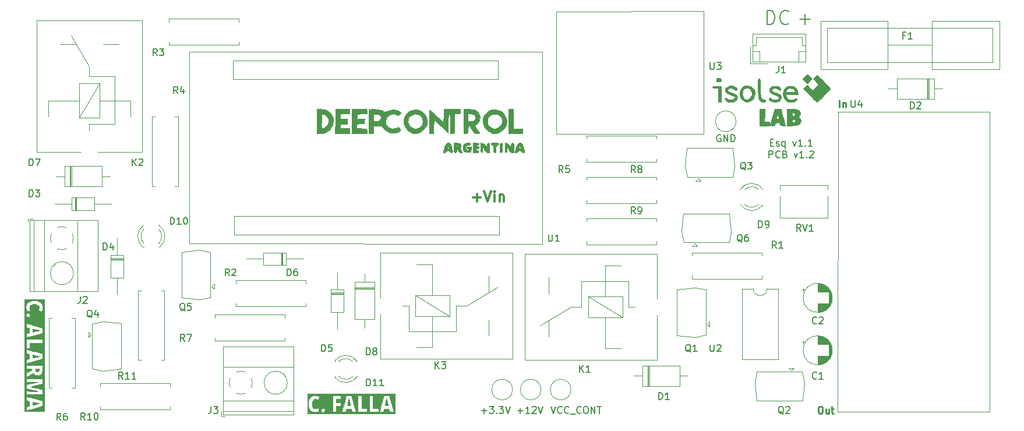
<source format=gbr>
%TF.GenerationSoftware,KiCad,Pcbnew,5.1.7-a382d34a8~87~ubuntu18.04.1*%
%TF.CreationDate,2020-10-27T09:38:10-03:00*%
%TF.ProjectId,Disp_Sec_V_1,44697370-5f53-4656-935f-565f312e6b69,1.1*%
%TF.SameCoordinates,Original*%
%TF.FileFunction,Legend,Top*%
%TF.FilePolarity,Positive*%
%FSLAX46Y46*%
G04 Gerber Fmt 4.6, Leading zero omitted, Abs format (unit mm)*
G04 Created by KiCad (PCBNEW 5.1.7-a382d34a8~87~ubuntu18.04.1) date 2020-10-27 09:38:10*
%MOMM*%
%LPD*%
G01*
G04 APERTURE LIST*
%ADD10C,0.150000*%
%ADD11C,0.250000*%
%ADD12C,0.300000*%
%ADD13C,0.200000*%
%ADD14C,0.120000*%
%ADD15C,0.010000*%
G04 APERTURE END LIST*
D10*
X183738095Y-82000000D02*
X183642857Y-81952380D01*
X183500000Y-81952380D01*
X183357142Y-82000000D01*
X183261904Y-82095238D01*
X183214285Y-82190476D01*
X183166666Y-82380952D01*
X183166666Y-82523809D01*
X183214285Y-82714285D01*
X183261904Y-82809523D01*
X183357142Y-82904761D01*
X183500000Y-82952380D01*
X183595238Y-82952380D01*
X183738095Y-82904761D01*
X183785714Y-82857142D01*
X183785714Y-82523809D01*
X183595238Y-82523809D01*
X184214285Y-82952380D02*
X184214285Y-81952380D01*
X184785714Y-82952380D01*
X184785714Y-81952380D01*
X185261904Y-82952380D02*
X185261904Y-81952380D01*
X185500000Y-81952380D01*
X185642857Y-82000000D01*
X185738095Y-82095238D01*
X185785714Y-82190476D01*
X185833333Y-82380952D01*
X185833333Y-82523809D01*
X185785714Y-82714285D01*
X185738095Y-82809523D01*
X185642857Y-82904761D01*
X185500000Y-82952380D01*
X185261904Y-82952380D01*
X149000000Y-122071428D02*
X149761904Y-122071428D01*
X149380952Y-122452380D02*
X149380952Y-121690476D01*
X150142857Y-121452380D02*
X150761904Y-121452380D01*
X150428571Y-121833333D01*
X150571428Y-121833333D01*
X150666666Y-121880952D01*
X150714285Y-121928571D01*
X150761904Y-122023809D01*
X150761904Y-122261904D01*
X150714285Y-122357142D01*
X150666666Y-122404761D01*
X150571428Y-122452380D01*
X150285714Y-122452380D01*
X150190476Y-122404761D01*
X150142857Y-122357142D01*
X151190476Y-122357142D02*
X151238095Y-122404761D01*
X151190476Y-122452380D01*
X151142857Y-122404761D01*
X151190476Y-122357142D01*
X151190476Y-122452380D01*
X151571428Y-121452380D02*
X152190476Y-121452380D01*
X151857142Y-121833333D01*
X152000000Y-121833333D01*
X152095238Y-121880952D01*
X152142857Y-121928571D01*
X152190476Y-122023809D01*
X152190476Y-122261904D01*
X152142857Y-122357142D01*
X152095238Y-122404761D01*
X152000000Y-122452380D01*
X151714285Y-122452380D01*
X151619047Y-122404761D01*
X151571428Y-122357142D01*
X152476190Y-121452380D02*
X152809523Y-122452380D01*
X153142857Y-121452380D01*
X154238095Y-122071428D02*
X155000000Y-122071428D01*
X154619047Y-122452380D02*
X154619047Y-121690476D01*
X156000000Y-122452380D02*
X155428571Y-122452380D01*
X155714285Y-122452380D02*
X155714285Y-121452380D01*
X155619047Y-121595238D01*
X155523809Y-121690476D01*
X155428571Y-121738095D01*
X156380952Y-121547619D02*
X156428571Y-121500000D01*
X156523809Y-121452380D01*
X156761904Y-121452380D01*
X156857142Y-121500000D01*
X156904761Y-121547619D01*
X156952380Y-121642857D01*
X156952380Y-121738095D01*
X156904761Y-121880952D01*
X156333333Y-122452380D01*
X156952380Y-122452380D01*
X157238095Y-121452380D02*
X157571428Y-122452380D01*
X157904761Y-121452380D01*
X159107142Y-121452380D02*
X159440476Y-122452380D01*
X159773809Y-121452380D01*
X160678571Y-122357142D02*
X160630952Y-122404761D01*
X160488095Y-122452380D01*
X160392857Y-122452380D01*
X160250000Y-122404761D01*
X160154761Y-122309523D01*
X160107142Y-122214285D01*
X160059523Y-122023809D01*
X160059523Y-121880952D01*
X160107142Y-121690476D01*
X160154761Y-121595238D01*
X160250000Y-121500000D01*
X160392857Y-121452380D01*
X160488095Y-121452380D01*
X160630952Y-121500000D01*
X160678571Y-121547619D01*
X161678571Y-122357142D02*
X161630952Y-122404761D01*
X161488095Y-122452380D01*
X161392857Y-122452380D01*
X161250000Y-122404761D01*
X161154761Y-122309523D01*
X161107142Y-122214285D01*
X161059523Y-122023809D01*
X161059523Y-121880952D01*
X161107142Y-121690476D01*
X161154761Y-121595238D01*
X161250000Y-121500000D01*
X161392857Y-121452380D01*
X161488095Y-121452380D01*
X161630952Y-121500000D01*
X161678571Y-121547619D01*
X161869047Y-122547619D02*
X162630952Y-122547619D01*
X163440476Y-122357142D02*
X163392857Y-122404761D01*
X163250000Y-122452380D01*
X163154761Y-122452380D01*
X163011904Y-122404761D01*
X162916666Y-122309523D01*
X162869047Y-122214285D01*
X162821428Y-122023809D01*
X162821428Y-121880952D01*
X162869047Y-121690476D01*
X162916666Y-121595238D01*
X163011904Y-121500000D01*
X163154761Y-121452380D01*
X163250000Y-121452380D01*
X163392857Y-121500000D01*
X163440476Y-121547619D01*
X164059523Y-121452380D02*
X164250000Y-121452380D01*
X164345238Y-121500000D01*
X164440476Y-121595238D01*
X164488095Y-121785714D01*
X164488095Y-122119047D01*
X164440476Y-122309523D01*
X164345238Y-122404761D01*
X164250000Y-122452380D01*
X164059523Y-122452380D01*
X163964285Y-122404761D01*
X163869047Y-122309523D01*
X163821428Y-122119047D01*
X163821428Y-121785714D01*
X163869047Y-121595238D01*
X163964285Y-121500000D01*
X164059523Y-121452380D01*
X164916666Y-122452380D02*
X164916666Y-121452380D01*
X165488095Y-122452380D01*
X165488095Y-121452380D01*
X165821428Y-121452380D02*
X166392857Y-121452380D01*
X166107142Y-122452380D02*
X166107142Y-121452380D01*
D11*
X198166666Y-121452380D02*
X198357142Y-121452380D01*
X198452380Y-121500000D01*
X198547619Y-121595238D01*
X198595238Y-121785714D01*
X198595238Y-122119047D01*
X198547619Y-122309523D01*
X198452380Y-122404761D01*
X198357142Y-122452380D01*
X198166666Y-122452380D01*
X198071428Y-122404761D01*
X197976190Y-122309523D01*
X197928571Y-122119047D01*
X197928571Y-121785714D01*
X197976190Y-121595238D01*
X198071428Y-121500000D01*
X198166666Y-121452380D01*
X199452380Y-121785714D02*
X199452380Y-122452380D01*
X199023809Y-121785714D02*
X199023809Y-122309523D01*
X199071428Y-122404761D01*
X199166666Y-122452380D01*
X199309523Y-122452380D01*
X199404761Y-122404761D01*
X199452380Y-122357142D01*
X199785714Y-121785714D02*
X200166666Y-121785714D01*
X199928571Y-121452380D02*
X199928571Y-122309523D01*
X199976190Y-122404761D01*
X200071428Y-122452380D01*
X200166666Y-122452380D01*
X201047619Y-77952380D02*
X201047619Y-76952380D01*
X201523809Y-77285714D02*
X201523809Y-77952380D01*
X201523809Y-77380952D02*
X201571428Y-77333333D01*
X201666666Y-77285714D01*
X201809523Y-77285714D01*
X201904761Y-77333333D01*
X201952380Y-77428571D01*
X201952380Y-77952380D01*
D12*
X147750000Y-91107142D02*
X148892857Y-91107142D01*
X148321428Y-91678571D02*
X148321428Y-90535714D01*
X149392857Y-90178571D02*
X149892857Y-91678571D01*
X150392857Y-90178571D01*
X150892857Y-91678571D02*
X150892857Y-90678571D01*
X150892857Y-90178571D02*
X150821428Y-90250000D01*
X150892857Y-90321428D01*
X150964285Y-90250000D01*
X150892857Y-90178571D01*
X150892857Y-90321428D01*
X151607142Y-90678571D02*
X151607142Y-91678571D01*
X151607142Y-90821428D02*
X151678571Y-90750000D01*
X151821428Y-90678571D01*
X152035714Y-90678571D01*
X152178571Y-90750000D01*
X152250000Y-90892857D01*
X152250000Y-91678571D01*
D10*
X195238095Y-65142857D02*
X196761904Y-65142857D01*
X196000000Y-65904761D02*
X196000000Y-64380952D01*
D13*
X190976190Y-83078571D02*
X191309523Y-83078571D01*
X191452380Y-83602380D02*
X190976190Y-83602380D01*
X190976190Y-82602380D01*
X191452380Y-82602380D01*
X191833333Y-83554761D02*
X191928571Y-83602380D01*
X192119047Y-83602380D01*
X192214285Y-83554761D01*
X192261904Y-83459523D01*
X192261904Y-83411904D01*
X192214285Y-83316666D01*
X192119047Y-83269047D01*
X191976190Y-83269047D01*
X191880952Y-83221428D01*
X191833333Y-83126190D01*
X191833333Y-83078571D01*
X191880952Y-82983333D01*
X191976190Y-82935714D01*
X192119047Y-82935714D01*
X192214285Y-82983333D01*
X193119047Y-82935714D02*
X193119047Y-83935714D01*
X193119047Y-83554761D02*
X193023809Y-83602380D01*
X192833333Y-83602380D01*
X192738095Y-83554761D01*
X192690476Y-83507142D01*
X192642857Y-83411904D01*
X192642857Y-83126190D01*
X192690476Y-83030952D01*
X192738095Y-82983333D01*
X192833333Y-82935714D01*
X193023809Y-82935714D01*
X193119047Y-82983333D01*
X194261904Y-82935714D02*
X194500000Y-83602380D01*
X194738095Y-82935714D01*
X195642857Y-83602380D02*
X195071428Y-83602380D01*
X195357142Y-83602380D02*
X195357142Y-82602380D01*
X195261904Y-82745238D01*
X195166666Y-82840476D01*
X195071428Y-82888095D01*
X196071428Y-83507142D02*
X196119047Y-83554761D01*
X196071428Y-83602380D01*
X196023809Y-83554761D01*
X196071428Y-83507142D01*
X196071428Y-83602380D01*
X197071428Y-83602380D02*
X196500000Y-83602380D01*
X196785714Y-83602380D02*
X196785714Y-82602380D01*
X196690476Y-82745238D01*
X196595238Y-82840476D01*
X196500000Y-82888095D01*
X190785714Y-85302380D02*
X190785714Y-84302380D01*
X191166666Y-84302380D01*
X191261904Y-84350000D01*
X191309523Y-84397619D01*
X191357142Y-84492857D01*
X191357142Y-84635714D01*
X191309523Y-84730952D01*
X191261904Y-84778571D01*
X191166666Y-84826190D01*
X190785714Y-84826190D01*
X192357142Y-85207142D02*
X192309523Y-85254761D01*
X192166666Y-85302380D01*
X192071428Y-85302380D01*
X191928571Y-85254761D01*
X191833333Y-85159523D01*
X191785714Y-85064285D01*
X191738095Y-84873809D01*
X191738095Y-84730952D01*
X191785714Y-84540476D01*
X191833333Y-84445238D01*
X191928571Y-84350000D01*
X192071428Y-84302380D01*
X192166666Y-84302380D01*
X192309523Y-84350000D01*
X192357142Y-84397619D01*
X193119047Y-84778571D02*
X193261904Y-84826190D01*
X193309523Y-84873809D01*
X193357142Y-84969047D01*
X193357142Y-85111904D01*
X193309523Y-85207142D01*
X193261904Y-85254761D01*
X193166666Y-85302380D01*
X192785714Y-85302380D01*
X192785714Y-84302380D01*
X193119047Y-84302380D01*
X193214285Y-84350000D01*
X193261904Y-84397619D01*
X193309523Y-84492857D01*
X193309523Y-84588095D01*
X193261904Y-84683333D01*
X193214285Y-84730952D01*
X193119047Y-84778571D01*
X192785714Y-84778571D01*
X194452380Y-84635714D02*
X194690476Y-85302380D01*
X194928571Y-84635714D01*
X195833333Y-85302380D02*
X195261904Y-85302380D01*
X195547619Y-85302380D02*
X195547619Y-84302380D01*
X195452380Y-84445238D01*
X195357142Y-84540476D01*
X195261904Y-84588095D01*
X196261904Y-85207142D02*
X196309523Y-85254761D01*
X196261904Y-85302380D01*
X196214285Y-85254761D01*
X196261904Y-85207142D01*
X196261904Y-85302380D01*
X196690476Y-84397619D02*
X196738095Y-84350000D01*
X196833333Y-84302380D01*
X197071428Y-84302380D01*
X197166666Y-84350000D01*
X197214285Y-84397619D01*
X197261904Y-84492857D01*
X197261904Y-84588095D01*
X197214285Y-84730952D01*
X196642857Y-85302380D01*
X197261904Y-85302380D01*
D10*
X190476190Y-65904761D02*
X190476190Y-63904761D01*
X190952380Y-63904761D01*
X191238095Y-64000000D01*
X191428571Y-64190476D01*
X191523809Y-64380952D01*
X191619047Y-64761904D01*
X191619047Y-65047619D01*
X191523809Y-65428571D01*
X191428571Y-65619047D01*
X191238095Y-65809523D01*
X190952380Y-65904761D01*
X190476190Y-65904761D01*
X193619047Y-65714285D02*
X193523809Y-65809523D01*
X193238095Y-65904761D01*
X193047619Y-65904761D01*
X192761904Y-65809523D01*
X192571428Y-65619047D01*
X192476190Y-65428571D01*
X192380952Y-65047619D01*
X192380952Y-64761904D01*
X192476190Y-64380952D01*
X192571428Y-64190476D01*
X192761904Y-64000000D01*
X193047619Y-63904761D01*
X193238095Y-63904761D01*
X193523809Y-64000000D01*
X193619047Y-64095238D01*
D14*
%TO.C,F1*%
X199257600Y-66422700D02*
X209757600Y-66422700D01*
X199257600Y-71422700D02*
X210007600Y-71422700D01*
X214507600Y-72422700D02*
X214507600Y-65422700D01*
X199257600Y-72422700D02*
X208007600Y-72422700D01*
X222007600Y-66422700D02*
X223257600Y-66422700D01*
X198257600Y-72422700D02*
X199257600Y-72422700D01*
X214507600Y-72422700D02*
X224257600Y-72422700D01*
X198257600Y-72422700D02*
X198257600Y-65422700D01*
X199257600Y-65422700D02*
X208007600Y-65422700D01*
X199257600Y-71422700D02*
X199257600Y-66422700D01*
X210007600Y-71422700D02*
X221757600Y-71422700D01*
X214507600Y-65422700D02*
X224257600Y-65422700D01*
X224257600Y-72422700D02*
X224257600Y-65422700D01*
X223257600Y-71422700D02*
X223257600Y-66422700D01*
X221757600Y-71422700D02*
X223257600Y-71422700D01*
X198257600Y-65422700D02*
X199257600Y-65422700D01*
X208007600Y-68922700D02*
X214507600Y-68922700D01*
X208007600Y-72422700D02*
X208007600Y-65422700D01*
X209757600Y-66422700D02*
X222007600Y-66422700D01*
%TO.C,TP4*%
X153500000Y-119000000D02*
G75*
G03*
X153500000Y-119000000I-1500000J0D01*
G01*
%TO.C,TP3*%
X157650000Y-119000000D02*
G75*
G03*
X157650000Y-119000000I-1500000J0D01*
G01*
%TO.C,TP2*%
X162000000Y-119000000D02*
G75*
G03*
X162000000Y-119000000I-1500000J0D01*
G01*
%TO.C,TP1*%
X186000000Y-80000000D02*
G75*
G03*
X186000000Y-80000000I-1500000J0D01*
G01*
D15*
%TO.C,U8*%
G36*
X84664308Y-121022086D02*
G01*
X84587250Y-121042804D01*
X84462532Y-121073084D01*
X84309899Y-121108504D01*
X84149099Y-121144641D01*
X83999879Y-121177074D01*
X83881985Y-121201380D01*
X83815164Y-121213136D01*
X83809108Y-121213600D01*
X83782927Y-121181439D01*
X83768152Y-121090765D01*
X83765539Y-121010400D01*
X83769971Y-120903496D01*
X83781491Y-120830401D01*
X83794846Y-120808546D01*
X83869083Y-120818556D01*
X83986704Y-120841531D01*
X84130964Y-120873357D01*
X84285120Y-120909924D01*
X84432426Y-120947117D01*
X84556138Y-120980825D01*
X84639510Y-121006936D01*
X84665798Y-121021336D01*
X84664308Y-121022086D01*
G37*
X84664308Y-121022086D02*
X84587250Y-121042804D01*
X84462532Y-121073084D01*
X84309899Y-121108504D01*
X84149099Y-121144641D01*
X83999879Y-121177074D01*
X83881985Y-121201380D01*
X83815164Y-121213136D01*
X83809108Y-121213600D01*
X83782927Y-121181439D01*
X83768152Y-121090765D01*
X83765539Y-121010400D01*
X83769971Y-120903496D01*
X83781491Y-120830401D01*
X83794846Y-120808546D01*
X83869083Y-120818556D01*
X83986704Y-120841531D01*
X84130964Y-120873357D01*
X84285120Y-120909924D01*
X84432426Y-120947117D01*
X84556138Y-120980825D01*
X84639510Y-121006936D01*
X84665798Y-121021336D01*
X84664308Y-121022086D01*
G36*
X84648556Y-116252502D02*
G01*
X84595767Y-116332219D01*
X84497638Y-116367141D01*
X84434528Y-116370667D01*
X84287583Y-116346746D01*
X84195434Y-116274613D01*
X84157459Y-116153711D01*
X84156308Y-116122467D01*
X84156308Y-115998134D01*
X84664308Y-115998134D01*
X84664308Y-116118894D01*
X84648556Y-116252502D01*
G37*
X84648556Y-116252502D02*
X84595767Y-116332219D01*
X84497638Y-116367141D01*
X84434528Y-116370667D01*
X84287583Y-116346746D01*
X84195434Y-116274613D01*
X84157459Y-116153711D01*
X84156308Y-116122467D01*
X84156308Y-115998134D01*
X84664308Y-115998134D01*
X84664308Y-116118894D01*
X84648556Y-116252502D01*
G36*
X84280666Y-114265143D02*
G01*
X84100274Y-114306278D01*
X83948232Y-114340131D01*
X83839943Y-114363330D01*
X83790809Y-114372503D01*
X83790086Y-114372534D01*
X83777633Y-114341625D01*
X83768800Y-114260695D01*
X83765539Y-114150402D01*
X83770302Y-114041195D01*
X83782791Y-113968105D01*
X83800306Y-113946893D01*
X83800383Y-113946933D01*
X83850118Y-113961825D01*
X83959662Y-113988524D01*
X84112773Y-114023231D01*
X84290963Y-114061674D01*
X84746699Y-114157751D01*
X84280666Y-114265143D01*
G37*
X84280666Y-114265143D02*
X84100274Y-114306278D01*
X83948232Y-114340131D01*
X83839943Y-114363330D01*
X83790809Y-114372503D01*
X83790086Y-114372534D01*
X83777633Y-114341625D01*
X83768800Y-114260695D01*
X83765539Y-114150402D01*
X83770302Y-114041195D01*
X83782791Y-113968105D01*
X83800306Y-113946893D01*
X83800383Y-113946933D01*
X83850118Y-113961825D01*
X83959662Y-113988524D01*
X84112773Y-114023231D01*
X84290963Y-114061674D01*
X84746699Y-114157751D01*
X84280666Y-114265143D01*
G36*
X84692169Y-110394988D02*
G01*
X84598373Y-110419047D01*
X84456360Y-110452534D01*
X84279972Y-110492091D01*
X84249647Y-110498724D01*
X83765539Y-110604247D01*
X83765539Y-110386375D01*
X83767946Y-110268858D01*
X83778220Y-110205644D01*
X83800941Y-110183362D01*
X83833923Y-110186741D01*
X83899020Y-110201964D01*
X84020874Y-110228686D01*
X84180214Y-110262729D01*
X84308181Y-110289602D01*
X84474846Y-110325004D01*
X84610276Y-110355006D01*
X84698375Y-110375965D01*
X84723905Y-110383713D01*
X84692169Y-110394988D01*
G37*
X84692169Y-110394988D02*
X84598373Y-110419047D01*
X84456360Y-110452534D01*
X84279972Y-110492091D01*
X84249647Y-110498724D01*
X83765539Y-110604247D01*
X83765539Y-110386375D01*
X83767946Y-110268858D01*
X83778220Y-110205644D01*
X83800941Y-110183362D01*
X83833923Y-110186741D01*
X83899020Y-110201964D01*
X84020874Y-110228686D01*
X84180214Y-110262729D01*
X84308181Y-110289602D01*
X84474846Y-110325004D01*
X84610276Y-110355006D01*
X84698375Y-110375965D01*
X84723905Y-110383713D01*
X84692169Y-110394988D01*
G36*
X82554154Y-122128000D02*
G01*
X82554154Y-105872001D01*
X83959788Y-105872001D01*
X83959788Y-106021278D01*
X83682569Y-106042506D01*
X83422923Y-106101374D01*
X83196887Y-106193596D01*
X83020499Y-106314886D01*
X82956312Y-106384599D01*
X82838068Y-106596604D01*
X82773873Y-106843230D01*
X82765625Y-107108651D01*
X82815221Y-107377041D01*
X82831330Y-107427036D01*
X82879140Y-107565334D01*
X83092917Y-107565334D01*
X83092917Y-107872162D01*
X82972562Y-107885777D01*
X82864076Y-107938600D01*
X82784239Y-108028459D01*
X82749835Y-108153179D01*
X82749539Y-108167008D01*
X82778684Y-108302938D01*
X82816414Y-108354316D01*
X82816414Y-109336675D01*
X82804242Y-109360851D01*
X82796811Y-109438836D01*
X82795023Y-109556790D01*
X82796876Y-109636639D01*
X82808154Y-109952491D01*
X83014609Y-110000247D01*
X83221063Y-110048002D01*
X83209993Y-110387213D01*
X83198923Y-110726423D01*
X82993769Y-110775816D01*
X82788616Y-110825209D01*
X82788616Y-111125671D01*
X82789634Y-111258766D01*
X82792359Y-111361496D01*
X82796296Y-111418682D01*
X82798385Y-111425514D01*
X82836514Y-111415269D01*
X82939988Y-111386524D01*
X83099857Y-111341791D01*
X83307166Y-111283581D01*
X83552965Y-111214406D01*
X83828301Y-111136779D01*
X83980462Y-111093825D01*
X85152769Y-110762758D01*
X85163801Y-110384911D01*
X85172308Y-110093520D01*
X85172308Y-111663201D01*
X82788616Y-111663201D01*
X82788616Y-113017867D01*
X82837462Y-113017867D01*
X82837462Y-113127124D01*
X82813102Y-113137379D01*
X82797816Y-113191749D01*
X82790180Y-113298758D01*
X82788616Y-113419338D01*
X82788616Y-113726456D01*
X82954693Y-113763301D01*
X83068369Y-113789250D01*
X83153153Y-113809889D01*
X83169616Y-113814343D01*
X83194535Y-113846587D01*
X83210234Y-113930270D01*
X83217612Y-114071831D01*
X83218462Y-114163934D01*
X83218462Y-114499326D01*
X82808154Y-114598090D01*
X82796956Y-114906170D01*
X82785758Y-115214249D01*
X82788616Y-115213425D01*
X82788616Y-115422401D01*
X82788616Y-115998134D01*
X83221180Y-115998134D01*
X83409464Y-115998678D01*
X83532742Y-116001859D01*
X83604160Y-116009998D01*
X83636862Y-116025416D01*
X83643997Y-116050436D01*
X83641257Y-116072318D01*
X83612825Y-116118391D01*
X83536218Y-116177906D01*
X83403739Y-116255958D01*
X83218462Y-116352251D01*
X82808154Y-116558000D01*
X82796918Y-116870734D01*
X82794398Y-117006804D01*
X82796937Y-117112940D01*
X82803948Y-117174246D01*
X82809303Y-117183467D01*
X82848238Y-117165453D01*
X82939907Y-117115803D01*
X83072528Y-117041108D01*
X83234317Y-116947957D01*
X83324514Y-116895321D01*
X83816105Y-116607175D01*
X83947758Y-116740474D01*
X84112282Y-116865086D01*
X84305534Y-116930343D01*
X84537343Y-116939448D01*
X84554544Y-116938126D01*
X84745396Y-116901734D01*
X84892900Y-116822037D01*
X85013289Y-116688803D01*
X85054784Y-116622907D01*
X85092866Y-116552006D01*
X85120158Y-116482299D01*
X85138910Y-116400015D01*
X85151367Y-116291380D01*
X85159778Y-116142622D01*
X85166391Y-115939969D01*
X85166421Y-115938867D01*
X85172308Y-115725324D01*
X85172308Y-117386667D01*
X82788616Y-117386667D01*
X82788616Y-117904622D01*
X84488462Y-117870498D01*
X83637454Y-118077316D01*
X82786445Y-118284134D01*
X82797300Y-118554038D01*
X82808154Y-118823943D01*
X83591679Y-119014635D01*
X83829753Y-119072719D01*
X84044227Y-119125317D01*
X84222971Y-119169431D01*
X84353853Y-119202064D01*
X84424743Y-119220220D01*
X84431833Y-119222193D01*
X84411591Y-119226371D01*
X84323460Y-119228706D01*
X84177676Y-119229195D01*
X83984478Y-119227833D01*
X83754099Y-119224616D01*
X83638539Y-119222514D01*
X82788616Y-119205967D01*
X82788616Y-119723467D01*
X82798385Y-119723467D01*
X82798385Y-119961359D01*
X82794078Y-119992321D01*
X82790740Y-120075932D01*
X82788859Y-120197111D01*
X82788616Y-120264388D01*
X82788616Y-120568242D01*
X83218462Y-120676540D01*
X83218462Y-121347175D01*
X82788616Y-121455473D01*
X82788616Y-122056744D01*
X82896077Y-122026706D01*
X82959989Y-122008639D01*
X83087697Y-121972370D01*
X83268760Y-121920871D01*
X83492737Y-121857112D01*
X83749187Y-121784065D01*
X84027668Y-121704702D01*
X84089175Y-121687168D01*
X85174811Y-121377667D01*
X85152769Y-120626405D01*
X83980462Y-120294295D01*
X83693325Y-120213010D01*
X83431053Y-120138877D01*
X83202594Y-120074417D01*
X83016897Y-120022150D01*
X82882909Y-119984597D01*
X82809579Y-119964278D01*
X82798385Y-119961359D01*
X82798385Y-119723467D01*
X85172308Y-119723467D01*
X85172308Y-118994331D01*
X84361462Y-118794463D01*
X84120934Y-118734823D01*
X83905441Y-118680721D01*
X83726470Y-118635097D01*
X83595511Y-118600889D01*
X83524052Y-118581036D01*
X83515010Y-118577926D01*
X83537660Y-118563285D01*
X83623606Y-118533923D01*
X83760906Y-118493450D01*
X83937618Y-118445476D01*
X84042548Y-118418402D01*
X84269534Y-118360719D01*
X84496969Y-118302741D01*
X84701580Y-118250412D01*
X84860093Y-118209678D01*
X84889000Y-118202207D01*
X85172308Y-118128866D01*
X85172308Y-117386667D01*
X85172308Y-115725324D01*
X85180659Y-115422401D01*
X82788616Y-115422401D01*
X82788616Y-115213425D01*
X83979033Y-114869936D01*
X85172308Y-114525622D01*
X85172186Y-114152745D01*
X85172064Y-113779867D01*
X84029186Y-113460947D01*
X83743300Y-113381131D01*
X83480401Y-113307655D01*
X83249990Y-113243182D01*
X83061574Y-113190375D01*
X82924657Y-113151895D01*
X82848741Y-113130404D01*
X82837462Y-113127124D01*
X82837462Y-113017867D01*
X83294135Y-113017867D01*
X83305145Y-112619934D01*
X83316154Y-112222001D01*
X85172308Y-112203841D01*
X85172308Y-111663201D01*
X85172308Y-110093520D01*
X85174832Y-110007065D01*
X84011031Y-109679815D01*
X83723589Y-109598765D01*
X83460007Y-109524017D01*
X83229502Y-109458217D01*
X83041290Y-109404012D01*
X82904588Y-109364049D01*
X82828613Y-109340977D01*
X82816414Y-109336675D01*
X82816414Y-108354316D01*
X82829215Y-108371748D01*
X82935804Y-108431112D01*
X83060885Y-108445867D01*
X83216006Y-108420025D01*
X83318956Y-108345585D01*
X83365892Y-108227182D01*
X83357383Y-108088296D01*
X83302109Y-107971249D01*
X83208360Y-107899928D01*
X83092917Y-107872162D01*
X83092917Y-107565334D01*
X83146493Y-107565334D01*
X83279548Y-107564202D01*
X83375160Y-107561230D01*
X83413371Y-107557049D01*
X83413423Y-107556867D01*
X83402855Y-107522558D01*
X83376257Y-107443940D01*
X83354808Y-107382151D01*
X83312823Y-107216078D01*
X83298421Y-107050317D01*
X83311506Y-106905234D01*
X83351981Y-106801194D01*
X83357603Y-106793743D01*
X83480437Y-106696336D01*
X83653267Y-106630562D01*
X83856628Y-106597016D01*
X84071052Y-106596291D01*
X84277073Y-106628981D01*
X84455222Y-106695678D01*
X84546780Y-106757487D01*
X84621614Y-106834614D01*
X84656101Y-106914706D01*
X84664308Y-107027160D01*
X84651790Y-107156481D01*
X84620377Y-107280733D01*
X84605693Y-107316558D01*
X84567936Y-107400839D01*
X84548003Y-107456969D01*
X84547077Y-107463354D01*
X84579942Y-107488285D01*
X84662476Y-107526489D01*
X84770590Y-107568846D01*
X84880194Y-107606236D01*
X84967197Y-107629542D01*
X84995400Y-107633067D01*
X85047888Y-107601695D01*
X85098463Y-107517507D01*
X85143082Y-107395397D01*
X85177704Y-107250255D01*
X85198286Y-107096976D01*
X85200785Y-106950451D01*
X85195603Y-106895479D01*
X85150376Y-106691347D01*
X85068140Y-106524297D01*
X84934714Y-106366631D01*
X84915001Y-106347421D01*
X84747151Y-106212856D01*
X84558929Y-106119740D01*
X84326442Y-106057286D01*
X84238540Y-106041975D01*
X83959788Y-106021278D01*
X83959788Y-105872001D01*
X85406769Y-105872001D01*
X85406769Y-122128000D01*
X82554154Y-122128000D01*
G37*
X82554154Y-122128000D02*
X82554154Y-105872001D01*
X83959788Y-105872001D01*
X83959788Y-106021278D01*
X83682569Y-106042506D01*
X83422923Y-106101374D01*
X83196887Y-106193596D01*
X83020499Y-106314886D01*
X82956312Y-106384599D01*
X82838068Y-106596604D01*
X82773873Y-106843230D01*
X82765625Y-107108651D01*
X82815221Y-107377041D01*
X82831330Y-107427036D01*
X82879140Y-107565334D01*
X83092917Y-107565334D01*
X83092917Y-107872162D01*
X82972562Y-107885777D01*
X82864076Y-107938600D01*
X82784239Y-108028459D01*
X82749835Y-108153179D01*
X82749539Y-108167008D01*
X82778684Y-108302938D01*
X82816414Y-108354316D01*
X82816414Y-109336675D01*
X82804242Y-109360851D01*
X82796811Y-109438836D01*
X82795023Y-109556790D01*
X82796876Y-109636639D01*
X82808154Y-109952491D01*
X83014609Y-110000247D01*
X83221063Y-110048002D01*
X83209993Y-110387213D01*
X83198923Y-110726423D01*
X82993769Y-110775816D01*
X82788616Y-110825209D01*
X82788616Y-111125671D01*
X82789634Y-111258766D01*
X82792359Y-111361496D01*
X82796296Y-111418682D01*
X82798385Y-111425514D01*
X82836514Y-111415269D01*
X82939988Y-111386524D01*
X83099857Y-111341791D01*
X83307166Y-111283581D01*
X83552965Y-111214406D01*
X83828301Y-111136779D01*
X83980462Y-111093825D01*
X85152769Y-110762758D01*
X85163801Y-110384911D01*
X85172308Y-110093520D01*
X85172308Y-111663201D01*
X82788616Y-111663201D01*
X82788616Y-113017867D01*
X82837462Y-113017867D01*
X82837462Y-113127124D01*
X82813102Y-113137379D01*
X82797816Y-113191749D01*
X82790180Y-113298758D01*
X82788616Y-113419338D01*
X82788616Y-113726456D01*
X82954693Y-113763301D01*
X83068369Y-113789250D01*
X83153153Y-113809889D01*
X83169616Y-113814343D01*
X83194535Y-113846587D01*
X83210234Y-113930270D01*
X83217612Y-114071831D01*
X83218462Y-114163934D01*
X83218462Y-114499326D01*
X82808154Y-114598090D01*
X82796956Y-114906170D01*
X82785758Y-115214249D01*
X82788616Y-115213425D01*
X82788616Y-115422401D01*
X82788616Y-115998134D01*
X83221180Y-115998134D01*
X83409464Y-115998678D01*
X83532742Y-116001859D01*
X83604160Y-116009998D01*
X83636862Y-116025416D01*
X83643997Y-116050436D01*
X83641257Y-116072318D01*
X83612825Y-116118391D01*
X83536218Y-116177906D01*
X83403739Y-116255958D01*
X83218462Y-116352251D01*
X82808154Y-116558000D01*
X82796918Y-116870734D01*
X82794398Y-117006804D01*
X82796937Y-117112940D01*
X82803948Y-117174246D01*
X82809303Y-117183467D01*
X82848238Y-117165453D01*
X82939907Y-117115803D01*
X83072528Y-117041108D01*
X83234317Y-116947957D01*
X83324514Y-116895321D01*
X83816105Y-116607175D01*
X83947758Y-116740474D01*
X84112282Y-116865086D01*
X84305534Y-116930343D01*
X84537343Y-116939448D01*
X84554544Y-116938126D01*
X84745396Y-116901734D01*
X84892900Y-116822037D01*
X85013289Y-116688803D01*
X85054784Y-116622907D01*
X85092866Y-116552006D01*
X85120158Y-116482299D01*
X85138910Y-116400015D01*
X85151367Y-116291380D01*
X85159778Y-116142622D01*
X85166391Y-115939969D01*
X85166421Y-115938867D01*
X85172308Y-115725324D01*
X85172308Y-117386667D01*
X82788616Y-117386667D01*
X82788616Y-117904622D01*
X84488462Y-117870498D01*
X83637454Y-118077316D01*
X82786445Y-118284134D01*
X82797300Y-118554038D01*
X82808154Y-118823943D01*
X83591679Y-119014635D01*
X83829753Y-119072719D01*
X84044227Y-119125317D01*
X84222971Y-119169431D01*
X84353853Y-119202064D01*
X84424743Y-119220220D01*
X84431833Y-119222193D01*
X84411591Y-119226371D01*
X84323460Y-119228706D01*
X84177676Y-119229195D01*
X83984478Y-119227833D01*
X83754099Y-119224616D01*
X83638539Y-119222514D01*
X82788616Y-119205967D01*
X82788616Y-119723467D01*
X82798385Y-119723467D01*
X82798385Y-119961359D01*
X82794078Y-119992321D01*
X82790740Y-120075932D01*
X82788859Y-120197111D01*
X82788616Y-120264388D01*
X82788616Y-120568242D01*
X83218462Y-120676540D01*
X83218462Y-121347175D01*
X82788616Y-121455473D01*
X82788616Y-122056744D01*
X82896077Y-122026706D01*
X82959989Y-122008639D01*
X83087697Y-121972370D01*
X83268760Y-121920871D01*
X83492737Y-121857112D01*
X83749187Y-121784065D01*
X84027668Y-121704702D01*
X84089175Y-121687168D01*
X85174811Y-121377667D01*
X85152769Y-120626405D01*
X83980462Y-120294295D01*
X83693325Y-120213010D01*
X83431053Y-120138877D01*
X83202594Y-120074417D01*
X83016897Y-120022150D01*
X82882909Y-119984597D01*
X82809579Y-119964278D01*
X82798385Y-119961359D01*
X82798385Y-119723467D01*
X85172308Y-119723467D01*
X85172308Y-118994331D01*
X84361462Y-118794463D01*
X84120934Y-118734823D01*
X83905441Y-118680721D01*
X83726470Y-118635097D01*
X83595511Y-118600889D01*
X83524052Y-118581036D01*
X83515010Y-118577926D01*
X83537660Y-118563285D01*
X83623606Y-118533923D01*
X83760906Y-118493450D01*
X83937618Y-118445476D01*
X84042548Y-118418402D01*
X84269534Y-118360719D01*
X84496969Y-118302741D01*
X84701580Y-118250412D01*
X84860093Y-118209678D01*
X84889000Y-118202207D01*
X85172308Y-118128866D01*
X85172308Y-117386667D01*
X85172308Y-115725324D01*
X85180659Y-115422401D01*
X82788616Y-115422401D01*
X82788616Y-115213425D01*
X83979033Y-114869936D01*
X85172308Y-114525622D01*
X85172186Y-114152745D01*
X85172064Y-113779867D01*
X84029186Y-113460947D01*
X83743300Y-113381131D01*
X83480401Y-113307655D01*
X83249990Y-113243182D01*
X83061574Y-113190375D01*
X82924657Y-113151895D01*
X82848741Y-113130404D01*
X82837462Y-113127124D01*
X82837462Y-113017867D01*
X83294135Y-113017867D01*
X83305145Y-112619934D01*
X83316154Y-112222001D01*
X85172308Y-112203841D01*
X85172308Y-111663201D01*
X85172308Y-110093520D01*
X85174832Y-110007065D01*
X84011031Y-109679815D01*
X83723589Y-109598765D01*
X83460007Y-109524017D01*
X83229502Y-109458217D01*
X83041290Y-109404012D01*
X82904588Y-109364049D01*
X82828613Y-109340977D01*
X82816414Y-109336675D01*
X82816414Y-108354316D01*
X82829215Y-108371748D01*
X82935804Y-108431112D01*
X83060885Y-108445867D01*
X83216006Y-108420025D01*
X83318956Y-108345585D01*
X83365892Y-108227182D01*
X83357383Y-108088296D01*
X83302109Y-107971249D01*
X83208360Y-107899928D01*
X83092917Y-107872162D01*
X83092917Y-107565334D01*
X83146493Y-107565334D01*
X83279548Y-107564202D01*
X83375160Y-107561230D01*
X83413371Y-107557049D01*
X83413423Y-107556867D01*
X83402855Y-107522558D01*
X83376257Y-107443940D01*
X83354808Y-107382151D01*
X83312823Y-107216078D01*
X83298421Y-107050317D01*
X83311506Y-106905234D01*
X83351981Y-106801194D01*
X83357603Y-106793743D01*
X83480437Y-106696336D01*
X83653267Y-106630562D01*
X83856628Y-106597016D01*
X84071052Y-106596291D01*
X84277073Y-106628981D01*
X84455222Y-106695678D01*
X84546780Y-106757487D01*
X84621614Y-106834614D01*
X84656101Y-106914706D01*
X84664308Y-107027160D01*
X84651790Y-107156481D01*
X84620377Y-107280733D01*
X84605693Y-107316558D01*
X84567936Y-107400839D01*
X84548003Y-107456969D01*
X84547077Y-107463354D01*
X84579942Y-107488285D01*
X84662476Y-107526489D01*
X84770590Y-107568846D01*
X84880194Y-107606236D01*
X84967197Y-107629542D01*
X84995400Y-107633067D01*
X85047888Y-107601695D01*
X85098463Y-107517507D01*
X85143082Y-107395397D01*
X85177704Y-107250255D01*
X85198286Y-107096976D01*
X85200785Y-106950451D01*
X85195603Y-106895479D01*
X85150376Y-106691347D01*
X85068140Y-106524297D01*
X84934714Y-106366631D01*
X84915001Y-106347421D01*
X84747151Y-106212856D01*
X84558929Y-106119740D01*
X84326442Y-106057286D01*
X84238540Y-106041975D01*
X83959788Y-106021278D01*
X83959788Y-105872001D01*
X85406769Y-105872001D01*
X85406769Y-122128000D01*
X82554154Y-122128000D01*
%TO.C,U7*%
G36*
X135277409Y-120758411D02*
G01*
X135318544Y-120938803D01*
X135352397Y-121090845D01*
X135375596Y-121199134D01*
X135384769Y-121248268D01*
X135384800Y-121248991D01*
X135353891Y-121261443D01*
X135272962Y-121270277D01*
X135162668Y-121273538D01*
X135053462Y-121268775D01*
X134980371Y-121256286D01*
X134959159Y-121238770D01*
X134959200Y-121238694D01*
X134974091Y-121188959D01*
X135000790Y-121079415D01*
X135035497Y-120926304D01*
X135073940Y-120748114D01*
X135170018Y-120292378D01*
X135277409Y-120758411D01*
G37*
X135277409Y-120758411D02*
X135318544Y-120938803D01*
X135352397Y-121090845D01*
X135375596Y-121199134D01*
X135384769Y-121248268D01*
X135384800Y-121248991D01*
X135353891Y-121261443D01*
X135272962Y-121270277D01*
X135162668Y-121273538D01*
X135053462Y-121268775D01*
X134980371Y-121256286D01*
X134959159Y-121238770D01*
X134959200Y-121238694D01*
X134974091Y-121188959D01*
X135000790Y-121079415D01*
X135035497Y-120926304D01*
X135073940Y-120748114D01*
X135170018Y-120292378D01*
X135277409Y-120758411D01*
G36*
X129802229Y-120696621D02*
G01*
X129842786Y-120872254D01*
X129878398Y-121027276D01*
X129904394Y-121141315D01*
X129914318Y-121185615D01*
X129920665Y-121232542D01*
X129904597Y-121258869D01*
X129852316Y-121270534D01*
X129750024Y-121273471D01*
X129709957Y-121273538D01*
X129584539Y-121269306D01*
X129517916Y-121255256D01*
X129501489Y-121229364D01*
X129502701Y-121224692D01*
X129517038Y-121168991D01*
X129543635Y-121054603D01*
X129578566Y-120898733D01*
X129614213Y-120735698D01*
X129709379Y-120295551D01*
X129802229Y-120696621D01*
G37*
X129802229Y-120696621D02*
X129842786Y-120872254D01*
X129878398Y-121027276D01*
X129904394Y-121141315D01*
X129914318Y-121185615D01*
X129920665Y-121232542D01*
X129904597Y-121258869D01*
X129852316Y-121270534D01*
X129750024Y-121273471D01*
X129709957Y-121273538D01*
X129584539Y-121269306D01*
X129517916Y-121255256D01*
X129501489Y-121229364D01*
X129502701Y-121224692D01*
X129517038Y-121168991D01*
X129543635Y-121054603D01*
X129578566Y-120898733D01*
X129614213Y-120735698D01*
X129709379Y-120295551D01*
X129802229Y-120696621D01*
G36*
X136366934Y-122445846D02*
G01*
X123666934Y-122445846D01*
X123666934Y-121075548D01*
X123802400Y-121075548D01*
X123826393Y-121415515D01*
X123898139Y-121701020D01*
X124017293Y-121931452D01*
X124183508Y-122106204D01*
X124396436Y-122224665D01*
X124470166Y-122249367D01*
X124593847Y-122268639D01*
X124757503Y-122272058D01*
X124935037Y-122260989D01*
X125100356Y-122236794D01*
X125199400Y-122211269D01*
X125326400Y-122168634D01*
X125326400Y-122037184D01*
X125646195Y-122037184D01*
X125684919Y-122161195D01*
X125744205Y-122231834D01*
X125854618Y-122280410D01*
X125986460Y-122283581D01*
X126106875Y-122242688D01*
X126143145Y-122215556D01*
X126199469Y-122119359D01*
X126223815Y-121987314D01*
X126213536Y-121854017D01*
X126177361Y-121767970D01*
X126096318Y-121706899D01*
X125980297Y-121677036D01*
X125858150Y-121683442D01*
X125802874Y-121702266D01*
X125707793Y-121784068D01*
X125654693Y-121903591D01*
X125646195Y-122037184D01*
X125326400Y-122037184D01*
X125326400Y-121896932D01*
X125324732Y-121762600D01*
X125320343Y-121665473D01*
X125314159Y-121625389D01*
X125313725Y-121625231D01*
X125277055Y-121637059D01*
X125199148Y-121666935D01*
X125157067Y-121683846D01*
X124996451Y-121727797D01*
X124825935Y-121739975D01*
X124671747Y-121720300D01*
X124584218Y-121685567D01*
X124480339Y-121583409D01*
X124413003Y-121421079D01*
X124381168Y-121195517D01*
X124378134Y-121080762D01*
X124392505Y-120834405D01*
X124438005Y-120647539D01*
X124518212Y-120508257D01*
X124564863Y-120459484D01*
X124690782Y-120392009D01*
X124853316Y-120376713D01*
X125038100Y-120414317D01*
X125088682Y-120433119D01*
X125180894Y-120464442D01*
X125245858Y-120475214D01*
X125259103Y-120472150D01*
X125285875Y-120426300D01*
X125321620Y-120333373D01*
X125336581Y-120286800D01*
X125372754Y-120169943D01*
X125402805Y-120076769D01*
X125409772Y-120056401D01*
X125397158Y-120002035D01*
X125328274Y-119950708D01*
X125214576Y-119906292D01*
X125067525Y-119872658D01*
X125015108Y-119866769D01*
X127324533Y-119866769D01*
X127324533Y-122250461D01*
X127866400Y-122250461D01*
X127866400Y-122221154D01*
X128679179Y-122221154D01*
X128710521Y-122234107D01*
X128794413Y-122244131D01*
X128915683Y-122249756D01*
X128981571Y-122250461D01*
X129283943Y-122250461D01*
X129325627Y-122035538D01*
X129367312Y-121820615D01*
X130056915Y-121820615D01*
X130146285Y-122250461D01*
X130448159Y-122250461D01*
X130982133Y-122250461D01*
X132336800Y-122250461D01*
X132336800Y-121742461D01*
X131559093Y-121742461D01*
X131540933Y-119886307D01*
X131261533Y-119874958D01*
X131059947Y-119866769D01*
X132675467Y-119866769D01*
X132675467Y-122250461D01*
X134030134Y-122250461D01*
X134030134Y-122201615D01*
X134139390Y-122201615D01*
X134149645Y-122225975D01*
X134204015Y-122241261D01*
X134311024Y-122248897D01*
X134431605Y-122250461D01*
X134738723Y-122250461D01*
X134775567Y-122084384D01*
X134801516Y-121970708D01*
X134822155Y-121885924D01*
X134826609Y-121869461D01*
X134858853Y-121844541D01*
X134942536Y-121828843D01*
X135084098Y-121821465D01*
X135176200Y-121820615D01*
X135511592Y-121820615D01*
X135610356Y-122230923D01*
X135918436Y-122242121D01*
X136226516Y-122253318D01*
X135882202Y-121060044D01*
X135537888Y-119866769D01*
X134792134Y-119867013D01*
X134473214Y-121009891D01*
X134393397Y-121295776D01*
X134319922Y-121558676D01*
X134255449Y-121789086D01*
X134202641Y-121977502D01*
X134164161Y-122114420D01*
X134142671Y-122190335D01*
X134139390Y-122201615D01*
X134030134Y-122201615D01*
X134030134Y-121742461D01*
X133217334Y-121742461D01*
X133217334Y-119866769D01*
X132675467Y-119866769D01*
X131059947Y-119866769D01*
X130982133Y-119863608D01*
X130982133Y-122250461D01*
X130448159Y-122250461D01*
X130595722Y-122248117D01*
X130686317Y-122239744D01*
X130730624Y-122223326D01*
X130739318Y-122196850D01*
X130739083Y-122195588D01*
X130726158Y-122145888D01*
X130694814Y-122031494D01*
X130647727Y-121861978D01*
X130587568Y-121646916D01*
X130517012Y-121395881D01*
X130438731Y-121118447D01*
X130406400Y-121004151D01*
X130084667Y-119867586D01*
X129709834Y-119867177D01*
X129335001Y-119866769D01*
X129007079Y-121029307D01*
X128926376Y-121316322D01*
X128852883Y-121579434D01*
X128789130Y-121809453D01*
X128737643Y-121997193D01*
X128700951Y-122133465D01*
X128681581Y-122209082D01*
X128679179Y-122221154D01*
X127866400Y-122221154D01*
X127866400Y-121351692D01*
X128509867Y-121351692D01*
X128509867Y-120843692D01*
X127863020Y-120843692D01*
X127873177Y-120619000D01*
X127883334Y-120394307D01*
X128543734Y-120371939D01*
X128543734Y-119866769D01*
X127324533Y-119866769D01*
X125015108Y-119866769D01*
X124898578Y-119853677D01*
X124801467Y-119850884D01*
X124525891Y-119882704D01*
X124291776Y-119975630D01*
X124101028Y-120127327D01*
X123955551Y-120335459D01*
X123857252Y-120597691D01*
X123808035Y-120911687D01*
X123802400Y-121075548D01*
X123666934Y-121075548D01*
X123666934Y-119593231D01*
X136366934Y-119593231D01*
X136366934Y-122445846D01*
G37*
X136366934Y-122445846D02*
X123666934Y-122445846D01*
X123666934Y-121075548D01*
X123802400Y-121075548D01*
X123826393Y-121415515D01*
X123898139Y-121701020D01*
X124017293Y-121931452D01*
X124183508Y-122106204D01*
X124396436Y-122224665D01*
X124470166Y-122249367D01*
X124593847Y-122268639D01*
X124757503Y-122272058D01*
X124935037Y-122260989D01*
X125100356Y-122236794D01*
X125199400Y-122211269D01*
X125326400Y-122168634D01*
X125326400Y-122037184D01*
X125646195Y-122037184D01*
X125684919Y-122161195D01*
X125744205Y-122231834D01*
X125854618Y-122280410D01*
X125986460Y-122283581D01*
X126106875Y-122242688D01*
X126143145Y-122215556D01*
X126199469Y-122119359D01*
X126223815Y-121987314D01*
X126213536Y-121854017D01*
X126177361Y-121767970D01*
X126096318Y-121706899D01*
X125980297Y-121677036D01*
X125858150Y-121683442D01*
X125802874Y-121702266D01*
X125707793Y-121784068D01*
X125654693Y-121903591D01*
X125646195Y-122037184D01*
X125326400Y-122037184D01*
X125326400Y-121896932D01*
X125324732Y-121762600D01*
X125320343Y-121665473D01*
X125314159Y-121625389D01*
X125313725Y-121625231D01*
X125277055Y-121637059D01*
X125199148Y-121666935D01*
X125157067Y-121683846D01*
X124996451Y-121727797D01*
X124825935Y-121739975D01*
X124671747Y-121720300D01*
X124584218Y-121685567D01*
X124480339Y-121583409D01*
X124413003Y-121421079D01*
X124381168Y-121195517D01*
X124378134Y-121080762D01*
X124392505Y-120834405D01*
X124438005Y-120647539D01*
X124518212Y-120508257D01*
X124564863Y-120459484D01*
X124690782Y-120392009D01*
X124853316Y-120376713D01*
X125038100Y-120414317D01*
X125088682Y-120433119D01*
X125180894Y-120464442D01*
X125245858Y-120475214D01*
X125259103Y-120472150D01*
X125285875Y-120426300D01*
X125321620Y-120333373D01*
X125336581Y-120286800D01*
X125372754Y-120169943D01*
X125402805Y-120076769D01*
X125409772Y-120056401D01*
X125397158Y-120002035D01*
X125328274Y-119950708D01*
X125214576Y-119906292D01*
X125067525Y-119872658D01*
X125015108Y-119866769D01*
X127324533Y-119866769D01*
X127324533Y-122250461D01*
X127866400Y-122250461D01*
X127866400Y-122221154D01*
X128679179Y-122221154D01*
X128710521Y-122234107D01*
X128794413Y-122244131D01*
X128915683Y-122249756D01*
X128981571Y-122250461D01*
X129283943Y-122250461D01*
X129325627Y-122035538D01*
X129367312Y-121820615D01*
X130056915Y-121820615D01*
X130146285Y-122250461D01*
X130448159Y-122250461D01*
X130982133Y-122250461D01*
X132336800Y-122250461D01*
X132336800Y-121742461D01*
X131559093Y-121742461D01*
X131540933Y-119886307D01*
X131261533Y-119874958D01*
X131059947Y-119866769D01*
X132675467Y-119866769D01*
X132675467Y-122250461D01*
X134030134Y-122250461D01*
X134030134Y-122201615D01*
X134139390Y-122201615D01*
X134149645Y-122225975D01*
X134204015Y-122241261D01*
X134311024Y-122248897D01*
X134431605Y-122250461D01*
X134738723Y-122250461D01*
X134775567Y-122084384D01*
X134801516Y-121970708D01*
X134822155Y-121885924D01*
X134826609Y-121869461D01*
X134858853Y-121844541D01*
X134942536Y-121828843D01*
X135084098Y-121821465D01*
X135176200Y-121820615D01*
X135511592Y-121820615D01*
X135610356Y-122230923D01*
X135918436Y-122242121D01*
X136226516Y-122253318D01*
X135882202Y-121060044D01*
X135537888Y-119866769D01*
X134792134Y-119867013D01*
X134473214Y-121009891D01*
X134393397Y-121295776D01*
X134319922Y-121558676D01*
X134255449Y-121789086D01*
X134202641Y-121977502D01*
X134164161Y-122114420D01*
X134142671Y-122190335D01*
X134139390Y-122201615D01*
X134030134Y-122201615D01*
X134030134Y-121742461D01*
X133217334Y-121742461D01*
X133217334Y-119866769D01*
X132675467Y-119866769D01*
X131059947Y-119866769D01*
X130982133Y-119863608D01*
X130982133Y-122250461D01*
X130448159Y-122250461D01*
X130595722Y-122248117D01*
X130686317Y-122239744D01*
X130730624Y-122223326D01*
X130739318Y-122196850D01*
X130739083Y-122195588D01*
X130726158Y-122145888D01*
X130694814Y-122031494D01*
X130647727Y-121861978D01*
X130587568Y-121646916D01*
X130517012Y-121395881D01*
X130438731Y-121118447D01*
X130406400Y-121004151D01*
X130084667Y-119867586D01*
X129709834Y-119867177D01*
X129335001Y-119866769D01*
X129007079Y-121029307D01*
X128926376Y-121316322D01*
X128852883Y-121579434D01*
X128789130Y-121809453D01*
X128737643Y-121997193D01*
X128700951Y-122133465D01*
X128681581Y-122209082D01*
X128679179Y-122221154D01*
X127866400Y-122221154D01*
X127866400Y-121351692D01*
X128509867Y-121351692D01*
X128509867Y-120843692D01*
X127863020Y-120843692D01*
X127873177Y-120619000D01*
X127883334Y-120394307D01*
X128543734Y-120371939D01*
X128543734Y-119866769D01*
X127324533Y-119866769D01*
X125015108Y-119866769D01*
X124898578Y-119853677D01*
X124801467Y-119850884D01*
X124525891Y-119882704D01*
X124291776Y-119975630D01*
X124101028Y-120127327D01*
X123955551Y-120335459D01*
X123857252Y-120597691D01*
X123808035Y-120911687D01*
X123802400Y-121075548D01*
X123666934Y-121075548D01*
X123666934Y-119593231D01*
X136366934Y-119593231D01*
X136366934Y-122445846D01*
%TO.C,U6*%
G36*
X183682088Y-73724851D02*
G01*
X183777107Y-73761599D01*
X183805985Y-73860397D01*
X183808000Y-73973428D01*
X183801028Y-74129497D01*
X183753780Y-74203400D01*
X183626754Y-74225861D01*
X183481428Y-74227428D01*
X183280768Y-74222006D01*
X183185750Y-74185257D01*
X183156871Y-74086459D01*
X183154857Y-73973428D01*
X183161828Y-73817360D01*
X183209077Y-73743456D01*
X183336103Y-73720995D01*
X183481428Y-73719428D01*
X183682088Y-73724851D01*
G37*
X183682088Y-73724851D02*
X183777107Y-73761599D01*
X183805985Y-73860397D01*
X183808000Y-73973428D01*
X183801028Y-74129497D01*
X183753780Y-74203400D01*
X183626754Y-74225861D01*
X183481428Y-74227428D01*
X183280768Y-74222006D01*
X183185750Y-74185257D01*
X183156871Y-74086459D01*
X183154857Y-73973428D01*
X183161828Y-73817360D01*
X183209077Y-73743456D01*
X183336103Y-73720995D01*
X183481428Y-73719428D01*
X183682088Y-73724851D01*
G36*
X196407473Y-73217581D02*
G01*
X196546801Y-73324091D01*
X196744329Y-73535904D01*
X196775052Y-73570237D01*
X197005819Y-73828285D01*
X196668923Y-74173000D01*
X196492638Y-74347493D01*
X196357202Y-74470669D01*
X196293013Y-74515334D01*
X196228740Y-74463299D01*
X196102069Y-74330858D01*
X195975930Y-74187770D01*
X195697861Y-73862586D01*
X196002450Y-73498788D01*
X196168920Y-73308039D01*
X196292720Y-73213268D01*
X196407473Y-73217581D01*
G37*
X196407473Y-73217581D02*
X196546801Y-73324091D01*
X196744329Y-73535904D01*
X196775052Y-73570237D01*
X197005819Y-73828285D01*
X196668923Y-74173000D01*
X196492638Y-74347493D01*
X196357202Y-74470669D01*
X196293013Y-74515334D01*
X196228740Y-74463299D01*
X196102069Y-74330858D01*
X195975930Y-74187770D01*
X195697861Y-73862586D01*
X196002450Y-73498788D01*
X196168920Y-73308039D01*
X196292720Y-73213268D01*
X196407473Y-73217581D01*
G36*
X197841266Y-73333725D02*
G01*
X197987155Y-73469535D01*
X198193161Y-73671377D01*
X198439840Y-73919200D01*
X198707749Y-74192952D01*
X198977444Y-74472581D01*
X199229482Y-74738036D01*
X199444419Y-74969265D01*
X199602813Y-75146217D01*
X199685219Y-75248840D01*
X199691766Y-75260785D01*
X199649738Y-75326980D01*
X199522053Y-75473577D01*
X199328292Y-75681022D01*
X199088036Y-75929758D01*
X198820864Y-76200231D01*
X198546357Y-76472884D01*
X198284095Y-76728162D01*
X198053659Y-76946509D01*
X197874629Y-77108371D01*
X197766585Y-77194190D01*
X197747237Y-77202857D01*
X197684608Y-77153896D01*
X197536680Y-77017684D01*
X197320159Y-76810229D01*
X197051746Y-76547538D01*
X196748145Y-76245619D01*
X196742730Y-76240194D01*
X195782049Y-75277531D01*
X196052568Y-75007013D01*
X196323086Y-74736494D01*
X196705934Y-75114586D01*
X197088781Y-75492677D01*
X197524099Y-75061901D01*
X197959418Y-74631125D01*
X197596566Y-74263709D01*
X197417194Y-74072317D01*
X197287488Y-73915296D01*
X197233929Y-73824875D01*
X197233714Y-73822097D01*
X197283473Y-73729276D01*
X197404863Y-73587536D01*
X197556049Y-73438467D01*
X197695197Y-73323661D01*
X197774937Y-73284000D01*
X197841266Y-73333725D01*
G37*
X197841266Y-73333725D02*
X197987155Y-73469535D01*
X198193161Y-73671377D01*
X198439840Y-73919200D01*
X198707749Y-74192952D01*
X198977444Y-74472581D01*
X199229482Y-74738036D01*
X199444419Y-74969265D01*
X199602813Y-75146217D01*
X199685219Y-75248840D01*
X199691766Y-75260785D01*
X199649738Y-75326980D01*
X199522053Y-75473577D01*
X199328292Y-75681022D01*
X199088036Y-75929758D01*
X198820864Y-76200231D01*
X198546357Y-76472884D01*
X198284095Y-76728162D01*
X198053659Y-76946509D01*
X197874629Y-77108371D01*
X197766585Y-77194190D01*
X197747237Y-77202857D01*
X197684608Y-77153896D01*
X197536680Y-77017684D01*
X197320159Y-76810229D01*
X197051746Y-76547538D01*
X196748145Y-76245619D01*
X196742730Y-76240194D01*
X195782049Y-75277531D01*
X196052568Y-75007013D01*
X196323086Y-74736494D01*
X196705934Y-75114586D01*
X197088781Y-75492677D01*
X197524099Y-75061901D01*
X197959418Y-74631125D01*
X197596566Y-74263709D01*
X197417194Y-74072317D01*
X197287488Y-73915296D01*
X197233929Y-73824875D01*
X197233714Y-73822097D01*
X197283473Y-73729276D01*
X197404863Y-73587536D01*
X197556049Y-73438467D01*
X197695197Y-73323661D01*
X197774937Y-73284000D01*
X197841266Y-73333725D01*
G36*
X194319847Y-74920897D02*
G01*
X194598095Y-75051481D01*
X194793301Y-75286732D01*
X194921743Y-75641058D01*
X194949569Y-75772079D01*
X195000153Y-76041714D01*
X194155227Y-76041714D01*
X193762477Y-76045572D01*
X193494809Y-76063207D01*
X193332237Y-76103712D01*
X193254777Y-76176183D01*
X193242442Y-76289710D01*
X193272692Y-76443270D01*
X193375073Y-76613123D01*
X193564215Y-76773259D01*
X193784788Y-76884337D01*
X193931714Y-76911853D01*
X194099277Y-76878646D01*
X194284724Y-76803267D01*
X194474729Y-76730202D01*
X194661267Y-76697457D01*
X194797511Y-76709129D01*
X194838857Y-76754778D01*
X194790707Y-76840341D01*
X194672992Y-76970237D01*
X194655084Y-76987345D01*
X194504009Y-77094792D01*
X194306739Y-77156002D01*
X194020084Y-77186109D01*
X193748883Y-77192636D01*
X193560624Y-77164411D01*
X193394611Y-77087538D01*
X193290016Y-77018946D01*
X193013668Y-76749834D01*
X192854215Y-76402358D01*
X192806857Y-76000584D01*
X192854595Y-75634852D01*
X193241192Y-75634852D01*
X193303217Y-75703400D01*
X193485324Y-75739057D01*
X193798459Y-75751047D01*
X193895428Y-75751428D01*
X194212484Y-75747434D01*
X194409945Y-75732543D01*
X194513214Y-75702393D01*
X194547693Y-75652623D01*
X194548571Y-75639272D01*
X194500374Y-75514551D01*
X194383075Y-75361901D01*
X194370441Y-75348987D01*
X194126482Y-75198276D01*
X193845721Y-75167313D01*
X193572456Y-75255473D01*
X193433610Y-75362181D01*
X193288305Y-75524188D01*
X193241192Y-75634852D01*
X192854595Y-75634852D01*
X192862069Y-75577599D01*
X193025153Y-75251071D01*
X193292277Y-75024778D01*
X193659609Y-74902500D01*
X193942275Y-74880571D01*
X194319847Y-74920897D01*
G37*
X194319847Y-74920897D02*
X194598095Y-75051481D01*
X194793301Y-75286732D01*
X194921743Y-75641058D01*
X194949569Y-75772079D01*
X195000153Y-76041714D01*
X194155227Y-76041714D01*
X193762477Y-76045572D01*
X193494809Y-76063207D01*
X193332237Y-76103712D01*
X193254777Y-76176183D01*
X193242442Y-76289710D01*
X193272692Y-76443270D01*
X193375073Y-76613123D01*
X193564215Y-76773259D01*
X193784788Y-76884337D01*
X193931714Y-76911853D01*
X194099277Y-76878646D01*
X194284724Y-76803267D01*
X194474729Y-76730202D01*
X194661267Y-76697457D01*
X194797511Y-76709129D01*
X194838857Y-76754778D01*
X194790707Y-76840341D01*
X194672992Y-76970237D01*
X194655084Y-76987345D01*
X194504009Y-77094792D01*
X194306739Y-77156002D01*
X194020084Y-77186109D01*
X193748883Y-77192636D01*
X193560624Y-77164411D01*
X193394611Y-77087538D01*
X193290016Y-77018946D01*
X193013668Y-76749834D01*
X192854215Y-76402358D01*
X192806857Y-76000584D01*
X192854595Y-75634852D01*
X193241192Y-75634852D01*
X193303217Y-75703400D01*
X193485324Y-75739057D01*
X193798459Y-75751047D01*
X193895428Y-75751428D01*
X194212484Y-75747434D01*
X194409945Y-75732543D01*
X194513214Y-75702393D01*
X194547693Y-75652623D01*
X194548571Y-75639272D01*
X194500374Y-75514551D01*
X194383075Y-75361901D01*
X194370441Y-75348987D01*
X194126482Y-75198276D01*
X193845721Y-75167313D01*
X193572456Y-75255473D01*
X193433610Y-75362181D01*
X193288305Y-75524188D01*
X193241192Y-75634852D01*
X192854595Y-75634852D01*
X192862069Y-75577599D01*
X193025153Y-75251071D01*
X193292277Y-75024778D01*
X193659609Y-74902500D01*
X193942275Y-74880571D01*
X194319847Y-74920897D01*
G36*
X192058777Y-74913367D02*
G01*
X192299224Y-75018311D01*
X192445044Y-75205239D01*
X192478870Y-75297857D01*
X192491155Y-75421421D01*
X192402327Y-75459879D01*
X192357490Y-75461142D01*
X192186860Y-75403412D01*
X192097984Y-75316000D01*
X191962607Y-75210657D01*
X191759195Y-75168090D01*
X191531531Y-75181687D01*
X191323396Y-75244833D01*
X191178572Y-75350914D01*
X191137714Y-75461059D01*
X191192332Y-75548685D01*
X191321145Y-75665799D01*
X191471592Y-75771185D01*
X191591110Y-75823625D01*
X191601072Y-75824404D01*
X191841274Y-75864974D01*
X192114348Y-75965066D01*
X192347264Y-76095246D01*
X192416983Y-76153243D01*
X192557106Y-76380085D01*
X192571362Y-76627137D01*
X192469636Y-76863240D01*
X192261807Y-77057231D01*
X192105735Y-77134731D01*
X191822427Y-77191646D01*
X191485756Y-77188739D01*
X191173333Y-77128734D01*
X191094146Y-77099229D01*
X190873248Y-76944968D01*
X190777760Y-76736484D01*
X190774857Y-76688921D01*
X190829445Y-76628796D01*
X190955208Y-76628239D01*
X191095142Y-76678723D01*
X191178374Y-76749285D01*
X191310909Y-76828184D01*
X191528452Y-76868353D01*
X191775819Y-76868657D01*
X191997827Y-76827961D01*
X192116039Y-76768581D01*
X192224954Y-76625884D01*
X192198513Y-76486674D01*
X192033720Y-76347084D01*
X191727582Y-76203248D01*
X191657800Y-76176817D01*
X191300298Y-76033434D01*
X191062518Y-75903577D01*
X190922737Y-75768219D01*
X190859232Y-75608334D01*
X190848539Y-75468038D01*
X190883833Y-75208667D01*
X190998673Y-75032838D01*
X191210398Y-74928665D01*
X191536348Y-74884261D01*
X191705475Y-74880571D01*
X192058777Y-74913367D01*
G37*
X192058777Y-74913367D02*
X192299224Y-75018311D01*
X192445044Y-75205239D01*
X192478870Y-75297857D01*
X192491155Y-75421421D01*
X192402327Y-75459879D01*
X192357490Y-75461142D01*
X192186860Y-75403412D01*
X192097984Y-75316000D01*
X191962607Y-75210657D01*
X191759195Y-75168090D01*
X191531531Y-75181687D01*
X191323396Y-75244833D01*
X191178572Y-75350914D01*
X191137714Y-75461059D01*
X191192332Y-75548685D01*
X191321145Y-75665799D01*
X191471592Y-75771185D01*
X191591110Y-75823625D01*
X191601072Y-75824404D01*
X191841274Y-75864974D01*
X192114348Y-75965066D01*
X192347264Y-76095246D01*
X192416983Y-76153243D01*
X192557106Y-76380085D01*
X192571362Y-76627137D01*
X192469636Y-76863240D01*
X192261807Y-77057231D01*
X192105735Y-77134731D01*
X191822427Y-77191646D01*
X191485756Y-77188739D01*
X191173333Y-77128734D01*
X191094146Y-77099229D01*
X190873248Y-76944968D01*
X190777760Y-76736484D01*
X190774857Y-76688921D01*
X190829445Y-76628796D01*
X190955208Y-76628239D01*
X191095142Y-76678723D01*
X191178374Y-76749285D01*
X191310909Y-76828184D01*
X191528452Y-76868353D01*
X191775819Y-76868657D01*
X191997827Y-76827961D01*
X192116039Y-76768581D01*
X192224954Y-76625884D01*
X192198513Y-76486674D01*
X192033720Y-76347084D01*
X191727582Y-76203248D01*
X191657800Y-76176817D01*
X191300298Y-76033434D01*
X191062518Y-75903577D01*
X190922737Y-75768219D01*
X190859232Y-75608334D01*
X190848539Y-75468038D01*
X190883833Y-75208667D01*
X190998673Y-75032838D01*
X191210398Y-74928665D01*
X191536348Y-74884261D01*
X191705475Y-74880571D01*
X192058777Y-74913367D01*
G36*
X189376249Y-73798331D02*
G01*
X189416605Y-73831601D01*
X189443298Y-73913222D01*
X189459276Y-74064607D01*
X189467490Y-74307169D01*
X189470888Y-74662321D01*
X189471732Y-74898714D01*
X189479099Y-75489496D01*
X189500489Y-75950513D01*
X189540491Y-76296832D01*
X189603694Y-76543524D01*
X189694689Y-76705659D01*
X189818066Y-76798306D01*
X189978415Y-76836535D01*
X190063013Y-76840000D01*
X190212117Y-76862822D01*
X190263695Y-76957339D01*
X190266857Y-77021428D01*
X190236327Y-77139538D01*
X190129813Y-77193356D01*
X189924931Y-77188197D01*
X189713447Y-77152823D01*
X189557499Y-77079973D01*
X189392734Y-76945474D01*
X189386875Y-76939318D01*
X189328738Y-76872573D01*
X189285027Y-76799121D01*
X189253298Y-76698050D01*
X189231109Y-76548444D01*
X189216016Y-76329391D01*
X189205573Y-76019977D01*
X189197338Y-75599287D01*
X189192278Y-75274041D01*
X189185229Y-74775421D01*
X189182232Y-74403393D01*
X189184874Y-74139429D01*
X189194744Y-73964999D01*
X189213429Y-73861575D01*
X189242516Y-73810627D01*
X189283595Y-73793625D01*
X189319278Y-73792000D01*
X189376249Y-73798331D01*
G37*
X189376249Y-73798331D02*
X189416605Y-73831601D01*
X189443298Y-73913222D01*
X189459276Y-74064607D01*
X189467490Y-74307169D01*
X189470888Y-74662321D01*
X189471732Y-74898714D01*
X189479099Y-75489496D01*
X189500489Y-75950513D01*
X189540491Y-76296832D01*
X189603694Y-76543524D01*
X189694689Y-76705659D01*
X189818066Y-76798306D01*
X189978415Y-76836535D01*
X190063013Y-76840000D01*
X190212117Y-76862822D01*
X190263695Y-76957339D01*
X190266857Y-77021428D01*
X190236327Y-77139538D01*
X190129813Y-77193356D01*
X189924931Y-77188197D01*
X189713447Y-77152823D01*
X189557499Y-77079973D01*
X189392734Y-76945474D01*
X189386875Y-76939318D01*
X189328738Y-76872573D01*
X189285027Y-76799121D01*
X189253298Y-76698050D01*
X189231109Y-76548444D01*
X189216016Y-76329391D01*
X189205573Y-76019977D01*
X189197338Y-75599287D01*
X189192278Y-75274041D01*
X189185229Y-74775421D01*
X189182232Y-74403393D01*
X189184874Y-74139429D01*
X189194744Y-73964999D01*
X189213429Y-73861575D01*
X189242516Y-73810627D01*
X189283595Y-73793625D01*
X189319278Y-73792000D01*
X189376249Y-73798331D01*
G36*
X188004770Y-74873325D02*
G01*
X188325899Y-75054587D01*
X188563048Y-75330957D01*
X188697882Y-75681379D01*
X188714157Y-76066861D01*
X188662096Y-76333103D01*
X188577829Y-76579994D01*
X188544215Y-76647432D01*
X188385923Y-76828299D01*
X188146269Y-77003247D01*
X187880961Y-77138869D01*
X187645707Y-77201758D01*
X187618000Y-77202857D01*
X187465620Y-77170963D01*
X187251402Y-77090120D01*
X187143818Y-77039571D01*
X186831531Y-76814510D01*
X186624785Y-76526096D01*
X186518327Y-76199054D01*
X186511356Y-75991028D01*
X186882268Y-75991028D01*
X186931155Y-76281017D01*
X187053186Y-76538841D01*
X187241709Y-76733283D01*
X187490077Y-76833127D01*
X187581714Y-76840000D01*
X187780713Y-76794902D01*
X187969323Y-76690963D01*
X188166921Y-76450497D01*
X188267409Y-76144716D01*
X188270787Y-75816177D01*
X188177054Y-75507435D01*
X187986210Y-75261048D01*
X187969323Y-75247322D01*
X187736851Y-75121287D01*
X187499516Y-75122643D01*
X187240953Y-75240229D01*
X187030517Y-75439418D01*
X186913172Y-75700090D01*
X186882268Y-75991028D01*
X186511356Y-75991028D01*
X186506901Y-75858112D01*
X186585254Y-75527996D01*
X186748131Y-75233431D01*
X186990276Y-74999145D01*
X187306437Y-74849863D01*
X187618000Y-74808225D01*
X188004770Y-74873325D01*
G37*
X188004770Y-74873325D02*
X188325899Y-75054587D01*
X188563048Y-75330957D01*
X188697882Y-75681379D01*
X188714157Y-76066861D01*
X188662096Y-76333103D01*
X188577829Y-76579994D01*
X188544215Y-76647432D01*
X188385923Y-76828299D01*
X188146269Y-77003247D01*
X187880961Y-77138869D01*
X187645707Y-77201758D01*
X187618000Y-77202857D01*
X187465620Y-77170963D01*
X187251402Y-77090120D01*
X187143818Y-77039571D01*
X186831531Y-76814510D01*
X186624785Y-76526096D01*
X186518327Y-76199054D01*
X186511356Y-75991028D01*
X186882268Y-75991028D01*
X186931155Y-76281017D01*
X187053186Y-76538841D01*
X187241709Y-76733283D01*
X187490077Y-76833127D01*
X187581714Y-76840000D01*
X187780713Y-76794902D01*
X187969323Y-76690963D01*
X188166921Y-76450497D01*
X188267409Y-76144716D01*
X188270787Y-75816177D01*
X188177054Y-75507435D01*
X187986210Y-75261048D01*
X187969323Y-75247322D01*
X187736851Y-75121287D01*
X187499516Y-75122643D01*
X187240953Y-75240229D01*
X187030517Y-75439418D01*
X186913172Y-75700090D01*
X186882268Y-75991028D01*
X186511356Y-75991028D01*
X186506901Y-75858112D01*
X186585254Y-75527996D01*
X186748131Y-75233431D01*
X186990276Y-74999145D01*
X187306437Y-74849863D01*
X187618000Y-74808225D01*
X188004770Y-74873325D01*
G36*
X185664072Y-74907184D02*
G01*
X185904647Y-75029775D01*
X186072418Y-75191310D01*
X186130285Y-75360325D01*
X186077303Y-75444178D01*
X185948965Y-75452954D01*
X185791184Y-75391327D01*
X185694857Y-75316000D01*
X185513312Y-75207177D01*
X185287748Y-75167670D01*
X185059747Y-75190901D01*
X184870893Y-75270291D01*
X184762769Y-75399261D01*
X184751428Y-75465252D01*
X184770385Y-75552903D01*
X184841996Y-75631214D01*
X184988376Y-75712700D01*
X185231638Y-75809878D01*
X185564268Y-75925329D01*
X185865515Y-76046406D01*
X186051572Y-76174113D01*
X186126570Y-76272631D01*
X186193974Y-76513916D01*
X186139434Y-76737695D01*
X185986074Y-76931083D01*
X185757017Y-77081199D01*
X185475390Y-77175160D01*
X185164315Y-77200081D01*
X184846918Y-77143082D01*
X184685001Y-77075744D01*
X184505692Y-76950087D01*
X184387979Y-76806671D01*
X184378911Y-76785571D01*
X184356190Y-76663166D01*
X184434710Y-76624139D01*
X184490881Y-76622285D01*
X184661838Y-76664173D01*
X184747557Y-76726478D01*
X184915947Y-76836725D01*
X185150078Y-76881701D01*
X185403107Y-76866192D01*
X185628194Y-76794983D01*
X185778495Y-76672860D01*
X185804931Y-76618451D01*
X185826331Y-76498949D01*
X185787134Y-76407311D01*
X185664981Y-76325620D01*
X185437514Y-76235959D01*
X185249929Y-76173698D01*
X184833368Y-76010057D01*
X184556079Y-75830640D01*
X184412649Y-75631186D01*
X184388571Y-75496122D01*
X184427833Y-75251884D01*
X184557925Y-75072538D01*
X184797307Y-74941740D01*
X185114285Y-74853546D01*
X185388137Y-74842216D01*
X185664072Y-74907184D01*
G37*
X185664072Y-74907184D02*
X185904647Y-75029775D01*
X186072418Y-75191310D01*
X186130285Y-75360325D01*
X186077303Y-75444178D01*
X185948965Y-75452954D01*
X185791184Y-75391327D01*
X185694857Y-75316000D01*
X185513312Y-75207177D01*
X185287748Y-75167670D01*
X185059747Y-75190901D01*
X184870893Y-75270291D01*
X184762769Y-75399261D01*
X184751428Y-75465252D01*
X184770385Y-75552903D01*
X184841996Y-75631214D01*
X184988376Y-75712700D01*
X185231638Y-75809878D01*
X185564268Y-75925329D01*
X185865515Y-76046406D01*
X186051572Y-76174113D01*
X186126570Y-76272631D01*
X186193974Y-76513916D01*
X186139434Y-76737695D01*
X185986074Y-76931083D01*
X185757017Y-77081199D01*
X185475390Y-77175160D01*
X185164315Y-77200081D01*
X184846918Y-77143082D01*
X184685001Y-77075744D01*
X184505692Y-76950087D01*
X184387979Y-76806671D01*
X184378911Y-76785571D01*
X184356190Y-76663166D01*
X184434710Y-76624139D01*
X184490881Y-76622285D01*
X184661838Y-76664173D01*
X184747557Y-76726478D01*
X184915947Y-76836725D01*
X185150078Y-76881701D01*
X185403107Y-76866192D01*
X185628194Y-76794983D01*
X185778495Y-76672860D01*
X185804931Y-76618451D01*
X185826331Y-76498949D01*
X185787134Y-76407311D01*
X185664981Y-76325620D01*
X185437514Y-76235959D01*
X185249929Y-76173698D01*
X184833368Y-76010057D01*
X184556079Y-75830640D01*
X184412649Y-75631186D01*
X184388571Y-75496122D01*
X184427833Y-75251884D01*
X184557925Y-75072538D01*
X184797307Y-74941740D01*
X185114285Y-74853546D01*
X185388137Y-74842216D01*
X185664072Y-74907184D01*
G36*
X183808000Y-77202857D02*
G01*
X183372571Y-77202857D01*
X183372571Y-75170857D01*
X182973428Y-75170857D01*
X182742764Y-75164557D01*
X182622601Y-75137319D01*
X182578542Y-75076634D01*
X182574285Y-75025714D01*
X182585765Y-74955141D01*
X182639123Y-74912034D01*
X182762740Y-74889714D01*
X182984996Y-74881504D01*
X183191143Y-74880571D01*
X183808000Y-74880571D01*
X183808000Y-77202857D01*
G37*
X183808000Y-77202857D02*
X183372571Y-77202857D01*
X183372571Y-75170857D01*
X182973428Y-75170857D01*
X182742764Y-75164557D01*
X182622601Y-75137319D01*
X182578542Y-75076634D01*
X182574285Y-75025714D01*
X182585765Y-74955141D01*
X182639123Y-74912034D01*
X182762740Y-74889714D01*
X182984996Y-74881504D01*
X183191143Y-74880571D01*
X183808000Y-74880571D01*
X183808000Y-77202857D01*
G36*
X194437567Y-78232597D02*
G01*
X194754760Y-78270890D01*
X194944203Y-78321570D01*
X195198393Y-78486663D01*
X195326791Y-78704156D01*
X195322885Y-78952106D01*
X195200218Y-79183990D01*
X195053579Y-79370411D01*
X195236504Y-79553335D01*
X195385678Y-79766779D01*
X195404826Y-79997190D01*
X195312776Y-80246593D01*
X195191601Y-80404103D01*
X195004027Y-80512827D01*
X194728447Y-80579219D01*
X194343254Y-80609732D01*
X194084170Y-80613564D01*
X193423714Y-80613414D01*
X193415793Y-79871306D01*
X194113142Y-79871306D01*
X194131478Y-80074624D01*
X194207243Y-80160959D01*
X194371578Y-80153555D01*
X194461762Y-80131523D01*
X194586082Y-80060859D01*
X194608862Y-79915545D01*
X194606905Y-79896657D01*
X194563243Y-79758848D01*
X194444831Y-79697417D01*
X194349000Y-79683830D01*
X194187311Y-79680934D01*
X194123649Y-79739494D01*
X194113142Y-79871306D01*
X193415793Y-79871306D01*
X193410934Y-79416135D01*
X193406237Y-78976036D01*
X194113142Y-78976036D01*
X194151402Y-79172085D01*
X194262405Y-79242977D01*
X194440491Y-79185566D01*
X194464206Y-79171110D01*
X194530520Y-79058760D01*
X194536778Y-78936364D01*
X194471617Y-78795606D01*
X194312714Y-78740179D01*
X194179839Y-78738388D01*
X194124431Y-78801330D01*
X194113148Y-78968408D01*
X194113142Y-78976036D01*
X193406237Y-78976036D01*
X193398155Y-78218857D01*
X194048265Y-78218857D01*
X194437567Y-78232597D01*
G37*
X194437567Y-78232597D02*
X194754760Y-78270890D01*
X194944203Y-78321570D01*
X195198393Y-78486663D01*
X195326791Y-78704156D01*
X195322885Y-78952106D01*
X195200218Y-79183990D01*
X195053579Y-79370411D01*
X195236504Y-79553335D01*
X195385678Y-79766779D01*
X195404826Y-79997190D01*
X195312776Y-80246593D01*
X195191601Y-80404103D01*
X195004027Y-80512827D01*
X194728447Y-80579219D01*
X194343254Y-80609732D01*
X194084170Y-80613564D01*
X193423714Y-80613414D01*
X193415793Y-79871306D01*
X194113142Y-79871306D01*
X194131478Y-80074624D01*
X194207243Y-80160959D01*
X194371578Y-80153555D01*
X194461762Y-80131523D01*
X194586082Y-80060859D01*
X194608862Y-79915545D01*
X194606905Y-79896657D01*
X194563243Y-79758848D01*
X194444831Y-79697417D01*
X194349000Y-79683830D01*
X194187311Y-79680934D01*
X194123649Y-79739494D01*
X194113142Y-79871306D01*
X193415793Y-79871306D01*
X193410934Y-79416135D01*
X193406237Y-78976036D01*
X194113142Y-78976036D01*
X194151402Y-79172085D01*
X194262405Y-79242977D01*
X194440491Y-79185566D01*
X194464206Y-79171110D01*
X194530520Y-79058760D01*
X194536778Y-78936364D01*
X194471617Y-78795606D01*
X194312714Y-78740179D01*
X194179839Y-78738388D01*
X194124431Y-78801330D01*
X194113148Y-78968408D01*
X194113142Y-78976036D01*
X193406237Y-78976036D01*
X193398155Y-78218857D01*
X194048265Y-78218857D01*
X194437567Y-78232597D01*
G36*
X192653026Y-78781285D02*
G01*
X192748825Y-79133405D01*
X192861140Y-79543991D01*
X192967699Y-79931649D01*
X192980685Y-79978714D01*
X193155988Y-80613714D01*
X192768528Y-80613714D01*
X192543448Y-80608595D01*
X192425037Y-80580785D01*
X192374880Y-80511604D01*
X192358106Y-80414142D01*
X192280068Y-80246781D01*
X192098619Y-80178302D01*
X191819761Y-80209939D01*
X191679261Y-80294080D01*
X191645714Y-80433668D01*
X191633755Y-80540544D01*
X191573150Y-80593863D01*
X191426805Y-80612030D01*
X191282857Y-80613714D01*
X191075829Y-80603920D01*
X190944451Y-80578878D01*
X190919996Y-80559285D01*
X190939908Y-80474755D01*
X190994983Y-80275731D01*
X191078229Y-79986609D01*
X191182653Y-79631780D01*
X191194581Y-79591836D01*
X191875576Y-79591836D01*
X191928995Y-79655922D01*
X192043042Y-79670285D01*
X192162662Y-79655469D01*
X192197407Y-79582171D01*
X192177229Y-79434428D01*
X192117261Y-79158825D01*
X192066459Y-79020758D01*
X192018199Y-79013482D01*
X191965853Y-79130252D01*
X191945510Y-79198571D01*
X191883078Y-79449041D01*
X191875576Y-79591836D01*
X191194581Y-79591836D01*
X191263257Y-79361857D01*
X191606521Y-78218857D01*
X192500671Y-78218857D01*
X192653026Y-78781285D01*
G37*
X192653026Y-78781285D02*
X192748825Y-79133405D01*
X192861140Y-79543991D01*
X192967699Y-79931649D01*
X192980685Y-79978714D01*
X193155988Y-80613714D01*
X192768528Y-80613714D01*
X192543448Y-80608595D01*
X192425037Y-80580785D01*
X192374880Y-80511604D01*
X192358106Y-80414142D01*
X192280068Y-80246781D01*
X192098619Y-80178302D01*
X191819761Y-80209939D01*
X191679261Y-80294080D01*
X191645714Y-80433668D01*
X191633755Y-80540544D01*
X191573150Y-80593863D01*
X191426805Y-80612030D01*
X191282857Y-80613714D01*
X191075829Y-80603920D01*
X190944451Y-80578878D01*
X190919996Y-80559285D01*
X190939908Y-80474755D01*
X190994983Y-80275731D01*
X191078229Y-79986609D01*
X191182653Y-79631780D01*
X191194581Y-79591836D01*
X191875576Y-79591836D01*
X191928995Y-79655922D01*
X192043042Y-79670285D01*
X192162662Y-79655469D01*
X192197407Y-79582171D01*
X192177229Y-79434428D01*
X192117261Y-79158825D01*
X192066459Y-79020758D01*
X192018199Y-79013482D01*
X191965853Y-79130252D01*
X191945510Y-79198571D01*
X191883078Y-79449041D01*
X191875576Y-79591836D01*
X191194581Y-79591836D01*
X191263257Y-79361857D01*
X191606521Y-78218857D01*
X192500671Y-78218857D01*
X192653026Y-78781285D01*
G36*
X190145291Y-79126000D02*
G01*
X190099315Y-80033142D01*
X190847428Y-80033142D01*
X190847428Y-80613714D01*
X190139857Y-80613564D01*
X189432285Y-80613414D01*
X189419506Y-79416135D01*
X189406726Y-78218857D01*
X190191268Y-78218857D01*
X190145291Y-79126000D01*
G37*
X190145291Y-79126000D02*
X190099315Y-80033142D01*
X190847428Y-80033142D01*
X190847428Y-80613714D01*
X190139857Y-80613564D01*
X189432285Y-80613414D01*
X189419506Y-79416135D01*
X189406726Y-78218857D01*
X190191268Y-78218857D01*
X190145291Y-79126000D01*
%TO.C,U5*%
G36*
X153577454Y-81104727D02*
G01*
X154962909Y-81104727D01*
X154962909Y-81751272D01*
X152930909Y-81751272D01*
X152930909Y-78241454D01*
X153577454Y-78241454D01*
X153577454Y-81104727D01*
G37*
X153577454Y-81104727D02*
X154962909Y-81104727D01*
X154962909Y-81751272D01*
X152930909Y-81751272D01*
X152930909Y-78241454D01*
X153577454Y-78241454D01*
X153577454Y-81104727D01*
G36*
X151399781Y-78331465D02*
G01*
X151868015Y-78573206D01*
X152252589Y-78940823D01*
X152522163Y-79392575D01*
X152645399Y-79886721D01*
X152649761Y-79996363D01*
X152563144Y-80491933D01*
X152325672Y-80954209D01*
X151970916Y-81339311D01*
X151532444Y-81603362D01*
X151380949Y-81654844D01*
X151015950Y-81732649D01*
X150707308Y-81726245D01*
X150353588Y-81631669D01*
X150298545Y-81612529D01*
X149852138Y-81362412D01*
X149498877Y-80983171D01*
X149263511Y-80517279D01*
X149170786Y-80007208D01*
X149172424Y-79983714D01*
X149843581Y-79983714D01*
X149861862Y-80309000D01*
X149946097Y-80536384D01*
X150067636Y-80691620D01*
X150366419Y-80951279D01*
X150675308Y-81064784D01*
X151028829Y-81064266D01*
X151431137Y-80933955D01*
X151662363Y-80753356D01*
X151886176Y-80440233D01*
X151982002Y-80064245D01*
X151997073Y-79800728D01*
X151949257Y-79609957D01*
X151809467Y-79411629D01*
X151701929Y-79291009D01*
X151486409Y-79076558D01*
X151299795Y-78970918D01*
X151058375Y-78936475D01*
X150907782Y-78934181D01*
X150597473Y-78952525D01*
X150382087Y-79030284D01*
X150173562Y-79201552D01*
X150145539Y-79229285D01*
X149957212Y-79450031D01*
X149868685Y-79672200D01*
X149843581Y-79983714D01*
X149172424Y-79983714D01*
X149191355Y-79712327D01*
X149318943Y-79335724D01*
X149550980Y-78952659D01*
X149838915Y-78632417D01*
X150056119Y-78478319D01*
X150516113Y-78315855D01*
X151003000Y-78268019D01*
X151399781Y-78331465D01*
G37*
X151399781Y-78331465D02*
X151868015Y-78573206D01*
X152252589Y-78940823D01*
X152522163Y-79392575D01*
X152645399Y-79886721D01*
X152649761Y-79996363D01*
X152563144Y-80491933D01*
X152325672Y-80954209D01*
X151970916Y-81339311D01*
X151532444Y-81603362D01*
X151380949Y-81654844D01*
X151015950Y-81732649D01*
X150707308Y-81726245D01*
X150353588Y-81631669D01*
X150298545Y-81612529D01*
X149852138Y-81362412D01*
X149498877Y-80983171D01*
X149263511Y-80517279D01*
X149170786Y-80007208D01*
X149172424Y-79983714D01*
X149843581Y-79983714D01*
X149861862Y-80309000D01*
X149946097Y-80536384D01*
X150067636Y-80691620D01*
X150366419Y-80951279D01*
X150675308Y-81064784D01*
X151028829Y-81064266D01*
X151431137Y-80933955D01*
X151662363Y-80753356D01*
X151886176Y-80440233D01*
X151982002Y-80064245D01*
X151997073Y-79800728D01*
X151949257Y-79609957D01*
X151809467Y-79411629D01*
X151701929Y-79291009D01*
X151486409Y-79076558D01*
X151299795Y-78970918D01*
X151058375Y-78936475D01*
X150907782Y-78934181D01*
X150597473Y-78952525D01*
X150382087Y-79030284D01*
X150173562Y-79201552D01*
X150145539Y-79229285D01*
X149957212Y-79450031D01*
X149868685Y-79672200D01*
X149843581Y-79983714D01*
X149172424Y-79983714D01*
X149191355Y-79712327D01*
X149318943Y-79335724D01*
X149550980Y-78952659D01*
X149838915Y-78632417D01*
X150056119Y-78478319D01*
X150516113Y-78315855D01*
X151003000Y-78268019D01*
X151399781Y-78331465D01*
G36*
X147568741Y-78261057D02*
G01*
X147914783Y-78325180D01*
X148122304Y-78410227D01*
X148411765Y-78642835D01*
X148641377Y-78966871D01*
X148764917Y-79310731D01*
X148774545Y-79420616D01*
X148710319Y-79769270D01*
X148545608Y-80116929D01*
X148322359Y-80380181D01*
X148274260Y-80415438D01*
X148105943Y-80552801D01*
X148035637Y-80663999D01*
X148035636Y-80664248D01*
X148086736Y-80783595D01*
X148219040Y-80997392D01*
X148358909Y-81197091D01*
X148531917Y-81441669D01*
X148649229Y-81624530D01*
X148682181Y-81694374D01*
X148600407Y-81730682D01*
X148397202Y-81750201D01*
X148329030Y-81751272D01*
X148152153Y-81741710D01*
X148014364Y-81692829D01*
X147878972Y-81574337D01*
X147709285Y-81355943D01*
X147520848Y-81084044D01*
X147065818Y-80416815D01*
X146973454Y-81705091D01*
X146673272Y-81734033D01*
X146373091Y-81762976D01*
X146373091Y-78888000D01*
X147019636Y-78888000D01*
X147019636Y-79996363D01*
X147404909Y-79996363D01*
X147724730Y-79955480D01*
X147953340Y-79848559D01*
X147959090Y-79843503D01*
X148115380Y-79605699D01*
X148116473Y-79353942D01*
X147984635Y-79125562D01*
X147742137Y-78957886D01*
X147411246Y-78888245D01*
X147389091Y-78888000D01*
X147019636Y-78888000D01*
X146373091Y-78888000D01*
X146373091Y-78241454D01*
X147090350Y-78241454D01*
X147568741Y-78261057D01*
G37*
X147568741Y-78261057D02*
X147914783Y-78325180D01*
X148122304Y-78410227D01*
X148411765Y-78642835D01*
X148641377Y-78966871D01*
X148764917Y-79310731D01*
X148774545Y-79420616D01*
X148710319Y-79769270D01*
X148545608Y-80116929D01*
X148322359Y-80380181D01*
X148274260Y-80415438D01*
X148105943Y-80552801D01*
X148035637Y-80663999D01*
X148035636Y-80664248D01*
X148086736Y-80783595D01*
X148219040Y-80997392D01*
X148358909Y-81197091D01*
X148531917Y-81441669D01*
X148649229Y-81624530D01*
X148682181Y-81694374D01*
X148600407Y-81730682D01*
X148397202Y-81750201D01*
X148329030Y-81751272D01*
X148152153Y-81741710D01*
X148014364Y-81692829D01*
X147878972Y-81574337D01*
X147709285Y-81355943D01*
X147520848Y-81084044D01*
X147065818Y-80416815D01*
X146973454Y-81705091D01*
X146673272Y-81734033D01*
X146373091Y-81762976D01*
X146373091Y-78888000D01*
X147019636Y-78888000D01*
X147019636Y-79996363D01*
X147404909Y-79996363D01*
X147724730Y-79955480D01*
X147953340Y-79848559D01*
X147959090Y-79843503D01*
X148115380Y-79605699D01*
X148116473Y-79353942D01*
X147984635Y-79125562D01*
X147742137Y-78957886D01*
X147411246Y-78888245D01*
X147389091Y-78888000D01*
X147019636Y-78888000D01*
X146373091Y-78888000D01*
X146373091Y-78241454D01*
X147090350Y-78241454D01*
X147568741Y-78261057D01*
G36*
X145911272Y-78564727D02*
G01*
X145902294Y-78763767D01*
X145841746Y-78857738D01*
X145679209Y-78886083D01*
X145498042Y-78888000D01*
X145084811Y-78888000D01*
X145059314Y-80296545D01*
X145033818Y-81705091D01*
X144733636Y-81734033D01*
X144433454Y-81762976D01*
X144433454Y-80325488D01*
X144430968Y-79770524D01*
X144421930Y-79375242D01*
X144403973Y-79114643D01*
X144374730Y-78963727D01*
X144331832Y-78897497D01*
X144297314Y-78888000D01*
X144243099Y-78916407D01*
X144203283Y-79018395D01*
X144174916Y-79219111D01*
X144155051Y-79543701D01*
X144140739Y-80017313D01*
X144135678Y-80266495D01*
X144110181Y-81644991D01*
X143140363Y-80732318D01*
X142790572Y-80407166D01*
X142486998Y-80132555D01*
X142255391Y-79931202D01*
X142121503Y-79825823D01*
X142101272Y-79815640D01*
X142072847Y-79899914D01*
X142050073Y-80130948D01*
X142035671Y-80470796D01*
X142032000Y-80781454D01*
X142032000Y-81751272D01*
X141385454Y-81751272D01*
X141385454Y-78320567D01*
X143463636Y-80171087D01*
X143489852Y-79206271D01*
X143516067Y-78241454D01*
X145911272Y-78241454D01*
X145911272Y-78564727D01*
G37*
X145911272Y-78564727D02*
X145902294Y-78763767D01*
X145841746Y-78857738D01*
X145679209Y-78886083D01*
X145498042Y-78888000D01*
X145084811Y-78888000D01*
X145059314Y-80296545D01*
X145033818Y-81705091D01*
X144733636Y-81734033D01*
X144433454Y-81762976D01*
X144433454Y-80325488D01*
X144430968Y-79770524D01*
X144421930Y-79375242D01*
X144403973Y-79114643D01*
X144374730Y-78963727D01*
X144331832Y-78897497D01*
X144297314Y-78888000D01*
X144243099Y-78916407D01*
X144203283Y-79018395D01*
X144174916Y-79219111D01*
X144155051Y-79543701D01*
X144140739Y-80017313D01*
X144135678Y-80266495D01*
X144110181Y-81644991D01*
X143140363Y-80732318D01*
X142790572Y-80407166D01*
X142486998Y-80132555D01*
X142255391Y-79931202D01*
X142121503Y-79825823D01*
X142101272Y-79815640D01*
X142072847Y-79899914D01*
X142050073Y-80130948D01*
X142035671Y-80470796D01*
X142032000Y-80781454D01*
X142032000Y-81751272D01*
X141385454Y-81751272D01*
X141385454Y-78320567D01*
X143463636Y-80171087D01*
X143489852Y-79206271D01*
X143516067Y-78241454D01*
X145911272Y-78241454D01*
X145911272Y-78564727D01*
G36*
X139948907Y-78370427D02*
G01*
X140378085Y-78601884D01*
X140728564Y-78940556D01*
X140977913Y-79360723D01*
X141103700Y-79836665D01*
X141083492Y-80342661D01*
X140983576Y-80670409D01*
X140764069Y-81013022D01*
X140429238Y-81333697D01*
X140045160Y-81575593D01*
X139840888Y-81653355D01*
X139463970Y-81731052D01*
X139132390Y-81720561D01*
X138818802Y-81647015D01*
X138579149Y-81529349D01*
X138302191Y-81325491D01*
X138155708Y-81189131D01*
X137839515Y-80745743D01*
X137683175Y-80259631D01*
X137681689Y-80123344D01*
X138295019Y-80123344D01*
X138425457Y-80501931D01*
X138692677Y-80815146D01*
X138891636Y-80942947D01*
X139213218Y-81073318D01*
X139482017Y-81091879D01*
X139770034Y-81012005D01*
X140134353Y-80785775D01*
X140368192Y-80456565D01*
X140459378Y-80063266D01*
X140395738Y-79644771D01*
X140276274Y-79394678D01*
X139994474Y-79087944D01*
X139646685Y-78926963D01*
X139271421Y-78905163D01*
X138907197Y-79015972D01*
X138592527Y-79252818D01*
X138365926Y-79609129D01*
X138323984Y-79727810D01*
X138295019Y-80123344D01*
X137681689Y-80123344D01*
X137677760Y-79763151D01*
X137814341Y-79288657D01*
X138083989Y-78868503D01*
X138477777Y-78535043D01*
X138944180Y-78332037D01*
X139463461Y-78271904D01*
X139948907Y-78370427D01*
G37*
X139948907Y-78370427D02*
X140378085Y-78601884D01*
X140728564Y-78940556D01*
X140977913Y-79360723D01*
X141103700Y-79836665D01*
X141083492Y-80342661D01*
X140983576Y-80670409D01*
X140764069Y-81013022D01*
X140429238Y-81333697D01*
X140045160Y-81575593D01*
X139840888Y-81653355D01*
X139463970Y-81731052D01*
X139132390Y-81720561D01*
X138818802Y-81647015D01*
X138579149Y-81529349D01*
X138302191Y-81325491D01*
X138155708Y-81189131D01*
X137839515Y-80745743D01*
X137683175Y-80259631D01*
X137681689Y-80123344D01*
X138295019Y-80123344D01*
X138425457Y-80501931D01*
X138692677Y-80815146D01*
X138891636Y-80942947D01*
X139213218Y-81073318D01*
X139482017Y-81091879D01*
X139770034Y-81012005D01*
X140134353Y-80785775D01*
X140368192Y-80456565D01*
X140459378Y-80063266D01*
X140395738Y-79644771D01*
X140276274Y-79394678D01*
X139994474Y-79087944D01*
X139646685Y-78926963D01*
X139271421Y-78905163D01*
X138907197Y-79015972D01*
X138592527Y-79252818D01*
X138365926Y-79609129D01*
X138323984Y-79727810D01*
X138295019Y-80123344D01*
X137681689Y-80123344D01*
X137677760Y-79763151D01*
X137814341Y-79288657D01*
X138083989Y-78868503D01*
X138477777Y-78535043D01*
X138944180Y-78332037D01*
X139463461Y-78271904D01*
X139948907Y-78370427D01*
G36*
X133914272Y-78242752D02*
G01*
X134402405Y-78359982D01*
X134729727Y-78559709D01*
X134853019Y-78649512D01*
X134975579Y-78648316D01*
X135169841Y-78551488D01*
X135208522Y-78529082D01*
X135695274Y-78333850D01*
X136210110Y-78278243D01*
X136702172Y-78360646D01*
X137120600Y-78579442D01*
X137134134Y-78590236D01*
X137333755Y-78751879D01*
X137111492Y-78960684D01*
X136943704Y-79096885D01*
X136804894Y-79111374D01*
X136620433Y-79029313D01*
X136192166Y-78889683D01*
X135801417Y-78921637D01*
X135468766Y-79112808D01*
X135214792Y-79450832D01*
X135060074Y-79923344D01*
X135051744Y-79971896D01*
X135029237Y-80210187D01*
X135073721Y-80389135D01*
X135212636Y-80583903D01*
X135318427Y-80702369D01*
X135532181Y-80915639D01*
X135715174Y-81019843D01*
X135950171Y-81051644D01*
X136107528Y-81051931D01*
X136407669Y-81024651D01*
X136645530Y-80962886D01*
X136716597Y-80923729D01*
X136850243Y-80854464D01*
X136987867Y-80917735D01*
X137046096Y-80967749D01*
X137202852Y-81159511D01*
X137187355Y-81319432D01*
X136995216Y-81479914D01*
X136975091Y-81491975D01*
X136475752Y-81686651D01*
X135954846Y-81713436D01*
X135452778Y-81578069D01*
X135009954Y-81286293D01*
X134923348Y-81200459D01*
X134714568Y-80973346D01*
X134549079Y-80785519D01*
X134496981Y-80722050D01*
X134377576Y-80647159D01*
X134150259Y-80623964D01*
X133850436Y-80640532D01*
X133303636Y-80689091D01*
X133290557Y-81104727D01*
X133280432Y-81383737D01*
X133270502Y-81591773D01*
X133267466Y-81635818D01*
X133176070Y-81717234D01*
X132952504Y-81751127D01*
X132934181Y-81751272D01*
X132610909Y-81751272D01*
X132610909Y-79628622D01*
X133284829Y-79628622D01*
X133298424Y-79836631D01*
X133307373Y-79880909D01*
X133421590Y-79972827D01*
X133638839Y-79997134D01*
X133892418Y-79959117D01*
X134115627Y-79864066D01*
X134181091Y-79811636D01*
X134349952Y-79549615D01*
X134352400Y-79300558D01*
X134205766Y-79096431D01*
X133927384Y-78969202D01*
X133710214Y-78943190D01*
X133303636Y-78934181D01*
X133287181Y-79349818D01*
X133284829Y-79628622D01*
X132610909Y-79628622D01*
X132610909Y-78256613D01*
X133278221Y-78225943D01*
X133914272Y-78242752D01*
G37*
X133914272Y-78242752D02*
X134402405Y-78359982D01*
X134729727Y-78559709D01*
X134853019Y-78649512D01*
X134975579Y-78648316D01*
X135169841Y-78551488D01*
X135208522Y-78529082D01*
X135695274Y-78333850D01*
X136210110Y-78278243D01*
X136702172Y-78360646D01*
X137120600Y-78579442D01*
X137134134Y-78590236D01*
X137333755Y-78751879D01*
X137111492Y-78960684D01*
X136943704Y-79096885D01*
X136804894Y-79111374D01*
X136620433Y-79029313D01*
X136192166Y-78889683D01*
X135801417Y-78921637D01*
X135468766Y-79112808D01*
X135214792Y-79450832D01*
X135060074Y-79923344D01*
X135051744Y-79971896D01*
X135029237Y-80210187D01*
X135073721Y-80389135D01*
X135212636Y-80583903D01*
X135318427Y-80702369D01*
X135532181Y-80915639D01*
X135715174Y-81019843D01*
X135950171Y-81051644D01*
X136107528Y-81051931D01*
X136407669Y-81024651D01*
X136645530Y-80962886D01*
X136716597Y-80923729D01*
X136850243Y-80854464D01*
X136987867Y-80917735D01*
X137046096Y-80967749D01*
X137202852Y-81159511D01*
X137187355Y-81319432D01*
X136995216Y-81479914D01*
X136975091Y-81491975D01*
X136475752Y-81686651D01*
X135954846Y-81713436D01*
X135452778Y-81578069D01*
X135009954Y-81286293D01*
X134923348Y-81200459D01*
X134714568Y-80973346D01*
X134549079Y-80785519D01*
X134496981Y-80722050D01*
X134377576Y-80647159D01*
X134150259Y-80623964D01*
X133850436Y-80640532D01*
X133303636Y-80689091D01*
X133290557Y-81104727D01*
X133280432Y-81383737D01*
X133270502Y-81591773D01*
X133267466Y-81635818D01*
X133176070Y-81717234D01*
X132952504Y-81751127D01*
X132934181Y-81751272D01*
X132610909Y-81751272D01*
X132610909Y-79628622D01*
X133284829Y-79628622D01*
X133298424Y-79836631D01*
X133307373Y-79880909D01*
X133421590Y-79972827D01*
X133638839Y-79997134D01*
X133892418Y-79959117D01*
X134115627Y-79864066D01*
X134181091Y-79811636D01*
X134349952Y-79549615D01*
X134352400Y-79300558D01*
X134205766Y-79096431D01*
X133927384Y-78969202D01*
X133710214Y-78943190D01*
X133303636Y-78934181D01*
X133287181Y-79349818D01*
X133284829Y-79628622D01*
X132610909Y-79628622D01*
X132610909Y-78256613D01*
X133278221Y-78225943D01*
X133914272Y-78242752D01*
G36*
X132316065Y-78537655D02*
G01*
X132344494Y-78880037D01*
X131623338Y-78907109D01*
X130902181Y-78934181D01*
X130873515Y-79280545D01*
X130844848Y-79626909D01*
X131975514Y-79626909D01*
X131946848Y-79973272D01*
X131918181Y-80319636D01*
X131387091Y-80347336D01*
X130856000Y-80375036D01*
X130856000Y-81004593D01*
X132287636Y-81058545D01*
X132316302Y-81404909D01*
X132344969Y-81751272D01*
X130113102Y-81751272D01*
X130163272Y-78208584D01*
X132287636Y-78195272D01*
X132316065Y-78537655D01*
G37*
X132316065Y-78537655D02*
X132344494Y-78880037D01*
X131623338Y-78907109D01*
X130902181Y-78934181D01*
X130873515Y-79280545D01*
X130844848Y-79626909D01*
X131975514Y-79626909D01*
X131946848Y-79973272D01*
X131918181Y-80319636D01*
X131387091Y-80347336D01*
X130856000Y-80375036D01*
X130856000Y-81004593D01*
X132287636Y-81058545D01*
X132316302Y-81404909D01*
X132344969Y-81751272D01*
X130113102Y-81751272D01*
X130163272Y-78208584D01*
X132287636Y-78195272D01*
X132316065Y-78537655D01*
G36*
X129840000Y-78888000D02*
G01*
X128454545Y-78888000D01*
X128454545Y-79626909D01*
X129470545Y-79626909D01*
X129470545Y-80365818D01*
X128454545Y-80365818D01*
X128454545Y-81012363D01*
X129840000Y-81012363D01*
X129840000Y-81751272D01*
X127711647Y-81751272D01*
X127736732Y-79987453D01*
X127761818Y-78223633D01*
X129840000Y-78172095D01*
X129840000Y-78888000D01*
G37*
X129840000Y-78888000D02*
X128454545Y-78888000D01*
X128454545Y-79626909D01*
X129470545Y-79626909D01*
X129470545Y-80365818D01*
X128454545Y-80365818D01*
X128454545Y-81012363D01*
X129840000Y-81012363D01*
X129840000Y-81751272D01*
X127711647Y-81751272D01*
X127736732Y-79987453D01*
X127761818Y-78223633D01*
X129840000Y-78172095D01*
X129840000Y-78888000D01*
G36*
X125568181Y-78208442D02*
G01*
X125993878Y-78247168D01*
X126288982Y-78298573D01*
X126507560Y-78380390D01*
X126703678Y-78510351D01*
X126841206Y-78625954D01*
X127203595Y-79023237D01*
X127404055Y-79455398D01*
X127464935Y-79963134D01*
X127382503Y-80532129D01*
X127135986Y-81016431D01*
X126726552Y-81413773D01*
X126710521Y-81425205D01*
X126449270Y-81585117D01*
X126184808Y-81677359D01*
X125840609Y-81724987D01*
X125679655Y-81735810D01*
X125037091Y-81772118D01*
X125037091Y-80456631D01*
X125695644Y-80456631D01*
X125708779Y-80777522D01*
X125755948Y-80958018D01*
X125849989Y-81020188D01*
X126003742Y-80986104D01*
X126229950Y-80877886D01*
X126457236Y-80684056D01*
X126656458Y-80390154D01*
X126776955Y-80079389D01*
X126792000Y-79954727D01*
X126715060Y-79637032D01*
X126517143Y-79327074D01*
X126247602Y-79083562D01*
X125960727Y-78965857D01*
X125729818Y-78934181D01*
X125703702Y-79973272D01*
X125695644Y-80456631D01*
X125037091Y-80456631D01*
X125037091Y-78168484D01*
X125568181Y-78208442D01*
G37*
X125568181Y-78208442D02*
X125993878Y-78247168D01*
X126288982Y-78298573D01*
X126507560Y-78380390D01*
X126703678Y-78510351D01*
X126841206Y-78625954D01*
X127203595Y-79023237D01*
X127404055Y-79455398D01*
X127464935Y-79963134D01*
X127382503Y-80532129D01*
X127135986Y-81016431D01*
X126726552Y-81413773D01*
X126710521Y-81425205D01*
X126449270Y-81585117D01*
X126184808Y-81677359D01*
X125840609Y-81724987D01*
X125679655Y-81735810D01*
X125037091Y-81772118D01*
X125037091Y-80456631D01*
X125695644Y-80456631D01*
X125708779Y-80777522D01*
X125755948Y-80958018D01*
X125849989Y-81020188D01*
X126003742Y-80986104D01*
X126229950Y-80877886D01*
X126457236Y-80684056D01*
X126656458Y-80390154D01*
X126776955Y-80079389D01*
X126792000Y-79954727D01*
X126715060Y-79637032D01*
X126517143Y-79327074D01*
X126247602Y-79083562D01*
X125960727Y-78965857D01*
X125729818Y-78934181D01*
X125703702Y-79973272D01*
X125695644Y-80456631D01*
X125037091Y-80456631D01*
X125037091Y-78168484D01*
X125568181Y-78208442D01*
G36*
X154674709Y-83144595D02*
G01*
X154772320Y-83186663D01*
X154856306Y-83290623D01*
X154941559Y-83484167D01*
X155042967Y-83794990D01*
X155175419Y-84250783D01*
X155206597Y-84360545D01*
X155178637Y-84481795D01*
X155053864Y-84526509D01*
X154905473Y-84490409D01*
X154811583Y-84383636D01*
X154687487Y-84274174D01*
X154547272Y-84245091D01*
X154359780Y-84298956D01*
X154282962Y-84383636D01*
X154183925Y-84475363D01*
X154025616Y-84522747D01*
X153890737Y-84511153D01*
X153854545Y-84459462D01*
X153881006Y-84346429D01*
X153950657Y-84107777D01*
X154039977Y-83821900D01*
X154445027Y-83821900D01*
X154453602Y-83945388D01*
X154537390Y-83968000D01*
X154663025Y-83932951D01*
X154679326Y-83898727D01*
X154643853Y-83761868D01*
X154581265Y-83623405D01*
X154525120Y-83547977D01*
X154507582Y-83567900D01*
X154470219Y-83747020D01*
X154445027Y-83821900D01*
X154039977Y-83821900D01*
X154048901Y-83793341D01*
X154057453Y-83766734D01*
X154167884Y-83439388D01*
X154255236Y-83250899D01*
X154349256Y-83163109D01*
X154479688Y-83137861D01*
X154548585Y-83136727D01*
X154674709Y-83144595D01*
G37*
X154674709Y-83144595D02*
X154772320Y-83186663D01*
X154856306Y-83290623D01*
X154941559Y-83484167D01*
X155042967Y-83794990D01*
X155175419Y-84250783D01*
X155206597Y-84360545D01*
X155178637Y-84481795D01*
X155053864Y-84526509D01*
X154905473Y-84490409D01*
X154811583Y-84383636D01*
X154687487Y-84274174D01*
X154547272Y-84245091D01*
X154359780Y-84298956D01*
X154282962Y-84383636D01*
X154183925Y-84475363D01*
X154025616Y-84522747D01*
X153890737Y-84511153D01*
X153854545Y-84459462D01*
X153881006Y-84346429D01*
X153950657Y-84107777D01*
X154039977Y-83821900D01*
X154445027Y-83821900D01*
X154453602Y-83945388D01*
X154537390Y-83968000D01*
X154663025Y-83932951D01*
X154679326Y-83898727D01*
X154643853Y-83761868D01*
X154581265Y-83623405D01*
X154525120Y-83547977D01*
X154507582Y-83567900D01*
X154470219Y-83747020D01*
X154445027Y-83821900D01*
X154039977Y-83821900D01*
X154048901Y-83793341D01*
X154057453Y-83766734D01*
X154167884Y-83439388D01*
X154255236Y-83250899D01*
X154349256Y-83163109D01*
X154479688Y-83137861D01*
X154548585Y-83136727D01*
X154674709Y-83144595D01*
G36*
X152628409Y-83153683D02*
G01*
X152843195Y-83238661D01*
X153034297Y-83461262D01*
X153088708Y-83552363D01*
X153297324Y-83921818D01*
X153298844Y-83529272D01*
X153313556Y-83278317D01*
X153370187Y-83163380D01*
X153485091Y-83136727D01*
X153579539Y-83153088D01*
X153634956Y-83227693D01*
X153661550Y-83398823D01*
X153669528Y-83704759D01*
X153669818Y-83829454D01*
X153669818Y-84522181D01*
X153411830Y-84522181D01*
X153249883Y-84496719D01*
X153119860Y-84394171D01*
X152981102Y-84175294D01*
X152909450Y-84037272D01*
X152665058Y-83552363D01*
X152659438Y-84037272D01*
X152641950Y-84336872D01*
X152591726Y-84486943D01*
X152515272Y-84522181D01*
X152442469Y-84486104D01*
X152399601Y-84355655D01*
X152380062Y-84097506D01*
X152376727Y-83823319D01*
X152376727Y-83124457D01*
X152628409Y-83153683D01*
G37*
X152628409Y-83153683D02*
X152843195Y-83238661D01*
X153034297Y-83461262D01*
X153088708Y-83552363D01*
X153297324Y-83921818D01*
X153298844Y-83529272D01*
X153313556Y-83278317D01*
X153370187Y-83163380D01*
X153485091Y-83136727D01*
X153579539Y-83153088D01*
X153634956Y-83227693D01*
X153661550Y-83398823D01*
X153669528Y-83704759D01*
X153669818Y-83829454D01*
X153669818Y-84522181D01*
X153411830Y-84522181D01*
X153249883Y-84496719D01*
X153119860Y-84394171D01*
X152981102Y-84175294D01*
X152909450Y-84037272D01*
X152665058Y-83552363D01*
X152659438Y-84037272D01*
X152641950Y-84336872D01*
X152591726Y-84486943D01*
X152515272Y-84522181D01*
X152442469Y-84486104D01*
X152399601Y-84355655D01*
X152380062Y-84097506D01*
X152376727Y-83823319D01*
X152376727Y-83124457D01*
X152628409Y-83153683D01*
G36*
X151916994Y-83153088D02*
G01*
X151972411Y-83227693D01*
X151999004Y-83398823D01*
X152006983Y-83704759D01*
X152007272Y-83829454D01*
X152002909Y-84183637D01*
X151983015Y-84391450D01*
X151937380Y-84491176D01*
X151855797Y-84521095D01*
X151822545Y-84522181D01*
X151728096Y-84505820D01*
X151672679Y-84431215D01*
X151646086Y-84260086D01*
X151638108Y-83954150D01*
X151637818Y-83829454D01*
X151642181Y-83475271D01*
X151662075Y-83267458D01*
X151707710Y-83167732D01*
X151789293Y-83137813D01*
X151822545Y-83136727D01*
X151916994Y-83153088D01*
G37*
X151916994Y-83153088D02*
X151972411Y-83227693D01*
X151999004Y-83398823D01*
X152006983Y-83704759D01*
X152007272Y-83829454D01*
X152002909Y-84183637D01*
X151983015Y-84391450D01*
X151937380Y-84491176D01*
X151855797Y-84521095D01*
X151822545Y-84522181D01*
X151728096Y-84505820D01*
X151672679Y-84431215D01*
X151646086Y-84260086D01*
X151638108Y-83954150D01*
X151637818Y-83829454D01*
X151642181Y-83475271D01*
X151662075Y-83267458D01*
X151707710Y-83167732D01*
X151789293Y-83137813D01*
X151822545Y-83136727D01*
X151916994Y-83153088D01*
G36*
X151228859Y-83149242D02*
G01*
X151404037Y-83191174D01*
X151453091Y-83264500D01*
X151375706Y-83388562D01*
X151268363Y-83440580D01*
X151160731Y-83496170D01*
X151104764Y-83622097D01*
X151084931Y-83865863D01*
X151083636Y-84005534D01*
X151075885Y-84302138D01*
X151042267Y-84457787D01*
X150967234Y-84515965D01*
X150898909Y-84522181D01*
X150795735Y-84501961D01*
X150739985Y-84413134D01*
X150717577Y-84213457D01*
X150714181Y-83968000D01*
X150707441Y-83658478D01*
X150677832Y-83491228D01*
X150611273Y-83424006D01*
X150529454Y-83413818D01*
X150379013Y-83356065D01*
X150344727Y-83275272D01*
X150387287Y-83194825D01*
X150538161Y-83151634D01*
X150832136Y-83137000D01*
X150898909Y-83136727D01*
X151228859Y-83149242D01*
G37*
X151228859Y-83149242D02*
X151404037Y-83191174D01*
X151453091Y-83264500D01*
X151375706Y-83388562D01*
X151268363Y-83440580D01*
X151160731Y-83496170D01*
X151104764Y-83622097D01*
X151084931Y-83865863D01*
X151083636Y-84005534D01*
X151075885Y-84302138D01*
X151042267Y-84457787D01*
X150967234Y-84515965D01*
X150898909Y-84522181D01*
X150795735Y-84501961D01*
X150739985Y-84413134D01*
X150717577Y-84213457D01*
X150714181Y-83968000D01*
X150707441Y-83658478D01*
X150677832Y-83491228D01*
X150611273Y-83424006D01*
X150529454Y-83413818D01*
X150379013Y-83356065D01*
X150344727Y-83275272D01*
X150387287Y-83194825D01*
X150538161Y-83151634D01*
X150832136Y-83137000D01*
X150898909Y-83136727D01*
X151228859Y-83149242D01*
G36*
X149118591Y-83153683D02*
G01*
X149333377Y-83238661D01*
X149524479Y-83461262D01*
X149578890Y-83552363D01*
X149787506Y-83921818D01*
X149789026Y-83529272D01*
X149803738Y-83278317D01*
X149860369Y-83163380D01*
X149975272Y-83136727D01*
X150069721Y-83153088D01*
X150125138Y-83227693D01*
X150151731Y-83398823D01*
X150159710Y-83704759D01*
X150160000Y-83829454D01*
X150160000Y-84522181D01*
X149902012Y-84522181D01*
X149740065Y-84496719D01*
X149610041Y-84394171D01*
X149471284Y-84175294D01*
X149399632Y-84037272D01*
X149155240Y-83552363D01*
X149149620Y-84037272D01*
X149132132Y-84336872D01*
X149081908Y-84486943D01*
X149005454Y-84522181D01*
X148932651Y-84486104D01*
X148889783Y-84355655D01*
X148870244Y-84097506D01*
X148866909Y-83823319D01*
X148866909Y-83124457D01*
X149118591Y-83153683D01*
G37*
X149118591Y-83153683D02*
X149333377Y-83238661D01*
X149524479Y-83461262D01*
X149578890Y-83552363D01*
X149787506Y-83921818D01*
X149789026Y-83529272D01*
X149803738Y-83278317D01*
X149860369Y-83163380D01*
X149975272Y-83136727D01*
X150069721Y-83153088D01*
X150125138Y-83227693D01*
X150151731Y-83398823D01*
X150159710Y-83704759D01*
X150160000Y-83829454D01*
X150160000Y-84522181D01*
X149902012Y-84522181D01*
X149740065Y-84496719D01*
X149610041Y-84394171D01*
X149471284Y-84175294D01*
X149399632Y-84037272D01*
X149155240Y-83552363D01*
X149149620Y-84037272D01*
X149132132Y-84336872D01*
X149081908Y-84486943D01*
X149005454Y-84522181D01*
X148932651Y-84486104D01*
X148889783Y-84355655D01*
X148870244Y-84097506D01*
X148866909Y-83823319D01*
X148866909Y-83124457D01*
X149118591Y-83153683D01*
G36*
X148448133Y-83154858D02*
G01*
X148572918Y-83216510D01*
X148589818Y-83275272D01*
X148509526Y-83386701D01*
X148358909Y-83413818D01*
X148185329Y-83445435D01*
X148128000Y-83506181D01*
X148207043Y-83575613D01*
X148358909Y-83598545D01*
X148539979Y-83641840D01*
X148589818Y-83783272D01*
X148537693Y-83926414D01*
X148354945Y-83967992D01*
X148351212Y-83968000D01*
X148181765Y-84010968D01*
X148157720Y-84104898D01*
X148271417Y-84197329D01*
X148389234Y-84228424D01*
X148548016Y-84303414D01*
X148589818Y-84390060D01*
X148527407Y-84478691D01*
X148322538Y-84518193D01*
X148174181Y-84522181D01*
X147758545Y-84522181D01*
X147758545Y-83136727D01*
X148174181Y-83136727D01*
X148448133Y-83154858D01*
G37*
X148448133Y-83154858D02*
X148572918Y-83216510D01*
X148589818Y-83275272D01*
X148509526Y-83386701D01*
X148358909Y-83413818D01*
X148185329Y-83445435D01*
X148128000Y-83506181D01*
X148207043Y-83575613D01*
X148358909Y-83598545D01*
X148539979Y-83641840D01*
X148589818Y-83783272D01*
X148537693Y-83926414D01*
X148354945Y-83967992D01*
X148351212Y-83968000D01*
X148181765Y-84010968D01*
X148157720Y-84104898D01*
X148271417Y-84197329D01*
X148389234Y-84228424D01*
X148548016Y-84303414D01*
X148589818Y-84390060D01*
X148527407Y-84478691D01*
X148322538Y-84518193D01*
X148174181Y-84522181D01*
X147758545Y-84522181D01*
X147758545Y-83136727D01*
X148174181Y-83136727D01*
X148448133Y-83154858D01*
G36*
X147188045Y-83126091D02*
G01*
X147350611Y-83177860D01*
X147370495Y-83298363D01*
X147271793Y-83422655D01*
X147127306Y-83430170D01*
X146877946Y-83468864D01*
X146706147Y-83626452D01*
X146640944Y-83847122D01*
X146711375Y-84075060D01*
X146761018Y-84134254D01*
X146929377Y-84234801D01*
X147066683Y-84213918D01*
X147112000Y-84106545D01*
X147038066Y-83984092D01*
X146973454Y-83968000D01*
X146851001Y-83894066D01*
X146834909Y-83829454D01*
X146903805Y-83727757D01*
X147124851Y-83691326D01*
X147163492Y-83690909D01*
X147492076Y-83690909D01*
X147463674Y-84083454D01*
X147435272Y-84476000D01*
X147014767Y-84503407D01*
X146704170Y-84498106D01*
X146506978Y-84421050D01*
X146437494Y-84357589D01*
X146319474Y-84120750D01*
X146281093Y-83812322D01*
X146321983Y-83511803D01*
X146441781Y-83298694D01*
X146442363Y-83298172D01*
X146657330Y-83171141D01*
X146957433Y-83123171D01*
X147188045Y-83126091D01*
G37*
X147188045Y-83126091D02*
X147350611Y-83177860D01*
X147370495Y-83298363D01*
X147271793Y-83422655D01*
X147127306Y-83430170D01*
X146877946Y-83468864D01*
X146706147Y-83626452D01*
X146640944Y-83847122D01*
X146711375Y-84075060D01*
X146761018Y-84134254D01*
X146929377Y-84234801D01*
X147066683Y-84213918D01*
X147112000Y-84106545D01*
X147038066Y-83984092D01*
X146973454Y-83968000D01*
X146851001Y-83894066D01*
X146834909Y-83829454D01*
X146903805Y-83727757D01*
X147124851Y-83691326D01*
X147163492Y-83690909D01*
X147492076Y-83690909D01*
X147463674Y-84083454D01*
X147435272Y-84476000D01*
X147014767Y-84503407D01*
X146704170Y-84498106D01*
X146506978Y-84421050D01*
X146437494Y-84357589D01*
X146319474Y-84120750D01*
X146281093Y-83812322D01*
X146321983Y-83511803D01*
X146441781Y-83298694D01*
X146442363Y-83298172D01*
X146657330Y-83171141D01*
X146957433Y-83123171D01*
X147188045Y-83126091D01*
G36*
X145656968Y-83161104D02*
G01*
X145856619Y-83222062D01*
X145892800Y-83247563D01*
X145990674Y-83454036D01*
X145981222Y-83700253D01*
X145899916Y-83850047D01*
X145859546Y-83969790D01*
X145944071Y-84157659D01*
X145998569Y-84237974D01*
X146200942Y-84522181D01*
X145961763Y-84522181D01*
X145731754Y-84449541D01*
X145617375Y-84291272D01*
X145515106Y-84121747D01*
X145434628Y-84060363D01*
X145376317Y-84139490D01*
X145357091Y-84291272D01*
X145313796Y-84472343D01*
X145172363Y-84522181D01*
X145077914Y-84505820D01*
X145022498Y-84431215D01*
X144995904Y-84260086D01*
X144987926Y-83954150D01*
X144987636Y-83829454D01*
X144987636Y-83544666D01*
X145357091Y-83544666D01*
X145431457Y-83671901D01*
X145503333Y-83690909D01*
X145611056Y-83637205D01*
X145613015Y-83581227D01*
X145521081Y-83459255D01*
X145410405Y-83443746D01*
X145357091Y-83544666D01*
X144987636Y-83544666D01*
X144987636Y-83136727D01*
X145384800Y-83136727D01*
X145656968Y-83161104D01*
G37*
X145656968Y-83161104D02*
X145856619Y-83222062D01*
X145892800Y-83247563D01*
X145990674Y-83454036D01*
X145981222Y-83700253D01*
X145899916Y-83850047D01*
X145859546Y-83969790D01*
X145944071Y-84157659D01*
X145998569Y-84237974D01*
X146200942Y-84522181D01*
X145961763Y-84522181D01*
X145731754Y-84449541D01*
X145617375Y-84291272D01*
X145515106Y-84121747D01*
X145434628Y-84060363D01*
X145376317Y-84139490D01*
X145357091Y-84291272D01*
X145313796Y-84472343D01*
X145172363Y-84522181D01*
X145077914Y-84505820D01*
X145022498Y-84431215D01*
X144995904Y-84260086D01*
X144987926Y-83954150D01*
X144987636Y-83829454D01*
X144987636Y-83544666D01*
X145357091Y-83544666D01*
X145431457Y-83671901D01*
X145503333Y-83690909D01*
X145611056Y-83637205D01*
X145613015Y-83581227D01*
X145521081Y-83459255D01*
X145410405Y-83443746D01*
X145357091Y-83544666D01*
X144987636Y-83544666D01*
X144987636Y-83136727D01*
X145384800Y-83136727D01*
X145656968Y-83161104D01*
G36*
X144237618Y-83144595D02*
G01*
X144335229Y-83186663D01*
X144419215Y-83290623D01*
X144504468Y-83484167D01*
X144605876Y-83794990D01*
X144738329Y-84250783D01*
X144769506Y-84360545D01*
X144741546Y-84481795D01*
X144616773Y-84526509D01*
X144468382Y-84490409D01*
X144374492Y-84383636D01*
X144250396Y-84274174D01*
X144110181Y-84245091D01*
X143922689Y-84298956D01*
X143845871Y-84383636D01*
X143746834Y-84475363D01*
X143588526Y-84522747D01*
X143453646Y-84511153D01*
X143417454Y-84459462D01*
X143443915Y-84346429D01*
X143513566Y-84107777D01*
X143602886Y-83821900D01*
X144007936Y-83821900D01*
X144016511Y-83945388D01*
X144100300Y-83968000D01*
X144225934Y-83932951D01*
X144242235Y-83898727D01*
X144206762Y-83761868D01*
X144144174Y-83623405D01*
X144088029Y-83547977D01*
X144070491Y-83567900D01*
X144033128Y-83747020D01*
X144007936Y-83821900D01*
X143602886Y-83821900D01*
X143611810Y-83793341D01*
X143620362Y-83766734D01*
X143730793Y-83439388D01*
X143818146Y-83250899D01*
X143912165Y-83163109D01*
X144042597Y-83137861D01*
X144111494Y-83136727D01*
X144237618Y-83144595D01*
G37*
X144237618Y-83144595D02*
X144335229Y-83186663D01*
X144419215Y-83290623D01*
X144504468Y-83484167D01*
X144605876Y-83794990D01*
X144738329Y-84250783D01*
X144769506Y-84360545D01*
X144741546Y-84481795D01*
X144616773Y-84526509D01*
X144468382Y-84490409D01*
X144374492Y-84383636D01*
X144250396Y-84274174D01*
X144110181Y-84245091D01*
X143922689Y-84298956D01*
X143845871Y-84383636D01*
X143746834Y-84475363D01*
X143588526Y-84522747D01*
X143453646Y-84511153D01*
X143417454Y-84459462D01*
X143443915Y-84346429D01*
X143513566Y-84107777D01*
X143602886Y-83821900D01*
X144007936Y-83821900D01*
X144016511Y-83945388D01*
X144100300Y-83968000D01*
X144225934Y-83932951D01*
X144242235Y-83898727D01*
X144206762Y-83761868D01*
X144144174Y-83623405D01*
X144088029Y-83547977D01*
X144070491Y-83567900D01*
X144033128Y-83747020D01*
X144007936Y-83821900D01*
X143602886Y-83821900D01*
X143611810Y-83793341D01*
X143620362Y-83766734D01*
X143730793Y-83439388D01*
X143818146Y-83250899D01*
X143912165Y-83163109D01*
X144042597Y-83137861D01*
X144111494Y-83136727D01*
X144237618Y-83144595D01*
D14*
%TO.C,R7*%
X110280000Y-108560000D02*
X110280000Y-108080000D01*
X110280000Y-108080000D02*
X120420000Y-108080000D01*
X120420000Y-108080000D02*
X120420000Y-108560000D01*
X110280000Y-111440000D02*
X110280000Y-111920000D01*
X110280000Y-111920000D02*
X120420000Y-111920000D01*
X120420000Y-111920000D02*
X120420000Y-111440000D01*
%TO.C,J2*%
X89680000Y-102080000D02*
G75*
G03*
X89680000Y-102080000I-1680000J0D01*
G01*
X83900000Y-94400000D02*
X83900000Y-104680000D01*
X85400000Y-94400000D02*
X85400000Y-104680000D01*
X90301000Y-94400000D02*
X90301000Y-104680000D01*
X93261000Y-94400000D02*
X93261000Y-104680000D01*
X83340000Y-94400000D02*
X83340000Y-104680000D01*
X93261000Y-94400000D02*
X83340000Y-94400000D01*
X93261000Y-104680000D02*
X83340000Y-104680000D01*
X89069000Y-103355000D02*
X89023000Y-103308000D01*
X86761000Y-101046000D02*
X86726000Y-101011000D01*
X89275000Y-103150000D02*
X89239000Y-103115000D01*
X86977000Y-100853000D02*
X86931000Y-100806000D01*
X83840000Y-94160000D02*
X83100000Y-94160000D01*
X83100000Y-94160000D02*
X83100000Y-94660000D01*
X86319747Y-97028805D02*
G75*
G02*
X86465000Y-96316000I1680253J28805D01*
G01*
X87316958Y-95464574D02*
G75*
G02*
X88684000Y-95465000I683042J-1535426D01*
G01*
X89535426Y-96316958D02*
G75*
G02*
X89535000Y-97684000I-1535426J-683042D01*
G01*
X88683042Y-98535426D02*
G75*
G02*
X87316000Y-98535000I-683042J1535426D01*
G01*
X86465244Y-97683318D02*
G75*
G02*
X86320000Y-97000000I1534756J683318D01*
G01*
%TO.C,Q4*%
X91841000Y-111381000D02*
X92222000Y-111000000D01*
X91841000Y-110619000D02*
X91841000Y-111381000D01*
X92222000Y-111000000D02*
X91841000Y-110619000D01*
X94000000Y-109100000D02*
X92400000Y-109400000D01*
X96600000Y-109350000D02*
X94000000Y-109100000D01*
X96600000Y-116000000D02*
X96600000Y-109350000D01*
X94000000Y-116300000D02*
X96600000Y-116000000D01*
X92400000Y-116000000D02*
X94000000Y-116300000D01*
X92400000Y-109400000D02*
X92400000Y-116000000D01*
%TO.C,R6*%
X86560000Y-118720000D02*
X86080000Y-118720000D01*
X86080000Y-118720000D02*
X86080000Y-108580000D01*
X86080000Y-108580000D02*
X86560000Y-108580000D01*
X89440000Y-118720000D02*
X89920000Y-118720000D01*
X89920000Y-118720000D02*
X89920000Y-108580000D01*
X89920000Y-108580000D02*
X89440000Y-108580000D01*
%TO.C,D1*%
X172360000Y-115530000D02*
X172360000Y-118470000D01*
X172360000Y-118470000D02*
X177800000Y-118470000D01*
X177800000Y-118470000D02*
X177800000Y-115530000D01*
X177800000Y-115530000D02*
X172360000Y-115530000D01*
X171140000Y-117000000D02*
X172360000Y-117000000D01*
X179020000Y-117000000D02*
X177800000Y-117000000D01*
X173260000Y-115530000D02*
X173260000Y-118470000D01*
X173380000Y-115530000D02*
X173380000Y-118470000D01*
X173140000Y-115530000D02*
X173140000Y-118470000D01*
%TO.C,U1*%
X151416000Y-71158600D02*
X112873100Y-71158600D01*
X112873100Y-73898600D02*
X151416000Y-73898600D01*
X151416000Y-73898600D02*
X151416000Y-71158600D01*
X112873100Y-71158600D02*
X112873100Y-73898600D01*
X112873100Y-71158600D02*
X112873100Y-73898600D01*
X106559600Y-69899700D02*
X157829500Y-69887000D01*
X106559600Y-97794600D02*
X157809800Y-97827000D01*
X157809800Y-97827000D02*
X157829500Y-69887000D01*
X151543000Y-96504600D02*
X151543000Y-93764600D01*
X113000100Y-96504600D02*
X151543000Y-96504600D01*
X151543000Y-93764600D02*
X113000100Y-93764600D01*
X138473100Y-71158600D02*
X112873100Y-71158600D01*
X113000100Y-93764600D02*
X113000100Y-96504600D01*
X106559600Y-97794600D02*
X106559600Y-69899700D01*
X112873100Y-73898600D02*
X138473100Y-73898600D01*
%TO.C,Q6*%
X180381000Y-98159000D02*
X180000000Y-97778000D01*
X179619000Y-98159000D02*
X180381000Y-98159000D01*
X180000000Y-97778000D02*
X179619000Y-98159000D01*
X178100000Y-96000000D02*
X178400000Y-97600000D01*
X178350000Y-93400000D02*
X178100000Y-96000000D01*
X185000000Y-93400000D02*
X178350000Y-93400000D01*
X185300000Y-96000000D02*
X185000000Y-93400000D01*
X185000000Y-97600000D02*
X185300000Y-96000000D01*
X178400000Y-97600000D02*
X185000000Y-97600000D01*
%TO.C,D7*%
X88360000Y-86530000D02*
X88360000Y-89470000D01*
X88360000Y-89470000D02*
X93800000Y-89470000D01*
X93800000Y-89470000D02*
X93800000Y-86530000D01*
X93800000Y-86530000D02*
X88360000Y-86530000D01*
X87140000Y-88000000D02*
X88360000Y-88000000D01*
X95020000Y-88000000D02*
X93800000Y-88000000D01*
X89260000Y-86530000D02*
X89260000Y-89470000D01*
X89380000Y-86530000D02*
X89380000Y-89470000D01*
X89140000Y-86530000D02*
X89140000Y-89470000D01*
%TO.C,K3*%
X144330000Y-108310000D02*
X139330000Y-108310000D01*
X144330000Y-105310000D02*
X144330000Y-108310000D01*
X139330000Y-105310000D02*
X144330000Y-105310000D01*
X139330000Y-108310000D02*
X139330000Y-105310000D01*
X144330000Y-108310000D02*
X139330000Y-105310000D01*
X141830000Y-108310000D02*
X141830000Y-112810000D01*
X141830000Y-100810000D02*
X141830000Y-105310000D01*
X138430000Y-106810000D02*
X138430000Y-110510000D01*
X145330000Y-106810000D02*
X145330000Y-110510000D01*
X145330000Y-110510000D02*
X138430000Y-110510000D01*
X146830000Y-106810000D02*
X151330000Y-104110000D01*
X145330000Y-106810000D02*
X146830000Y-106810000D01*
X141830000Y-100810000D02*
X139530000Y-100810000D01*
X138430000Y-106810000D02*
X137530000Y-106810000D01*
X139530000Y-112810000D02*
X141830000Y-112810000D01*
X150030000Y-102510000D02*
X150030000Y-104810000D01*
X150030000Y-111110000D02*
X150030000Y-108810000D01*
X153530000Y-114510000D02*
X134330000Y-114510000D01*
X153530000Y-99110000D02*
X153530000Y-114510000D01*
X134330000Y-99110000D02*
X153530000Y-99110000D01*
X134330000Y-99110000D02*
X134330000Y-105610000D01*
X134330000Y-108010000D02*
X134330000Y-114510000D01*
%TO.C,D8*%
X133470000Y-103360000D02*
X130530000Y-103360000D01*
X130530000Y-103360000D02*
X130530000Y-108800000D01*
X130530000Y-108800000D02*
X133470000Y-108800000D01*
X133470000Y-108800000D02*
X133470000Y-103360000D01*
X132000000Y-102140000D02*
X132000000Y-103360000D01*
X132000000Y-110020000D02*
X132000000Y-108800000D01*
X133470000Y-104260000D02*
X130530000Y-104260000D01*
X133470000Y-104380000D02*
X130530000Y-104380000D01*
X133470000Y-104140000D02*
X130530000Y-104140000D01*
%TO.C,U3*%
X159899000Y-81826500D02*
X181311200Y-81839200D01*
X181311200Y-81826500D02*
X181298500Y-63995700D01*
X181298500Y-63995700D02*
X159899000Y-64021100D01*
X159899000Y-64021100D02*
X159899000Y-81826500D01*
%TO.C,J3*%
X120760000Y-118000000D02*
G75*
G03*
X120760000Y-118000000I-1680000J0D01*
G01*
X111400000Y-122100000D02*
X121680000Y-122100000D01*
X111400000Y-120600000D02*
X121680000Y-120600000D01*
X111400000Y-115699000D02*
X121680000Y-115699000D01*
X111400000Y-112739000D02*
X121680000Y-112739000D01*
X111400000Y-122660000D02*
X121680000Y-122660000D01*
X111400000Y-112739000D02*
X111400000Y-122660000D01*
X121680000Y-112739000D02*
X121680000Y-122660000D01*
X120355000Y-116931000D02*
X120308000Y-116977000D01*
X118046000Y-119239000D02*
X118011000Y-119274000D01*
X120150000Y-116725000D02*
X120115000Y-116761000D01*
X117853000Y-119023000D02*
X117806000Y-119069000D01*
X111160000Y-122160000D02*
X111160000Y-122900000D01*
X111160000Y-122900000D02*
X111660000Y-122900000D01*
X114028805Y-119680253D02*
G75*
G02*
X113316000Y-119535000I-28805J1680253D01*
G01*
X112464574Y-118683042D02*
G75*
G02*
X112465000Y-117316000I1535426J683042D01*
G01*
X113316958Y-116464574D02*
G75*
G02*
X114684000Y-116465000I683042J-1535426D01*
G01*
X115535426Y-117316958D02*
G75*
G02*
X115535000Y-118684000I-1535426J-683042D01*
G01*
X114683318Y-119534756D02*
G75*
G02*
X114000000Y-119680000I-683318J1534756D01*
G01*
%TO.C,Q5*%
X110159000Y-103619000D02*
X109778000Y-104000000D01*
X110159000Y-104381000D02*
X110159000Y-103619000D01*
X109778000Y-104000000D02*
X110159000Y-104381000D01*
X108000000Y-105900000D02*
X109600000Y-105600000D01*
X105400000Y-105650000D02*
X108000000Y-105900000D01*
X105400000Y-99000000D02*
X105400000Y-105650000D01*
X108000000Y-98700000D02*
X105400000Y-99000000D01*
X109600000Y-99000000D02*
X108000000Y-98700000D01*
X109600000Y-105600000D02*
X109600000Y-99000000D01*
%TO.C,K1*%
X164500000Y-105500000D02*
X169500000Y-105500000D01*
X164500000Y-108500000D02*
X164500000Y-105500000D01*
X169500000Y-108500000D02*
X164500000Y-108500000D01*
X169500000Y-105500000D02*
X169500000Y-108500000D01*
X164500000Y-105500000D02*
X169500000Y-108500000D01*
X167000000Y-105500000D02*
X167000000Y-101000000D01*
X167000000Y-113000000D02*
X167000000Y-108500000D01*
X170400000Y-107000000D02*
X170400000Y-103300000D01*
X163500000Y-107000000D02*
X163500000Y-103300000D01*
X163500000Y-103300000D02*
X170400000Y-103300000D01*
X162000000Y-107000000D02*
X157500000Y-109700000D01*
X163500000Y-107000000D02*
X162000000Y-107000000D01*
X167000000Y-113000000D02*
X169300000Y-113000000D01*
X170400000Y-107000000D02*
X171300000Y-107000000D01*
X169300000Y-101000000D02*
X167000000Y-101000000D01*
X158800000Y-111300000D02*
X158800000Y-109000000D01*
X158800000Y-102700000D02*
X158800000Y-105000000D01*
X155300000Y-99300000D02*
X174500000Y-99300000D01*
X155300000Y-114700000D02*
X155300000Y-99300000D01*
X174500000Y-114700000D02*
X155300000Y-114700000D01*
X174500000Y-114700000D02*
X174500000Y-108200000D01*
X174500000Y-105800000D02*
X174500000Y-99300000D01*
%TO.C,Q1*%
X182159000Y-109089000D02*
X181778000Y-109470000D01*
X182159000Y-109851000D02*
X182159000Y-109089000D01*
X181778000Y-109470000D02*
X182159000Y-109851000D01*
X180000000Y-111370000D02*
X181600000Y-111070000D01*
X177400000Y-111120000D02*
X180000000Y-111370000D01*
X177400000Y-104470000D02*
X177400000Y-111120000D01*
X180000000Y-104170000D02*
X177400000Y-104470000D01*
X181600000Y-104470000D02*
X180000000Y-104170000D01*
X181600000Y-111070000D02*
X181600000Y-104470000D01*
%TO.C,U4*%
X200767600Y-122233400D02*
X222852900Y-122258800D01*
X200793000Y-78608900D02*
X222852900Y-78608900D01*
X200800000Y-78596200D02*
X200767600Y-122233400D01*
X222852900Y-78608900D02*
X222878300Y-122246100D01*
%TO.C,D6*%
X120560000Y-100920000D02*
X120560000Y-99080000D01*
X120560000Y-99080000D02*
X117280000Y-99080000D01*
X117280000Y-99080000D02*
X117280000Y-100920000D01*
X117280000Y-100920000D02*
X120560000Y-100920000D01*
X123010000Y-100000000D02*
X120560000Y-100000000D01*
X114830000Y-100000000D02*
X117280000Y-100000000D01*
X119984000Y-100920000D02*
X119984000Y-99080000D01*
X119864000Y-100920000D02*
X119864000Y-99080000D01*
X120104000Y-100920000D02*
X120104000Y-99080000D01*
%TO.C,U2*%
X188490000Y-104330000D02*
X186840000Y-104330000D01*
X186840000Y-104330000D02*
X186840000Y-114610000D01*
X186840000Y-114610000D02*
X192140000Y-114610000D01*
X192140000Y-114610000D02*
X192140000Y-104330000D01*
X192140000Y-104330000D02*
X190490000Y-104330000D01*
X190490000Y-104330000D02*
G75*
G02*
X188490000Y-104330000I-1000000J0D01*
G01*
%TO.C,RV1*%
X192365000Y-89280000D02*
X199315000Y-89280000D01*
X192365000Y-94020000D02*
X199315000Y-94020000D01*
X192365000Y-89280000D02*
X192365000Y-89925000D01*
X192365000Y-90915000D02*
X192365000Y-94020000D01*
X199315000Y-89280000D02*
X199315000Y-89925000D01*
X199315000Y-90915000D02*
X199315000Y-94020000D01*
%TO.C,R11*%
X99560000Y-114720000D02*
X99080000Y-114720000D01*
X99080000Y-114720000D02*
X99080000Y-104580000D01*
X99080000Y-104580000D02*
X99560000Y-104580000D01*
X102440000Y-114720000D02*
X102920000Y-114720000D01*
X102920000Y-114720000D02*
X102920000Y-104580000D01*
X102920000Y-104580000D02*
X102440000Y-104580000D01*
%TO.C,R10*%
X103720000Y-121440000D02*
X103720000Y-121920000D01*
X103720000Y-121920000D02*
X93580000Y-121920000D01*
X93580000Y-121920000D02*
X93580000Y-121440000D01*
X103720000Y-118560000D02*
X103720000Y-118080000D01*
X103720000Y-118080000D02*
X93580000Y-118080000D01*
X93580000Y-118080000D02*
X93580000Y-118560000D01*
%TO.C,R9*%
X164280000Y-94560000D02*
X164280000Y-94080000D01*
X164280000Y-94080000D02*
X174420000Y-94080000D01*
X174420000Y-94080000D02*
X174420000Y-94560000D01*
X164280000Y-97440000D02*
X164280000Y-97920000D01*
X164280000Y-97920000D02*
X174420000Y-97920000D01*
X174420000Y-97920000D02*
X174420000Y-97440000D01*
%TO.C,R8*%
X164280000Y-88560000D02*
X164280000Y-88080000D01*
X164280000Y-88080000D02*
X174420000Y-88080000D01*
X174420000Y-88080000D02*
X174420000Y-88560000D01*
X164280000Y-91440000D02*
X164280000Y-91920000D01*
X164280000Y-91920000D02*
X174420000Y-91920000D01*
X174420000Y-91920000D02*
X174420000Y-91440000D01*
%TO.C,R5*%
X164280000Y-82560000D02*
X164280000Y-82080000D01*
X164280000Y-82080000D02*
X174420000Y-82080000D01*
X174420000Y-82080000D02*
X174420000Y-82560000D01*
X164280000Y-85440000D02*
X164280000Y-85920000D01*
X164280000Y-85920000D02*
X174420000Y-85920000D01*
X174420000Y-85920000D02*
X174420000Y-85440000D01*
%TO.C,R4*%
X104440000Y-79280000D02*
X104920000Y-79280000D01*
X104920000Y-79280000D02*
X104920000Y-89420000D01*
X104920000Y-89420000D02*
X104440000Y-89420000D01*
X101560000Y-79280000D02*
X101080000Y-79280000D01*
X101080000Y-79280000D02*
X101080000Y-89420000D01*
X101080000Y-89420000D02*
X101560000Y-89420000D01*
%TO.C,R3*%
X113720000Y-68440000D02*
X113720000Y-68920000D01*
X113720000Y-68920000D02*
X103580000Y-68920000D01*
X103580000Y-68920000D02*
X103580000Y-68440000D01*
X113720000Y-65560000D02*
X113720000Y-65080000D01*
X113720000Y-65080000D02*
X103580000Y-65080000D01*
X103580000Y-65080000D02*
X103580000Y-65560000D01*
%TO.C,R2*%
X113280000Y-103560000D02*
X113280000Y-103080000D01*
X113280000Y-103080000D02*
X123420000Y-103080000D01*
X123420000Y-103080000D02*
X123420000Y-103560000D01*
X113280000Y-106440000D02*
X113280000Y-106920000D01*
X113280000Y-106920000D02*
X123420000Y-106920000D01*
X123420000Y-106920000D02*
X123420000Y-106440000D01*
%TO.C,R1*%
X189720000Y-102440000D02*
X189720000Y-102920000D01*
X189720000Y-102920000D02*
X179580000Y-102920000D01*
X179580000Y-102920000D02*
X179580000Y-102440000D01*
X189720000Y-99560000D02*
X189720000Y-99080000D01*
X189720000Y-99080000D02*
X179580000Y-99080000D01*
X179580000Y-99080000D02*
X179580000Y-99560000D01*
%TO.C,Q3*%
X180881000Y-88659000D02*
X180500000Y-88278000D01*
X180119000Y-88659000D02*
X180881000Y-88659000D01*
X180500000Y-88278000D02*
X180119000Y-88659000D01*
X178600000Y-86500000D02*
X178900000Y-88100000D01*
X178850000Y-83900000D02*
X178600000Y-86500000D01*
X185500000Y-83900000D02*
X178850000Y-83900000D01*
X185800000Y-86500000D02*
X185500000Y-83900000D01*
X185500000Y-88100000D02*
X185800000Y-86500000D01*
X178900000Y-88100000D02*
X185500000Y-88100000D01*
%TO.C,Q2*%
X193619000Y-115841000D02*
X194000000Y-116222000D01*
X194381000Y-115841000D02*
X193619000Y-115841000D01*
X194000000Y-116222000D02*
X194381000Y-115841000D01*
X195900000Y-118000000D02*
X195600000Y-116400000D01*
X195650000Y-120600000D02*
X195900000Y-118000000D01*
X189000000Y-120600000D02*
X195650000Y-120600000D01*
X188700000Y-118000000D02*
X189000000Y-120600000D01*
X189000000Y-116400000D02*
X188700000Y-118000000D01*
X195600000Y-116400000D02*
X189000000Y-116400000D01*
%TO.C,K2*%
X93500000Y-74500000D02*
X93500000Y-79500000D01*
X90500000Y-74500000D02*
X93500000Y-74500000D01*
X90500000Y-79500000D02*
X90500000Y-74500000D01*
X93500000Y-79500000D02*
X90500000Y-79500000D01*
X93500000Y-74500000D02*
X90500000Y-79500000D01*
X93500000Y-77000000D02*
X98000000Y-77000000D01*
X86000000Y-77000000D02*
X90500000Y-77000000D01*
X92000000Y-80400000D02*
X95700000Y-80400000D01*
X92000000Y-73500000D02*
X95700000Y-73500000D01*
X95700000Y-73500000D02*
X95700000Y-80400000D01*
X92000000Y-72000000D02*
X89300000Y-67500000D01*
X92000000Y-73500000D02*
X92000000Y-72000000D01*
X86000000Y-77000000D02*
X86000000Y-79300000D01*
X92000000Y-80400000D02*
X92000000Y-81300000D01*
X98000000Y-79300000D02*
X98000000Y-77000000D01*
X87700000Y-68800000D02*
X90000000Y-68800000D01*
X96300000Y-68800000D02*
X94000000Y-68800000D01*
X99700000Y-65300000D02*
X99700000Y-84500000D01*
X84300000Y-65300000D02*
X99700000Y-65300000D01*
X84300000Y-84500000D02*
X84300000Y-65300000D01*
X84300000Y-84500000D02*
X90800000Y-84500000D01*
X93200000Y-84500000D02*
X99700000Y-84500000D01*
%TO.C,J1*%
X188390000Y-67290000D02*
X188390000Y-71310000D01*
X188390000Y-71310000D02*
X196110000Y-71310000D01*
X196110000Y-71310000D02*
X196110000Y-67290000D01*
X196110000Y-67290000D02*
X188390000Y-67290000D01*
X188390000Y-69000000D02*
X188890000Y-69000000D01*
X188890000Y-69000000D02*
X188890000Y-67790000D01*
X188890000Y-67790000D02*
X195610000Y-67790000D01*
X195610000Y-67790000D02*
X195610000Y-69000000D01*
X195610000Y-69000000D02*
X196110000Y-69000000D01*
X188390000Y-69810000D02*
X189390000Y-69810000D01*
X189390000Y-69810000D02*
X189390000Y-71310000D01*
X196110000Y-69810000D02*
X195110000Y-69810000D01*
X195110000Y-69810000D02*
X195110000Y-71310000D01*
X188090000Y-69110000D02*
X188090000Y-71610000D01*
X188090000Y-71610000D02*
X190590000Y-71610000D01*
%TO.C,D11*%
X127710000Y-114764000D02*
X127710000Y-114920000D01*
X127710000Y-117080000D02*
X127710000Y-117236000D01*
X130311130Y-117079837D02*
G75*
G02*
X128229039Y-117080000I-1041130J1079837D01*
G01*
X130311130Y-114920163D02*
G75*
G03*
X128229039Y-114920000I-1041130J-1079837D01*
G01*
X130942335Y-117078608D02*
G75*
G02*
X127710000Y-117235516I-1672335J1078608D01*
G01*
X130942335Y-114921392D02*
G75*
G03*
X127710000Y-114764484I-1672335J-1078608D01*
G01*
%TO.C,D10*%
X99764000Y-98290000D02*
X99920000Y-98290000D01*
X102080000Y-98290000D02*
X102236000Y-98290000D01*
X102079837Y-95688870D02*
G75*
G02*
X102080000Y-97770961I-1079837J-1041130D01*
G01*
X99920163Y-95688870D02*
G75*
G03*
X99920000Y-97770961I1079837J-1041130D01*
G01*
X102078608Y-95057665D02*
G75*
G02*
X102235516Y-98290000I-1078608J-1672335D01*
G01*
X99921392Y-95057665D02*
G75*
G03*
X99764484Y-98290000I1078608J-1672335D01*
G01*
%TO.C,D9*%
X189830000Y-92236000D02*
X189830000Y-92080000D01*
X189830000Y-89920000D02*
X189830000Y-89764000D01*
X187228870Y-89920163D02*
G75*
G02*
X189310961Y-89920000I1041130J-1079837D01*
G01*
X187228870Y-92079837D02*
G75*
G03*
X189310961Y-92080000I1041130J1079837D01*
G01*
X186597665Y-89921392D02*
G75*
G02*
X189830000Y-89764484I1672335J-1078608D01*
G01*
X186597665Y-92078608D02*
G75*
G03*
X189830000Y-92235516I1672335J1078608D01*
G01*
%TO.C,D5*%
X128920000Y-104440000D02*
X127080000Y-104440000D01*
X127080000Y-104440000D02*
X127080000Y-107720000D01*
X127080000Y-107720000D02*
X128920000Y-107720000D01*
X128920000Y-107720000D02*
X128920000Y-104440000D01*
X128000000Y-101990000D02*
X128000000Y-104440000D01*
X128000000Y-110170000D02*
X128000000Y-107720000D01*
X128920000Y-105016000D02*
X127080000Y-105016000D01*
X128920000Y-105136000D02*
X127080000Y-105136000D01*
X128920000Y-104896000D02*
X127080000Y-104896000D01*
%TO.C,D4*%
X96920000Y-99440000D02*
X95080000Y-99440000D01*
X95080000Y-99440000D02*
X95080000Y-102720000D01*
X95080000Y-102720000D02*
X96920000Y-102720000D01*
X96920000Y-102720000D02*
X96920000Y-99440000D01*
X96000000Y-96990000D02*
X96000000Y-99440000D01*
X96000000Y-105170000D02*
X96000000Y-102720000D01*
X96920000Y-100016000D02*
X95080000Y-100016000D01*
X96920000Y-100136000D02*
X95080000Y-100136000D01*
X96920000Y-99896000D02*
X95080000Y-99896000D01*
%TO.C,D3*%
X89440000Y-91080000D02*
X89440000Y-92920000D01*
X89440000Y-92920000D02*
X92720000Y-92920000D01*
X92720000Y-92920000D02*
X92720000Y-91080000D01*
X92720000Y-91080000D02*
X89440000Y-91080000D01*
X86990000Y-92000000D02*
X89440000Y-92000000D01*
X95170000Y-92000000D02*
X92720000Y-92000000D01*
X90016000Y-91080000D02*
X90016000Y-92920000D01*
X90136000Y-91080000D02*
X90136000Y-92920000D01*
X89896000Y-91080000D02*
X89896000Y-92920000D01*
%TO.C,D2*%
X214800000Y-76730000D02*
X214800000Y-73790000D01*
X214800000Y-73790000D02*
X209360000Y-73790000D01*
X209360000Y-73790000D02*
X209360000Y-76730000D01*
X209360000Y-76730000D02*
X214800000Y-76730000D01*
X216020000Y-75260000D02*
X214800000Y-75260000D01*
X208140000Y-75260000D02*
X209360000Y-75260000D01*
X213900000Y-76730000D02*
X213900000Y-73790000D01*
X213780000Y-76730000D02*
X213780000Y-73790000D01*
X214020000Y-76730000D02*
X214020000Y-73790000D01*
%TO.C,C2*%
X199980000Y-105660000D02*
G75*
G03*
X199980000Y-105660000I-2120000J0D01*
G01*
X197860000Y-106500000D02*
X197860000Y-107740000D01*
X197860000Y-103580000D02*
X197860000Y-104820000D01*
X197900000Y-106500000D02*
X197900000Y-107740000D01*
X197900000Y-103580000D02*
X197900000Y-104820000D01*
X197940000Y-106500000D02*
X197940000Y-107739000D01*
X197940000Y-103581000D02*
X197940000Y-104820000D01*
X197980000Y-103583000D02*
X197980000Y-104820000D01*
X197980000Y-106500000D02*
X197980000Y-107737000D01*
X198020000Y-103586000D02*
X198020000Y-104820000D01*
X198020000Y-106500000D02*
X198020000Y-107734000D01*
X198060000Y-103589000D02*
X198060000Y-104820000D01*
X198060000Y-106500000D02*
X198060000Y-107731000D01*
X198100000Y-103593000D02*
X198100000Y-104820000D01*
X198100000Y-106500000D02*
X198100000Y-107727000D01*
X198140000Y-103598000D02*
X198140000Y-104820000D01*
X198140000Y-106500000D02*
X198140000Y-107722000D01*
X198180000Y-103604000D02*
X198180000Y-104820000D01*
X198180000Y-106500000D02*
X198180000Y-107716000D01*
X198220000Y-103610000D02*
X198220000Y-104820000D01*
X198220000Y-106500000D02*
X198220000Y-107710000D01*
X198260000Y-103618000D02*
X198260000Y-104820000D01*
X198260000Y-106500000D02*
X198260000Y-107702000D01*
X198300000Y-103626000D02*
X198300000Y-104820000D01*
X198300000Y-106500000D02*
X198300000Y-107694000D01*
X198340000Y-103635000D02*
X198340000Y-104820000D01*
X198340000Y-106500000D02*
X198340000Y-107685000D01*
X198380000Y-103644000D02*
X198380000Y-104820000D01*
X198380000Y-106500000D02*
X198380000Y-107676000D01*
X198420000Y-103655000D02*
X198420000Y-104820000D01*
X198420000Y-106500000D02*
X198420000Y-107665000D01*
X198460000Y-103666000D02*
X198460000Y-104820000D01*
X198460000Y-106500000D02*
X198460000Y-107654000D01*
X198500000Y-103678000D02*
X198500000Y-104820000D01*
X198500000Y-106500000D02*
X198500000Y-107642000D01*
X198540000Y-103692000D02*
X198540000Y-104820000D01*
X198540000Y-106500000D02*
X198540000Y-107628000D01*
X198581000Y-103706000D02*
X198581000Y-104820000D01*
X198581000Y-106500000D02*
X198581000Y-107614000D01*
X198621000Y-103720000D02*
X198621000Y-104820000D01*
X198621000Y-106500000D02*
X198621000Y-107600000D01*
X198661000Y-103736000D02*
X198661000Y-104820000D01*
X198661000Y-106500000D02*
X198661000Y-107584000D01*
X198701000Y-103753000D02*
X198701000Y-104820000D01*
X198701000Y-106500000D02*
X198701000Y-107567000D01*
X198741000Y-103771000D02*
X198741000Y-104820000D01*
X198741000Y-106500000D02*
X198741000Y-107549000D01*
X198781000Y-103790000D02*
X198781000Y-104820000D01*
X198781000Y-106500000D02*
X198781000Y-107530000D01*
X198821000Y-103809000D02*
X198821000Y-104820000D01*
X198821000Y-106500000D02*
X198821000Y-107511000D01*
X198861000Y-103830000D02*
X198861000Y-104820000D01*
X198861000Y-106500000D02*
X198861000Y-107490000D01*
X198901000Y-103852000D02*
X198901000Y-104820000D01*
X198901000Y-106500000D02*
X198901000Y-107468000D01*
X198941000Y-103875000D02*
X198941000Y-104820000D01*
X198941000Y-106500000D02*
X198941000Y-107445000D01*
X198981000Y-103900000D02*
X198981000Y-104820000D01*
X198981000Y-106500000D02*
X198981000Y-107420000D01*
X199021000Y-103925000D02*
X199021000Y-104820000D01*
X199021000Y-106500000D02*
X199021000Y-107395000D01*
X199061000Y-103952000D02*
X199061000Y-104820000D01*
X199061000Y-106500000D02*
X199061000Y-107368000D01*
X199101000Y-103980000D02*
X199101000Y-104820000D01*
X199101000Y-106500000D02*
X199101000Y-107340000D01*
X199141000Y-104010000D02*
X199141000Y-104820000D01*
X199141000Y-106500000D02*
X199141000Y-107310000D01*
X199181000Y-104041000D02*
X199181000Y-104820000D01*
X199181000Y-106500000D02*
X199181000Y-107279000D01*
X199221000Y-104073000D02*
X199221000Y-104820000D01*
X199221000Y-106500000D02*
X199221000Y-107247000D01*
X199261000Y-104108000D02*
X199261000Y-104820000D01*
X199261000Y-106500000D02*
X199261000Y-107212000D01*
X199301000Y-104144000D02*
X199301000Y-104820000D01*
X199301000Y-106500000D02*
X199301000Y-107176000D01*
X199341000Y-104182000D02*
X199341000Y-104820000D01*
X199341000Y-106500000D02*
X199341000Y-107138000D01*
X199381000Y-104222000D02*
X199381000Y-104820000D01*
X199381000Y-106500000D02*
X199381000Y-107098000D01*
X199421000Y-104264000D02*
X199421000Y-104820000D01*
X199421000Y-106500000D02*
X199421000Y-107056000D01*
X199461000Y-104309000D02*
X199461000Y-107011000D01*
X199501000Y-104356000D02*
X199501000Y-106964000D01*
X199541000Y-104406000D02*
X199541000Y-106914000D01*
X199581000Y-104460000D02*
X199581000Y-106860000D01*
X199621000Y-104518000D02*
X199621000Y-106802000D01*
X199661000Y-104580000D02*
X199661000Y-106740000D01*
X199701000Y-104647000D02*
X199701000Y-106673000D01*
X199741000Y-104720000D02*
X199741000Y-106600000D01*
X199781000Y-104801000D02*
X199781000Y-106519000D01*
X199821000Y-104892000D02*
X199821000Y-106428000D01*
X199861000Y-104996000D02*
X199861000Y-106324000D01*
X199901000Y-105123000D02*
X199901000Y-106197000D01*
X199941000Y-105290000D02*
X199941000Y-106030000D01*
X195590199Y-104465000D02*
X195990199Y-104465000D01*
X195790199Y-104265000D02*
X195790199Y-104665000D01*
%TO.C,C1*%
X199980000Y-113280000D02*
G75*
G03*
X199980000Y-113280000I-2120000J0D01*
G01*
X197860000Y-114120000D02*
X197860000Y-115360000D01*
X197860000Y-111200000D02*
X197860000Y-112440000D01*
X197900000Y-114120000D02*
X197900000Y-115360000D01*
X197900000Y-111200000D02*
X197900000Y-112440000D01*
X197940000Y-114120000D02*
X197940000Y-115359000D01*
X197940000Y-111201000D02*
X197940000Y-112440000D01*
X197980000Y-111203000D02*
X197980000Y-112440000D01*
X197980000Y-114120000D02*
X197980000Y-115357000D01*
X198020000Y-111206000D02*
X198020000Y-112440000D01*
X198020000Y-114120000D02*
X198020000Y-115354000D01*
X198060000Y-111209000D02*
X198060000Y-112440000D01*
X198060000Y-114120000D02*
X198060000Y-115351000D01*
X198100000Y-111213000D02*
X198100000Y-112440000D01*
X198100000Y-114120000D02*
X198100000Y-115347000D01*
X198140000Y-111218000D02*
X198140000Y-112440000D01*
X198140000Y-114120000D02*
X198140000Y-115342000D01*
X198180000Y-111224000D02*
X198180000Y-112440000D01*
X198180000Y-114120000D02*
X198180000Y-115336000D01*
X198220000Y-111230000D02*
X198220000Y-112440000D01*
X198220000Y-114120000D02*
X198220000Y-115330000D01*
X198260000Y-111238000D02*
X198260000Y-112440000D01*
X198260000Y-114120000D02*
X198260000Y-115322000D01*
X198300000Y-111246000D02*
X198300000Y-112440000D01*
X198300000Y-114120000D02*
X198300000Y-115314000D01*
X198340000Y-111255000D02*
X198340000Y-112440000D01*
X198340000Y-114120000D02*
X198340000Y-115305000D01*
X198380000Y-111264000D02*
X198380000Y-112440000D01*
X198380000Y-114120000D02*
X198380000Y-115296000D01*
X198420000Y-111275000D02*
X198420000Y-112440000D01*
X198420000Y-114120000D02*
X198420000Y-115285000D01*
X198460000Y-111286000D02*
X198460000Y-112440000D01*
X198460000Y-114120000D02*
X198460000Y-115274000D01*
X198500000Y-111298000D02*
X198500000Y-112440000D01*
X198500000Y-114120000D02*
X198500000Y-115262000D01*
X198540000Y-111312000D02*
X198540000Y-112440000D01*
X198540000Y-114120000D02*
X198540000Y-115248000D01*
X198581000Y-111326000D02*
X198581000Y-112440000D01*
X198581000Y-114120000D02*
X198581000Y-115234000D01*
X198621000Y-111340000D02*
X198621000Y-112440000D01*
X198621000Y-114120000D02*
X198621000Y-115220000D01*
X198661000Y-111356000D02*
X198661000Y-112440000D01*
X198661000Y-114120000D02*
X198661000Y-115204000D01*
X198701000Y-111373000D02*
X198701000Y-112440000D01*
X198701000Y-114120000D02*
X198701000Y-115187000D01*
X198741000Y-111391000D02*
X198741000Y-112440000D01*
X198741000Y-114120000D02*
X198741000Y-115169000D01*
X198781000Y-111410000D02*
X198781000Y-112440000D01*
X198781000Y-114120000D02*
X198781000Y-115150000D01*
X198821000Y-111429000D02*
X198821000Y-112440000D01*
X198821000Y-114120000D02*
X198821000Y-115131000D01*
X198861000Y-111450000D02*
X198861000Y-112440000D01*
X198861000Y-114120000D02*
X198861000Y-115110000D01*
X198901000Y-111472000D02*
X198901000Y-112440000D01*
X198901000Y-114120000D02*
X198901000Y-115088000D01*
X198941000Y-111495000D02*
X198941000Y-112440000D01*
X198941000Y-114120000D02*
X198941000Y-115065000D01*
X198981000Y-111520000D02*
X198981000Y-112440000D01*
X198981000Y-114120000D02*
X198981000Y-115040000D01*
X199021000Y-111545000D02*
X199021000Y-112440000D01*
X199021000Y-114120000D02*
X199021000Y-115015000D01*
X199061000Y-111572000D02*
X199061000Y-112440000D01*
X199061000Y-114120000D02*
X199061000Y-114988000D01*
X199101000Y-111600000D02*
X199101000Y-112440000D01*
X199101000Y-114120000D02*
X199101000Y-114960000D01*
X199141000Y-111630000D02*
X199141000Y-112440000D01*
X199141000Y-114120000D02*
X199141000Y-114930000D01*
X199181000Y-111661000D02*
X199181000Y-112440000D01*
X199181000Y-114120000D02*
X199181000Y-114899000D01*
X199221000Y-111693000D02*
X199221000Y-112440000D01*
X199221000Y-114120000D02*
X199221000Y-114867000D01*
X199261000Y-111728000D02*
X199261000Y-112440000D01*
X199261000Y-114120000D02*
X199261000Y-114832000D01*
X199301000Y-111764000D02*
X199301000Y-112440000D01*
X199301000Y-114120000D02*
X199301000Y-114796000D01*
X199341000Y-111802000D02*
X199341000Y-112440000D01*
X199341000Y-114120000D02*
X199341000Y-114758000D01*
X199381000Y-111842000D02*
X199381000Y-112440000D01*
X199381000Y-114120000D02*
X199381000Y-114718000D01*
X199421000Y-111884000D02*
X199421000Y-112440000D01*
X199421000Y-114120000D02*
X199421000Y-114676000D01*
X199461000Y-111929000D02*
X199461000Y-114631000D01*
X199501000Y-111976000D02*
X199501000Y-114584000D01*
X199541000Y-112026000D02*
X199541000Y-114534000D01*
X199581000Y-112080000D02*
X199581000Y-114480000D01*
X199621000Y-112138000D02*
X199621000Y-114422000D01*
X199661000Y-112200000D02*
X199661000Y-114360000D01*
X199701000Y-112267000D02*
X199701000Y-114293000D01*
X199741000Y-112340000D02*
X199741000Y-114220000D01*
X199781000Y-112421000D02*
X199781000Y-114139000D01*
X199821000Y-112512000D02*
X199821000Y-114048000D01*
X199861000Y-112616000D02*
X199861000Y-113944000D01*
X199901000Y-112743000D02*
X199901000Y-113817000D01*
X199941000Y-112910000D02*
X199941000Y-113650000D01*
X195590199Y-112085000D02*
X195990199Y-112085000D01*
X195790199Y-111885000D02*
X195790199Y-112285000D01*
%TO.C,F1*%
D10*
X210548366Y-67517771D02*
X210215033Y-67517771D01*
X210215033Y-68041580D02*
X210215033Y-67041580D01*
X210691223Y-67041580D01*
X211595985Y-68041580D02*
X211024557Y-68041580D01*
X211310271Y-68041580D02*
X211310271Y-67041580D01*
X211215033Y-67184438D01*
X211119795Y-67279676D01*
X211024557Y-67327295D01*
%TO.C,R7*%
X105833333Y-111952380D02*
X105500000Y-111476190D01*
X105261904Y-111952380D02*
X105261904Y-110952380D01*
X105642857Y-110952380D01*
X105738095Y-111000000D01*
X105785714Y-111047619D01*
X105833333Y-111142857D01*
X105833333Y-111285714D01*
X105785714Y-111380952D01*
X105738095Y-111428571D01*
X105642857Y-111476190D01*
X105261904Y-111476190D01*
X106166666Y-110952380D02*
X106833333Y-110952380D01*
X106404761Y-111952380D01*
%TO.C,J2*%
X90666666Y-105452380D02*
X90666666Y-106166666D01*
X90619047Y-106309523D01*
X90523809Y-106404761D01*
X90380952Y-106452380D01*
X90285714Y-106452380D01*
X91095238Y-105547619D02*
X91142857Y-105500000D01*
X91238095Y-105452380D01*
X91476190Y-105452380D01*
X91571428Y-105500000D01*
X91619047Y-105547619D01*
X91666666Y-105642857D01*
X91666666Y-105738095D01*
X91619047Y-105880952D01*
X91047619Y-106452380D01*
X91666666Y-106452380D01*
%TO.C,Q4*%
X92404761Y-108547619D02*
X92309523Y-108500000D01*
X92214285Y-108404761D01*
X92071428Y-108261904D01*
X91976190Y-108214285D01*
X91880952Y-108214285D01*
X91928571Y-108452380D02*
X91833333Y-108404761D01*
X91738095Y-108309523D01*
X91690476Y-108119047D01*
X91690476Y-107785714D01*
X91738095Y-107595238D01*
X91833333Y-107500000D01*
X91928571Y-107452380D01*
X92119047Y-107452380D01*
X92214285Y-107500000D01*
X92309523Y-107595238D01*
X92357142Y-107785714D01*
X92357142Y-108119047D01*
X92309523Y-108309523D01*
X92214285Y-108404761D01*
X92119047Y-108452380D01*
X91928571Y-108452380D01*
X93214285Y-107785714D02*
X93214285Y-108452380D01*
X92976190Y-107404761D02*
X92738095Y-108119047D01*
X93357142Y-108119047D01*
%TO.C,R6*%
X87833333Y-123452380D02*
X87500000Y-122976190D01*
X87261904Y-123452380D02*
X87261904Y-122452380D01*
X87642857Y-122452380D01*
X87738095Y-122500000D01*
X87785714Y-122547619D01*
X87833333Y-122642857D01*
X87833333Y-122785714D01*
X87785714Y-122880952D01*
X87738095Y-122928571D01*
X87642857Y-122976190D01*
X87261904Y-122976190D01*
X88690476Y-122452380D02*
X88500000Y-122452380D01*
X88404761Y-122500000D01*
X88357142Y-122547619D01*
X88261904Y-122690476D01*
X88214285Y-122880952D01*
X88214285Y-123261904D01*
X88261904Y-123357142D01*
X88309523Y-123404761D01*
X88404761Y-123452380D01*
X88595238Y-123452380D01*
X88690476Y-123404761D01*
X88738095Y-123357142D01*
X88785714Y-123261904D01*
X88785714Y-123023809D01*
X88738095Y-122928571D01*
X88690476Y-122880952D01*
X88595238Y-122833333D01*
X88404761Y-122833333D01*
X88309523Y-122880952D01*
X88261904Y-122928571D01*
X88214285Y-123023809D01*
%TO.C,D1*%
X174761904Y-120452380D02*
X174761904Y-119452380D01*
X175000000Y-119452380D01*
X175142857Y-119500000D01*
X175238095Y-119595238D01*
X175285714Y-119690476D01*
X175333333Y-119880952D01*
X175333333Y-120023809D01*
X175285714Y-120214285D01*
X175238095Y-120309523D01*
X175142857Y-120404761D01*
X175000000Y-120452380D01*
X174761904Y-120452380D01*
X176285714Y-120452380D02*
X175714285Y-120452380D01*
X176000000Y-120452380D02*
X176000000Y-119452380D01*
X175904761Y-119595238D01*
X175809523Y-119690476D01*
X175714285Y-119738095D01*
%TO.C,U1*%
X158738095Y-96452380D02*
X158738095Y-97261904D01*
X158785714Y-97357142D01*
X158833333Y-97404761D01*
X158928571Y-97452380D01*
X159119047Y-97452380D01*
X159214285Y-97404761D01*
X159261904Y-97357142D01*
X159309523Y-97261904D01*
X159309523Y-96452380D01*
X160309523Y-97452380D02*
X159738095Y-97452380D01*
X160023809Y-97452380D02*
X160023809Y-96452380D01*
X159928571Y-96595238D01*
X159833333Y-96690476D01*
X159738095Y-96738095D01*
%TO.C,Q6*%
X186904761Y-97547619D02*
X186809523Y-97500000D01*
X186714285Y-97404761D01*
X186571428Y-97261904D01*
X186476190Y-97214285D01*
X186380952Y-97214285D01*
X186428571Y-97452380D02*
X186333333Y-97404761D01*
X186238095Y-97309523D01*
X186190476Y-97119047D01*
X186190476Y-96785714D01*
X186238095Y-96595238D01*
X186333333Y-96500000D01*
X186428571Y-96452380D01*
X186619047Y-96452380D01*
X186714285Y-96500000D01*
X186809523Y-96595238D01*
X186857142Y-96785714D01*
X186857142Y-97119047D01*
X186809523Y-97309523D01*
X186714285Y-97404761D01*
X186619047Y-97452380D01*
X186428571Y-97452380D01*
X187714285Y-96452380D02*
X187523809Y-96452380D01*
X187428571Y-96500000D01*
X187380952Y-96547619D01*
X187285714Y-96690476D01*
X187238095Y-96880952D01*
X187238095Y-97261904D01*
X187285714Y-97357142D01*
X187333333Y-97404761D01*
X187428571Y-97452380D01*
X187619047Y-97452380D01*
X187714285Y-97404761D01*
X187761904Y-97357142D01*
X187809523Y-97261904D01*
X187809523Y-97023809D01*
X187761904Y-96928571D01*
X187714285Y-96880952D01*
X187619047Y-96833333D01*
X187428571Y-96833333D01*
X187333333Y-96880952D01*
X187285714Y-96928571D01*
X187238095Y-97023809D01*
%TO.C,D7*%
X83261904Y-86452380D02*
X83261904Y-85452380D01*
X83500000Y-85452380D01*
X83642857Y-85500000D01*
X83738095Y-85595238D01*
X83785714Y-85690476D01*
X83833333Y-85880952D01*
X83833333Y-86023809D01*
X83785714Y-86214285D01*
X83738095Y-86309523D01*
X83642857Y-86404761D01*
X83500000Y-86452380D01*
X83261904Y-86452380D01*
X84166666Y-85452380D02*
X84833333Y-85452380D01*
X84404761Y-86452380D01*
%TO.C,K3*%
X142261904Y-115952380D02*
X142261904Y-114952380D01*
X142833333Y-115952380D02*
X142404761Y-115380952D01*
X142833333Y-114952380D02*
X142261904Y-115523809D01*
X143166666Y-114952380D02*
X143785714Y-114952380D01*
X143452380Y-115333333D01*
X143595238Y-115333333D01*
X143690476Y-115380952D01*
X143738095Y-115428571D01*
X143785714Y-115523809D01*
X143785714Y-115761904D01*
X143738095Y-115857142D01*
X143690476Y-115904761D01*
X143595238Y-115952380D01*
X143309523Y-115952380D01*
X143214285Y-115904761D01*
X143166666Y-115857142D01*
%TO.C,D8*%
X132261904Y-113952380D02*
X132261904Y-112952380D01*
X132500000Y-112952380D01*
X132642857Y-113000000D01*
X132738095Y-113095238D01*
X132785714Y-113190476D01*
X132833333Y-113380952D01*
X132833333Y-113523809D01*
X132785714Y-113714285D01*
X132738095Y-113809523D01*
X132642857Y-113904761D01*
X132500000Y-113952380D01*
X132261904Y-113952380D01*
X133404761Y-113380952D02*
X133309523Y-113333333D01*
X133261904Y-113285714D01*
X133214285Y-113190476D01*
X133214285Y-113142857D01*
X133261904Y-113047619D01*
X133309523Y-113000000D01*
X133404761Y-112952380D01*
X133595238Y-112952380D01*
X133690476Y-113000000D01*
X133738095Y-113047619D01*
X133785714Y-113142857D01*
X133785714Y-113190476D01*
X133738095Y-113285714D01*
X133690476Y-113333333D01*
X133595238Y-113380952D01*
X133404761Y-113380952D01*
X133309523Y-113428571D01*
X133261904Y-113476190D01*
X133214285Y-113571428D01*
X133214285Y-113761904D01*
X133261904Y-113857142D01*
X133309523Y-113904761D01*
X133404761Y-113952380D01*
X133595238Y-113952380D01*
X133690476Y-113904761D01*
X133738095Y-113857142D01*
X133785714Y-113761904D01*
X133785714Y-113571428D01*
X133738095Y-113476190D01*
X133690476Y-113428571D01*
X133595238Y-113380952D01*
%TO.C,U3*%
X182238095Y-71452380D02*
X182238095Y-72261904D01*
X182285714Y-72357142D01*
X182333333Y-72404761D01*
X182428571Y-72452380D01*
X182619047Y-72452380D01*
X182714285Y-72404761D01*
X182761904Y-72357142D01*
X182809523Y-72261904D01*
X182809523Y-71452380D01*
X183190476Y-71452380D02*
X183809523Y-71452380D01*
X183476190Y-71833333D01*
X183619047Y-71833333D01*
X183714285Y-71880952D01*
X183761904Y-71928571D01*
X183809523Y-72023809D01*
X183809523Y-72261904D01*
X183761904Y-72357142D01*
X183714285Y-72404761D01*
X183619047Y-72452380D01*
X183333333Y-72452380D01*
X183238095Y-72404761D01*
X183190476Y-72357142D01*
%TO.C,J3*%
X109666666Y-121452380D02*
X109666666Y-122166666D01*
X109619047Y-122309523D01*
X109523809Y-122404761D01*
X109380952Y-122452380D01*
X109285714Y-122452380D01*
X110047619Y-121452380D02*
X110666666Y-121452380D01*
X110333333Y-121833333D01*
X110476190Y-121833333D01*
X110571428Y-121880952D01*
X110619047Y-121928571D01*
X110666666Y-122023809D01*
X110666666Y-122261904D01*
X110619047Y-122357142D01*
X110571428Y-122404761D01*
X110476190Y-122452380D01*
X110190476Y-122452380D01*
X110095238Y-122404761D01*
X110047619Y-122357142D01*
%TO.C,Q5*%
X105904761Y-107547619D02*
X105809523Y-107500000D01*
X105714285Y-107404761D01*
X105571428Y-107261904D01*
X105476190Y-107214285D01*
X105380952Y-107214285D01*
X105428571Y-107452380D02*
X105333333Y-107404761D01*
X105238095Y-107309523D01*
X105190476Y-107119047D01*
X105190476Y-106785714D01*
X105238095Y-106595238D01*
X105333333Y-106500000D01*
X105428571Y-106452380D01*
X105619047Y-106452380D01*
X105714285Y-106500000D01*
X105809523Y-106595238D01*
X105857142Y-106785714D01*
X105857142Y-107119047D01*
X105809523Y-107309523D01*
X105714285Y-107404761D01*
X105619047Y-107452380D01*
X105428571Y-107452380D01*
X106761904Y-106452380D02*
X106285714Y-106452380D01*
X106238095Y-106928571D01*
X106285714Y-106880952D01*
X106380952Y-106833333D01*
X106619047Y-106833333D01*
X106714285Y-106880952D01*
X106761904Y-106928571D01*
X106809523Y-107023809D01*
X106809523Y-107261904D01*
X106761904Y-107357142D01*
X106714285Y-107404761D01*
X106619047Y-107452380D01*
X106380952Y-107452380D01*
X106285714Y-107404761D01*
X106238095Y-107357142D01*
%TO.C,K1*%
X163261904Y-116452380D02*
X163261904Y-115452380D01*
X163833333Y-116452380D02*
X163404761Y-115880952D01*
X163833333Y-115452380D02*
X163261904Y-116023809D01*
X164785714Y-116452380D02*
X164214285Y-116452380D01*
X164500000Y-116452380D02*
X164500000Y-115452380D01*
X164404761Y-115595238D01*
X164309523Y-115690476D01*
X164214285Y-115738095D01*
%TO.C,Q1*%
X179404761Y-113547619D02*
X179309523Y-113500000D01*
X179214285Y-113404761D01*
X179071428Y-113261904D01*
X178976190Y-113214285D01*
X178880952Y-113214285D01*
X178928571Y-113452380D02*
X178833333Y-113404761D01*
X178738095Y-113309523D01*
X178690476Y-113119047D01*
X178690476Y-112785714D01*
X178738095Y-112595238D01*
X178833333Y-112500000D01*
X178928571Y-112452380D01*
X179119047Y-112452380D01*
X179214285Y-112500000D01*
X179309523Y-112595238D01*
X179357142Y-112785714D01*
X179357142Y-113119047D01*
X179309523Y-113309523D01*
X179214285Y-113404761D01*
X179119047Y-113452380D01*
X178928571Y-113452380D01*
X180309523Y-113452380D02*
X179738095Y-113452380D01*
X180023809Y-113452380D02*
X180023809Y-112452380D01*
X179928571Y-112595238D01*
X179833333Y-112690476D01*
X179738095Y-112738095D01*
%TO.C,U4*%
X202738095Y-76952380D02*
X202738095Y-77761904D01*
X202785714Y-77857142D01*
X202833333Y-77904761D01*
X202928571Y-77952380D01*
X203119047Y-77952380D01*
X203214285Y-77904761D01*
X203261904Y-77857142D01*
X203309523Y-77761904D01*
X203309523Y-76952380D01*
X204214285Y-77285714D02*
X204214285Y-77952380D01*
X203976190Y-76904761D02*
X203738095Y-77619047D01*
X204357142Y-77619047D01*
%TO.C,D6*%
X120761904Y-102452380D02*
X120761904Y-101452380D01*
X121000000Y-101452380D01*
X121142857Y-101500000D01*
X121238095Y-101595238D01*
X121285714Y-101690476D01*
X121333333Y-101880952D01*
X121333333Y-102023809D01*
X121285714Y-102214285D01*
X121238095Y-102309523D01*
X121142857Y-102404761D01*
X121000000Y-102452380D01*
X120761904Y-102452380D01*
X122190476Y-101452380D02*
X122000000Y-101452380D01*
X121904761Y-101500000D01*
X121857142Y-101547619D01*
X121761904Y-101690476D01*
X121714285Y-101880952D01*
X121714285Y-102261904D01*
X121761904Y-102357142D01*
X121809523Y-102404761D01*
X121904761Y-102452380D01*
X122095238Y-102452380D01*
X122190476Y-102404761D01*
X122238095Y-102357142D01*
X122285714Y-102261904D01*
X122285714Y-102023809D01*
X122238095Y-101928571D01*
X122190476Y-101880952D01*
X122095238Y-101833333D01*
X121904761Y-101833333D01*
X121809523Y-101880952D01*
X121761904Y-101928571D01*
X121714285Y-102023809D01*
%TO.C,U2*%
X182238095Y-112452380D02*
X182238095Y-113261904D01*
X182285714Y-113357142D01*
X182333333Y-113404761D01*
X182428571Y-113452380D01*
X182619047Y-113452380D01*
X182714285Y-113404761D01*
X182761904Y-113357142D01*
X182809523Y-113261904D01*
X182809523Y-112452380D01*
X183238095Y-112547619D02*
X183285714Y-112500000D01*
X183380952Y-112452380D01*
X183619047Y-112452380D01*
X183714285Y-112500000D01*
X183761904Y-112547619D01*
X183809523Y-112642857D01*
X183809523Y-112738095D01*
X183761904Y-112880952D01*
X183190476Y-113452380D01*
X183809523Y-113452380D01*
%TO.C,RV1*%
X195404761Y-95952380D02*
X195071428Y-95476190D01*
X194833333Y-95952380D02*
X194833333Y-94952380D01*
X195214285Y-94952380D01*
X195309523Y-95000000D01*
X195357142Y-95047619D01*
X195404761Y-95142857D01*
X195404761Y-95285714D01*
X195357142Y-95380952D01*
X195309523Y-95428571D01*
X195214285Y-95476190D01*
X194833333Y-95476190D01*
X195690476Y-94952380D02*
X196023809Y-95952380D01*
X196357142Y-94952380D01*
X197214285Y-95952380D02*
X196642857Y-95952380D01*
X196928571Y-95952380D02*
X196928571Y-94952380D01*
X196833333Y-95095238D01*
X196738095Y-95190476D01*
X196642857Y-95238095D01*
%TO.C,R11*%
X96857142Y-117452380D02*
X96523809Y-116976190D01*
X96285714Y-117452380D02*
X96285714Y-116452380D01*
X96666666Y-116452380D01*
X96761904Y-116500000D01*
X96809523Y-116547619D01*
X96857142Y-116642857D01*
X96857142Y-116785714D01*
X96809523Y-116880952D01*
X96761904Y-116928571D01*
X96666666Y-116976190D01*
X96285714Y-116976190D01*
X97809523Y-117452380D02*
X97238095Y-117452380D01*
X97523809Y-117452380D02*
X97523809Y-116452380D01*
X97428571Y-116595238D01*
X97333333Y-116690476D01*
X97238095Y-116738095D01*
X98761904Y-117452380D02*
X98190476Y-117452380D01*
X98476190Y-117452380D02*
X98476190Y-116452380D01*
X98380952Y-116595238D01*
X98285714Y-116690476D01*
X98190476Y-116738095D01*
%TO.C,R10*%
X91357142Y-123372380D02*
X91023809Y-122896190D01*
X90785714Y-123372380D02*
X90785714Y-122372380D01*
X91166666Y-122372380D01*
X91261904Y-122420000D01*
X91309523Y-122467619D01*
X91357142Y-122562857D01*
X91357142Y-122705714D01*
X91309523Y-122800952D01*
X91261904Y-122848571D01*
X91166666Y-122896190D01*
X90785714Y-122896190D01*
X92309523Y-123372380D02*
X91738095Y-123372380D01*
X92023809Y-123372380D02*
X92023809Y-122372380D01*
X91928571Y-122515238D01*
X91833333Y-122610476D01*
X91738095Y-122658095D01*
X92928571Y-122372380D02*
X93023809Y-122372380D01*
X93119047Y-122420000D01*
X93166666Y-122467619D01*
X93214285Y-122562857D01*
X93261904Y-122753333D01*
X93261904Y-122991428D01*
X93214285Y-123181904D01*
X93166666Y-123277142D01*
X93119047Y-123324761D01*
X93023809Y-123372380D01*
X92928571Y-123372380D01*
X92833333Y-123324761D01*
X92785714Y-123277142D01*
X92738095Y-123181904D01*
X92690476Y-122991428D01*
X92690476Y-122753333D01*
X92738095Y-122562857D01*
X92785714Y-122467619D01*
X92833333Y-122420000D01*
X92928571Y-122372380D01*
%TO.C,R9*%
X171333333Y-93452380D02*
X171000000Y-92976190D01*
X170761904Y-93452380D02*
X170761904Y-92452380D01*
X171142857Y-92452380D01*
X171238095Y-92500000D01*
X171285714Y-92547619D01*
X171333333Y-92642857D01*
X171333333Y-92785714D01*
X171285714Y-92880952D01*
X171238095Y-92928571D01*
X171142857Y-92976190D01*
X170761904Y-92976190D01*
X171809523Y-93452380D02*
X172000000Y-93452380D01*
X172095238Y-93404761D01*
X172142857Y-93357142D01*
X172238095Y-93214285D01*
X172285714Y-93023809D01*
X172285714Y-92642857D01*
X172238095Y-92547619D01*
X172190476Y-92500000D01*
X172095238Y-92452380D01*
X171904761Y-92452380D01*
X171809523Y-92500000D01*
X171761904Y-92547619D01*
X171714285Y-92642857D01*
X171714285Y-92880952D01*
X171761904Y-92976190D01*
X171809523Y-93023809D01*
X171904761Y-93071428D01*
X172095238Y-93071428D01*
X172190476Y-93023809D01*
X172238095Y-92976190D01*
X172285714Y-92880952D01*
%TO.C,R8*%
X171333333Y-87452380D02*
X171000000Y-86976190D01*
X170761904Y-87452380D02*
X170761904Y-86452380D01*
X171142857Y-86452380D01*
X171238095Y-86500000D01*
X171285714Y-86547619D01*
X171333333Y-86642857D01*
X171333333Y-86785714D01*
X171285714Y-86880952D01*
X171238095Y-86928571D01*
X171142857Y-86976190D01*
X170761904Y-86976190D01*
X171904761Y-86880952D02*
X171809523Y-86833333D01*
X171761904Y-86785714D01*
X171714285Y-86690476D01*
X171714285Y-86642857D01*
X171761904Y-86547619D01*
X171809523Y-86500000D01*
X171904761Y-86452380D01*
X172095238Y-86452380D01*
X172190476Y-86500000D01*
X172238095Y-86547619D01*
X172285714Y-86642857D01*
X172285714Y-86690476D01*
X172238095Y-86785714D01*
X172190476Y-86833333D01*
X172095238Y-86880952D01*
X171904761Y-86880952D01*
X171809523Y-86928571D01*
X171761904Y-86976190D01*
X171714285Y-87071428D01*
X171714285Y-87261904D01*
X171761904Y-87357142D01*
X171809523Y-87404761D01*
X171904761Y-87452380D01*
X172095238Y-87452380D01*
X172190476Y-87404761D01*
X172238095Y-87357142D01*
X172285714Y-87261904D01*
X172285714Y-87071428D01*
X172238095Y-86976190D01*
X172190476Y-86928571D01*
X172095238Y-86880952D01*
%TO.C,R5*%
X160833333Y-87452380D02*
X160500000Y-86976190D01*
X160261904Y-87452380D02*
X160261904Y-86452380D01*
X160642857Y-86452380D01*
X160738095Y-86500000D01*
X160785714Y-86547619D01*
X160833333Y-86642857D01*
X160833333Y-86785714D01*
X160785714Y-86880952D01*
X160738095Y-86928571D01*
X160642857Y-86976190D01*
X160261904Y-86976190D01*
X161738095Y-86452380D02*
X161261904Y-86452380D01*
X161214285Y-86928571D01*
X161261904Y-86880952D01*
X161357142Y-86833333D01*
X161595238Y-86833333D01*
X161690476Y-86880952D01*
X161738095Y-86928571D01*
X161785714Y-87023809D01*
X161785714Y-87261904D01*
X161738095Y-87357142D01*
X161690476Y-87404761D01*
X161595238Y-87452380D01*
X161357142Y-87452380D01*
X161261904Y-87404761D01*
X161214285Y-87357142D01*
%TO.C,R4*%
X104833333Y-75952380D02*
X104500000Y-75476190D01*
X104261904Y-75952380D02*
X104261904Y-74952380D01*
X104642857Y-74952380D01*
X104738095Y-75000000D01*
X104785714Y-75047619D01*
X104833333Y-75142857D01*
X104833333Y-75285714D01*
X104785714Y-75380952D01*
X104738095Y-75428571D01*
X104642857Y-75476190D01*
X104261904Y-75476190D01*
X105690476Y-75285714D02*
X105690476Y-75952380D01*
X105452380Y-74904761D02*
X105214285Y-75619047D01*
X105833333Y-75619047D01*
%TO.C,R3*%
X101833333Y-70452380D02*
X101500000Y-69976190D01*
X101261904Y-70452380D02*
X101261904Y-69452380D01*
X101642857Y-69452380D01*
X101738095Y-69500000D01*
X101785714Y-69547619D01*
X101833333Y-69642857D01*
X101833333Y-69785714D01*
X101785714Y-69880952D01*
X101738095Y-69928571D01*
X101642857Y-69976190D01*
X101261904Y-69976190D01*
X102166666Y-69452380D02*
X102785714Y-69452380D01*
X102452380Y-69833333D01*
X102595238Y-69833333D01*
X102690476Y-69880952D01*
X102738095Y-69928571D01*
X102785714Y-70023809D01*
X102785714Y-70261904D01*
X102738095Y-70357142D01*
X102690476Y-70404761D01*
X102595238Y-70452380D01*
X102309523Y-70452380D01*
X102214285Y-70404761D01*
X102166666Y-70357142D01*
%TO.C,R2*%
X112333333Y-102452380D02*
X112000000Y-101976190D01*
X111761904Y-102452380D02*
X111761904Y-101452380D01*
X112142857Y-101452380D01*
X112238095Y-101500000D01*
X112285714Y-101547619D01*
X112333333Y-101642857D01*
X112333333Y-101785714D01*
X112285714Y-101880952D01*
X112238095Y-101928571D01*
X112142857Y-101976190D01*
X111761904Y-101976190D01*
X112714285Y-101547619D02*
X112761904Y-101500000D01*
X112857142Y-101452380D01*
X113095238Y-101452380D01*
X113190476Y-101500000D01*
X113238095Y-101547619D01*
X113285714Y-101642857D01*
X113285714Y-101738095D01*
X113238095Y-101880952D01*
X112666666Y-102452380D01*
X113285714Y-102452380D01*
%TO.C,R1*%
X191833333Y-98452380D02*
X191500000Y-97976190D01*
X191261904Y-98452380D02*
X191261904Y-97452380D01*
X191642857Y-97452380D01*
X191738095Y-97500000D01*
X191785714Y-97547619D01*
X191833333Y-97642857D01*
X191833333Y-97785714D01*
X191785714Y-97880952D01*
X191738095Y-97928571D01*
X191642857Y-97976190D01*
X191261904Y-97976190D01*
X192785714Y-98452380D02*
X192214285Y-98452380D01*
X192500000Y-98452380D02*
X192500000Y-97452380D01*
X192404761Y-97595238D01*
X192309523Y-97690476D01*
X192214285Y-97738095D01*
%TO.C,Q3*%
X187404761Y-87047619D02*
X187309523Y-87000000D01*
X187214285Y-86904761D01*
X187071428Y-86761904D01*
X186976190Y-86714285D01*
X186880952Y-86714285D01*
X186928571Y-86952380D02*
X186833333Y-86904761D01*
X186738095Y-86809523D01*
X186690476Y-86619047D01*
X186690476Y-86285714D01*
X186738095Y-86095238D01*
X186833333Y-86000000D01*
X186928571Y-85952380D01*
X187119047Y-85952380D01*
X187214285Y-86000000D01*
X187309523Y-86095238D01*
X187357142Y-86285714D01*
X187357142Y-86619047D01*
X187309523Y-86809523D01*
X187214285Y-86904761D01*
X187119047Y-86952380D01*
X186928571Y-86952380D01*
X187690476Y-85952380D02*
X188309523Y-85952380D01*
X187976190Y-86333333D01*
X188119047Y-86333333D01*
X188214285Y-86380952D01*
X188261904Y-86428571D01*
X188309523Y-86523809D01*
X188309523Y-86761904D01*
X188261904Y-86857142D01*
X188214285Y-86904761D01*
X188119047Y-86952380D01*
X187833333Y-86952380D01*
X187738095Y-86904761D01*
X187690476Y-86857142D01*
%TO.C,Q2*%
X192904761Y-122547619D02*
X192809523Y-122500000D01*
X192714285Y-122404761D01*
X192571428Y-122261904D01*
X192476190Y-122214285D01*
X192380952Y-122214285D01*
X192428571Y-122452380D02*
X192333333Y-122404761D01*
X192238095Y-122309523D01*
X192190476Y-122119047D01*
X192190476Y-121785714D01*
X192238095Y-121595238D01*
X192333333Y-121500000D01*
X192428571Y-121452380D01*
X192619047Y-121452380D01*
X192714285Y-121500000D01*
X192809523Y-121595238D01*
X192857142Y-121785714D01*
X192857142Y-122119047D01*
X192809523Y-122309523D01*
X192714285Y-122404761D01*
X192619047Y-122452380D01*
X192428571Y-122452380D01*
X193238095Y-121547619D02*
X193285714Y-121500000D01*
X193380952Y-121452380D01*
X193619047Y-121452380D01*
X193714285Y-121500000D01*
X193761904Y-121547619D01*
X193809523Y-121642857D01*
X193809523Y-121738095D01*
X193761904Y-121880952D01*
X193190476Y-122452380D01*
X193809523Y-122452380D01*
%TO.C,K2*%
X98261904Y-86452380D02*
X98261904Y-85452380D01*
X98833333Y-86452380D02*
X98404761Y-85880952D01*
X98833333Y-85452380D02*
X98261904Y-86023809D01*
X99214285Y-85547619D02*
X99261904Y-85500000D01*
X99357142Y-85452380D01*
X99595238Y-85452380D01*
X99690476Y-85500000D01*
X99738095Y-85547619D01*
X99785714Y-85642857D01*
X99785714Y-85738095D01*
X99738095Y-85880952D01*
X99166666Y-86452380D01*
X99785714Y-86452380D01*
%TO.C,J1*%
X192166666Y-71952380D02*
X192166666Y-72666666D01*
X192119047Y-72809523D01*
X192023809Y-72904761D01*
X191880952Y-72952380D01*
X191785714Y-72952380D01*
X193166666Y-72952380D02*
X192595238Y-72952380D01*
X192880952Y-72952380D02*
X192880952Y-71952380D01*
X192785714Y-72095238D01*
X192690476Y-72190476D01*
X192595238Y-72238095D01*
%TO.C,D11*%
X132285714Y-118452380D02*
X132285714Y-117452380D01*
X132523809Y-117452380D01*
X132666666Y-117500000D01*
X132761904Y-117595238D01*
X132809523Y-117690476D01*
X132857142Y-117880952D01*
X132857142Y-118023809D01*
X132809523Y-118214285D01*
X132761904Y-118309523D01*
X132666666Y-118404761D01*
X132523809Y-118452380D01*
X132285714Y-118452380D01*
X133809523Y-118452380D02*
X133238095Y-118452380D01*
X133523809Y-118452380D02*
X133523809Y-117452380D01*
X133428571Y-117595238D01*
X133333333Y-117690476D01*
X133238095Y-117738095D01*
X134761904Y-118452380D02*
X134190476Y-118452380D01*
X134476190Y-118452380D02*
X134476190Y-117452380D01*
X134380952Y-117595238D01*
X134285714Y-117690476D01*
X134190476Y-117738095D01*
%TO.C,D10*%
X103785714Y-94952380D02*
X103785714Y-93952380D01*
X104023809Y-93952380D01*
X104166666Y-94000000D01*
X104261904Y-94095238D01*
X104309523Y-94190476D01*
X104357142Y-94380952D01*
X104357142Y-94523809D01*
X104309523Y-94714285D01*
X104261904Y-94809523D01*
X104166666Y-94904761D01*
X104023809Y-94952380D01*
X103785714Y-94952380D01*
X105309523Y-94952380D02*
X104738095Y-94952380D01*
X105023809Y-94952380D02*
X105023809Y-93952380D01*
X104928571Y-94095238D01*
X104833333Y-94190476D01*
X104738095Y-94238095D01*
X105928571Y-93952380D02*
X106023809Y-93952380D01*
X106119047Y-94000000D01*
X106166666Y-94047619D01*
X106214285Y-94142857D01*
X106261904Y-94333333D01*
X106261904Y-94571428D01*
X106214285Y-94761904D01*
X106166666Y-94857142D01*
X106119047Y-94904761D01*
X106023809Y-94952380D01*
X105928571Y-94952380D01*
X105833333Y-94904761D01*
X105785714Y-94857142D01*
X105738095Y-94761904D01*
X105690476Y-94571428D01*
X105690476Y-94333333D01*
X105738095Y-94142857D01*
X105785714Y-94047619D01*
X105833333Y-94000000D01*
X105928571Y-93952380D01*
%TO.C,D9*%
X189261904Y-95452380D02*
X189261904Y-94452380D01*
X189500000Y-94452380D01*
X189642857Y-94500000D01*
X189738095Y-94595238D01*
X189785714Y-94690476D01*
X189833333Y-94880952D01*
X189833333Y-95023809D01*
X189785714Y-95214285D01*
X189738095Y-95309523D01*
X189642857Y-95404761D01*
X189500000Y-95452380D01*
X189261904Y-95452380D01*
X190309523Y-95452380D02*
X190500000Y-95452380D01*
X190595238Y-95404761D01*
X190642857Y-95357142D01*
X190738095Y-95214285D01*
X190785714Y-95023809D01*
X190785714Y-94642857D01*
X190738095Y-94547619D01*
X190690476Y-94500000D01*
X190595238Y-94452380D01*
X190404761Y-94452380D01*
X190309523Y-94500000D01*
X190261904Y-94547619D01*
X190214285Y-94642857D01*
X190214285Y-94880952D01*
X190261904Y-94976190D01*
X190309523Y-95023809D01*
X190404761Y-95071428D01*
X190595238Y-95071428D01*
X190690476Y-95023809D01*
X190738095Y-94976190D01*
X190785714Y-94880952D01*
%TO.C,D5*%
X125761904Y-113452380D02*
X125761904Y-112452380D01*
X126000000Y-112452380D01*
X126142857Y-112500000D01*
X126238095Y-112595238D01*
X126285714Y-112690476D01*
X126333333Y-112880952D01*
X126333333Y-113023809D01*
X126285714Y-113214285D01*
X126238095Y-113309523D01*
X126142857Y-113404761D01*
X126000000Y-113452380D01*
X125761904Y-113452380D01*
X127238095Y-112452380D02*
X126761904Y-112452380D01*
X126714285Y-112928571D01*
X126761904Y-112880952D01*
X126857142Y-112833333D01*
X127095238Y-112833333D01*
X127190476Y-112880952D01*
X127238095Y-112928571D01*
X127285714Y-113023809D01*
X127285714Y-113261904D01*
X127238095Y-113357142D01*
X127190476Y-113404761D01*
X127095238Y-113452380D01*
X126857142Y-113452380D01*
X126761904Y-113404761D01*
X126714285Y-113357142D01*
%TO.C,D4*%
X94011904Y-98702380D02*
X94011904Y-97702380D01*
X94250000Y-97702380D01*
X94392857Y-97750000D01*
X94488095Y-97845238D01*
X94535714Y-97940476D01*
X94583333Y-98130952D01*
X94583333Y-98273809D01*
X94535714Y-98464285D01*
X94488095Y-98559523D01*
X94392857Y-98654761D01*
X94250000Y-98702380D01*
X94011904Y-98702380D01*
X95440476Y-98035714D02*
X95440476Y-98702380D01*
X95202380Y-97654761D02*
X94964285Y-98369047D01*
X95583333Y-98369047D01*
%TO.C,D3*%
X83261904Y-90952380D02*
X83261904Y-89952380D01*
X83500000Y-89952380D01*
X83642857Y-90000000D01*
X83738095Y-90095238D01*
X83785714Y-90190476D01*
X83833333Y-90380952D01*
X83833333Y-90523809D01*
X83785714Y-90714285D01*
X83738095Y-90809523D01*
X83642857Y-90904761D01*
X83500000Y-90952380D01*
X83261904Y-90952380D01*
X84166666Y-89952380D02*
X84785714Y-89952380D01*
X84452380Y-90333333D01*
X84595238Y-90333333D01*
X84690476Y-90380952D01*
X84738095Y-90428571D01*
X84785714Y-90523809D01*
X84785714Y-90761904D01*
X84738095Y-90857142D01*
X84690476Y-90904761D01*
X84595238Y-90952380D01*
X84309523Y-90952380D01*
X84214285Y-90904761D01*
X84166666Y-90857142D01*
%TO.C,D2*%
X211341904Y-78182380D02*
X211341904Y-77182380D01*
X211580000Y-77182380D01*
X211722857Y-77230000D01*
X211818095Y-77325238D01*
X211865714Y-77420476D01*
X211913333Y-77610952D01*
X211913333Y-77753809D01*
X211865714Y-77944285D01*
X211818095Y-78039523D01*
X211722857Y-78134761D01*
X211580000Y-78182380D01*
X211341904Y-78182380D01*
X212294285Y-77277619D02*
X212341904Y-77230000D01*
X212437142Y-77182380D01*
X212675238Y-77182380D01*
X212770476Y-77230000D01*
X212818095Y-77277619D01*
X212865714Y-77372857D01*
X212865714Y-77468095D01*
X212818095Y-77610952D01*
X212246666Y-78182380D01*
X212865714Y-78182380D01*
%TO.C,C2*%
X197693333Y-109357142D02*
X197645714Y-109404761D01*
X197502857Y-109452380D01*
X197407619Y-109452380D01*
X197264761Y-109404761D01*
X197169523Y-109309523D01*
X197121904Y-109214285D01*
X197074285Y-109023809D01*
X197074285Y-108880952D01*
X197121904Y-108690476D01*
X197169523Y-108595238D01*
X197264761Y-108500000D01*
X197407619Y-108452380D01*
X197502857Y-108452380D01*
X197645714Y-108500000D01*
X197693333Y-108547619D01*
X198074285Y-108547619D02*
X198121904Y-108500000D01*
X198217142Y-108452380D01*
X198455238Y-108452380D01*
X198550476Y-108500000D01*
X198598095Y-108547619D01*
X198645714Y-108642857D01*
X198645714Y-108738095D01*
X198598095Y-108880952D01*
X198026666Y-109452380D01*
X198645714Y-109452380D01*
%TO.C,C1*%
X197693333Y-117357142D02*
X197645714Y-117404761D01*
X197502857Y-117452380D01*
X197407619Y-117452380D01*
X197264761Y-117404761D01*
X197169523Y-117309523D01*
X197121904Y-117214285D01*
X197074285Y-117023809D01*
X197074285Y-116880952D01*
X197121904Y-116690476D01*
X197169523Y-116595238D01*
X197264761Y-116500000D01*
X197407619Y-116452380D01*
X197502857Y-116452380D01*
X197645714Y-116500000D01*
X197693333Y-116547619D01*
X198645714Y-117452380D02*
X198074285Y-117452380D01*
X198360000Y-117452380D02*
X198360000Y-116452380D01*
X198264761Y-116595238D01*
X198169523Y-116690476D01*
X198074285Y-116738095D01*
%TD*%
M02*

</source>
